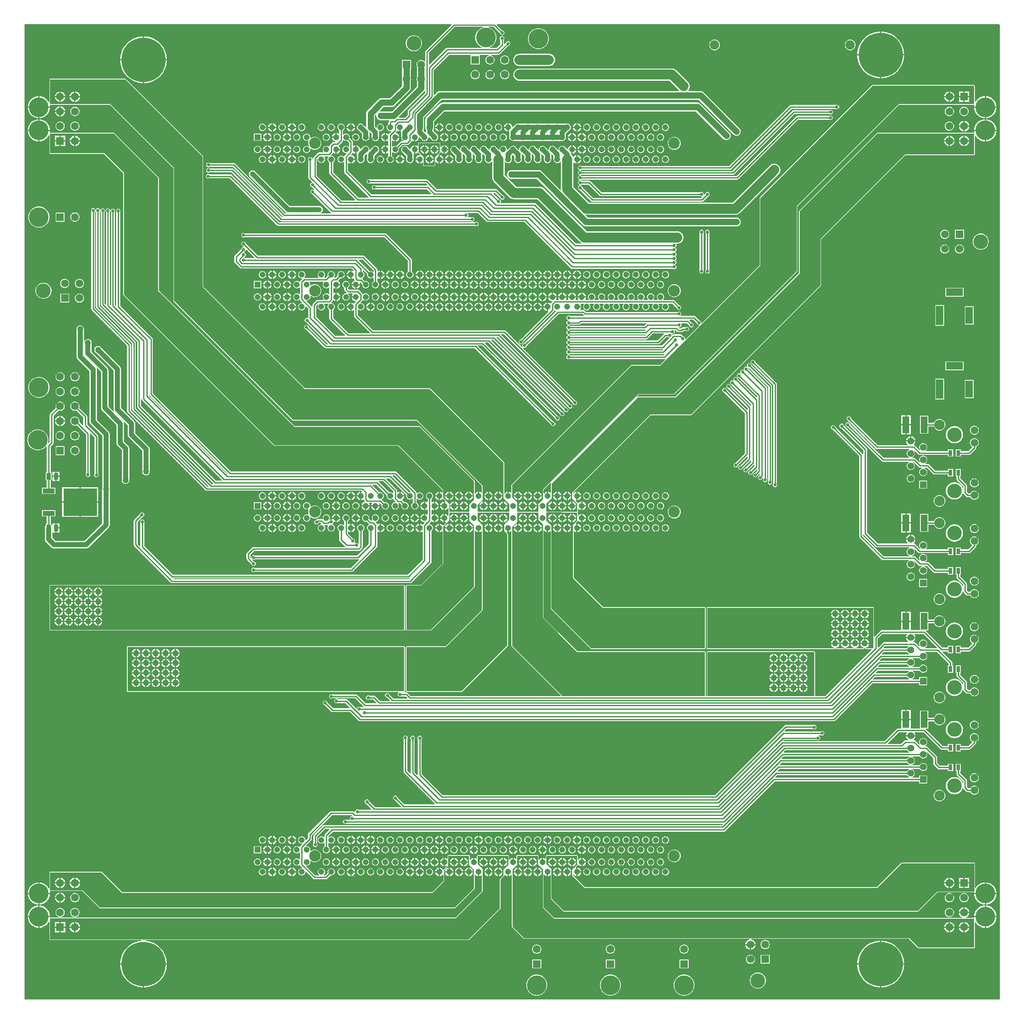
<source format=gbl>
G04*
G04 #@! TF.GenerationSoftware,Altium Limited,Altium Designer,21.3.2 (30)*
G04*
G04 Layer_Physical_Order=2*
G04 Layer_Color=16711680*
%FSLAX25Y25*%
%MOIN*%
G70*
G04*
G04 #@! TF.SameCoordinates,467638F3-B4FA-417D-9A7E-59FD0AE83611*
G04*
G04*
G04 #@! TF.FilePolarity,Positive*
G04*
G01*
G75*
%ADD13C,0.03937*%
%ADD14C,0.01000*%
%ADD24C,0.06181*%
%ADD25R,0.06181X0.06181*%
%ADD26C,0.11811*%
%ADD27R,0.06181X0.06181*%
%ADD41C,0.05000*%
%ADD42C,0.07874*%
%ADD43C,0.04756*%
%ADD44C,0.09252*%
%ADD45R,0.04756X0.04756*%
%ADD46C,0.07480*%
%ADD47C,0.15748*%
%ADD48C,0.06299*%
%ADD49R,0.06299X0.06299*%
%ADD50R,0.13780X0.05906*%
%ADD51R,0.05906X0.13780*%
%ADD52R,0.05906X0.15748*%
%ADD53R,0.06299X0.06299*%
%ADD54C,0.11614*%
%ADD55C,0.08268*%
%ADD56C,0.05512*%
%ADD57R,0.05512X0.05512*%
%ADD58C,0.06102*%
%ADD59C,0.02500*%
%ADD60C,0.05000*%
%ADD61C,0.35433*%
%ADD62R,0.03150X0.04921*%
%ADD63R,0.05512X0.13386*%
%ADD64R,0.03740X0.05315*%
%ADD65R,0.26772X0.21850*%
%ADD66R,0.09449X0.03937*%
%ADD67C,0.04000*%
G36*
X783465Y784407D02*
X783465Y784407D01*
Y784401D01*
X783823Y784330D01*
X784127Y784127D01*
X784330Y783823D01*
X784401Y783465D01*
X784407D01*
X784407Y783464D01*
Y3937D01*
X784407Y3937D01*
X784401D01*
X784330Y3579D01*
X784127Y3275D01*
X783823Y3072D01*
X783465Y3001D01*
Y2994D01*
X783465Y2994D01*
X3937D01*
X3937Y2994D01*
Y3001D01*
X3579Y3072D01*
X3275Y3275D01*
X3072Y3579D01*
X3001Y3937D01*
X2994D01*
X2994Y3937D01*
Y783465D01*
X3001D01*
X3072Y783823D01*
X3275Y784127D01*
X3579Y784330D01*
X3937Y784401D01*
Y784407D01*
X3937Y784407D01*
X344977D01*
X345168Y783946D01*
X324509Y763286D01*
X324178Y762790D01*
X324061Y762205D01*
Y754696D01*
X323561Y754489D01*
X323071Y754979D01*
X322252Y755452D01*
X321339Y755697D01*
X320393D01*
X319480Y755452D01*
X318661Y754979D01*
X317993Y754311D01*
X317520Y753492D01*
X317276Y752579D01*
Y751634D01*
X317336Y751408D01*
Y740993D01*
X317276Y740768D01*
Y739823D01*
X317336Y739597D01*
Y734533D01*
X297357Y714554D01*
X288386D01*
X287680Y714461D01*
X287447Y714934D01*
X290635Y718123D01*
X297244D01*
X298158Y718244D01*
X299009Y718596D01*
X299740Y719157D01*
X311551Y730968D01*
X312112Y731700D01*
X312465Y732551D01*
X312585Y733465D01*
Y739597D01*
X312646Y739823D01*
Y740768D01*
X312585Y740993D01*
Y748516D01*
X312646D01*
Y755697D01*
X305465D01*
Y748516D01*
X305525D01*
Y740993D01*
X305465Y740768D01*
Y739823D01*
X305525Y739597D01*
Y734927D01*
X295782Y725184D01*
X289173D01*
X288260Y725064D01*
X287408Y724711D01*
X286677Y724150D01*
X277819Y715292D01*
X277258Y714560D01*
X276905Y713709D01*
X276785Y712795D01*
Y702369D01*
X276285Y702162D01*
X274558Y703889D01*
X273938Y704365D01*
X273216Y704664D01*
X272441Y704766D01*
X271666Y704664D01*
X270944Y704365D01*
X270324Y703889D01*
X269848Y703269D01*
X269549Y702547D01*
X269447Y701772D01*
X269549Y700997D01*
X269848Y700275D01*
X270324Y699654D01*
X273384Y696594D01*
Y693898D01*
X273486Y693123D01*
X273785Y692401D01*
X274261Y691781D01*
X274881Y691305D01*
X275603Y691006D01*
X276378Y690904D01*
X277153Y691006D01*
X277875Y691305D01*
X278495Y691781D01*
X278971Y692401D01*
X279270Y693123D01*
X279372Y693898D01*
Y697773D01*
X279511Y697881D01*
X279855Y697997D01*
X281258Y696594D01*
Y693898D01*
X281360Y693123D01*
X281361Y693119D01*
X281372Y693036D01*
X281671Y692314D01*
X282147Y691694D01*
X282767Y691218D01*
X283489Y690919D01*
X284264Y690817D01*
X285039Y690919D01*
X285761Y691218D01*
X286381Y691694D01*
X286857Y692314D01*
X287156Y693036D01*
X287258Y693811D01*
Y697748D01*
X287156Y698523D01*
X287155Y698526D01*
X287152Y698553D01*
X287278Y698731D01*
X287537Y698967D01*
X287810Y698894D01*
X288568D01*
X289300Y699090D01*
X289956Y699469D01*
X290492Y700005D01*
X290871Y700661D01*
X291067Y701393D01*
Y702151D01*
X290871Y702882D01*
X290492Y703539D01*
X289956Y704075D01*
X289300Y704454D01*
X288568Y704650D01*
X287810D01*
X287078Y704454D01*
X286422Y704075D01*
X285886Y703539D01*
X285507Y702882D01*
X285311Y702151D01*
Y701717D01*
X284811Y701510D01*
X283845Y702476D01*
Y711333D01*
X284475Y711963D01*
X284948Y711729D01*
X284856Y711024D01*
X284976Y710110D01*
X285329Y709259D01*
X285890Y708527D01*
X286621Y707966D01*
X287472Y707614D01*
X288386Y707493D01*
X295175D01*
X295382Y706993D01*
X294982Y706593D01*
X294650Y706097D01*
X294534Y705512D01*
Y704212D01*
X294296Y704075D01*
X293760Y703539D01*
X293381Y702882D01*
X293185Y702151D01*
Y701393D01*
X293381Y700661D01*
X293760Y700005D01*
X294296Y699469D01*
X294952Y699090D01*
X295684Y698894D01*
X296442D01*
X296677Y698957D01*
X296936Y698509D01*
X294982Y696554D01*
X294906Y696441D01*
X294409Y696392D01*
X294200Y696601D01*
X293430Y697045D01*
X292626Y697261D01*
Y693898D01*
Y690534D01*
X293430Y690750D01*
X294034Y691098D01*
X294534Y690870D01*
Y687082D01*
X294034Y686854D01*
X293430Y687203D01*
X292626Y687418D01*
Y684055D01*
Y680692D01*
X293430Y680907D01*
X294034Y681256D01*
X294534Y681028D01*
Y678621D01*
X294296Y678484D01*
X293760Y677948D01*
X293381Y677292D01*
X293185Y676560D01*
Y675802D01*
X293381Y675070D01*
X293760Y674414D01*
X294296Y673878D01*
X294952Y673499D01*
X295684Y673303D01*
X296442D01*
X297174Y673499D01*
X297830Y673878D01*
X298366Y674414D01*
X298745Y675070D01*
X298941Y675802D01*
Y676560D01*
X298745Y677292D01*
X298366Y677948D01*
X297830Y678484D01*
X297592Y678621D01*
Y681686D01*
X298092Y681893D01*
X298233Y681752D01*
X298889Y681373D01*
X299621Y681177D01*
X300379D01*
X301111Y681373D01*
X301767Y681752D01*
X302303Y682288D01*
X302682Y682944D01*
X302878Y683676D01*
Y684434D01*
X302807Y684699D01*
X305752Y687644D01*
X309842D01*
X310428Y687760D01*
X310924Y688092D01*
X312893Y690060D01*
X313224Y690556D01*
X313287Y690874D01*
X313390Y690959D01*
X313807Y691108D01*
X313826Y691107D01*
X314444Y690750D01*
X315248Y690534D01*
Y693898D01*
X316248D01*
Y690534D01*
X317052Y690750D01*
X317822Y691195D01*
X318451Y691823D01*
X318896Y692594D01*
X319126Y693453D01*
Y693666D01*
X319588Y693857D01*
X320960Y692485D01*
X321002Y692385D01*
X321482Y691758D01*
X322109Y691277D01*
X322839Y690975D01*
X323622Y690872D01*
X324405Y690975D01*
X325135Y691277D01*
X325762Y691758D01*
X326242Y692385D01*
X326545Y693115D01*
X326648Y693898D01*
Y693964D01*
X327099Y694220D01*
X328834Y692485D01*
X328876Y692385D01*
X329356Y691758D01*
X329983Y691277D01*
X330713Y690975D01*
X331496Y690872D01*
X332279Y690975D01*
X333009Y691277D01*
X333636Y691758D01*
X334117Y692385D01*
X334419Y693115D01*
X334522Y693898D01*
Y694102D01*
X334419Y694885D01*
X334117Y695615D01*
X333636Y696242D01*
X330730Y699148D01*
Y699821D01*
X330761Y699862D01*
X331114Y700713D01*
X331234Y701627D01*
Y706359D01*
X339454Y714580D01*
X540861D01*
X562858Y692583D01*
X563589Y692022D01*
X564441Y691669D01*
X565354Y691548D01*
X566268Y691669D01*
X567119Y692022D01*
X567851Y692583D01*
X568412Y693314D01*
X568764Y694165D01*
X568885Y695079D01*
X568764Y695992D01*
X568412Y696844D01*
X567851Y697575D01*
X544819Y720607D01*
X544088Y721168D01*
X543236Y721520D01*
X542323Y721640D01*
X337992D01*
X337078Y721520D01*
X336227Y721168D01*
X335496Y720607D01*
X325207Y710318D01*
X324646Y709587D01*
X324294Y708736D01*
X324173Y707822D01*
Y702744D01*
X324149Y702685D01*
X324029Y701772D01*
X324149Y700858D01*
X324502Y700007D01*
X324678Y699777D01*
Y698033D01*
X324226Y697777D01*
X322856Y699148D01*
Y700280D01*
X323095Y700858D01*
X323215Y701772D01*
Y709758D01*
X337289Y723832D01*
X543223D01*
X570929Y696126D01*
X571660Y695565D01*
X572511Y695212D01*
X573425Y695092D01*
X574339Y695212D01*
X575190Y695565D01*
X575921Y696126D01*
X576482Y696857D01*
X576835Y697708D01*
X576955Y698622D01*
X576835Y699536D01*
X576482Y700387D01*
X575921Y701118D01*
X547181Y729858D01*
X546450Y730419D01*
X545599Y730772D01*
X544685Y730892D01*
X535076D01*
X534829Y731392D01*
X535415Y732156D01*
X535912Y733357D01*
X536082Y734646D01*
X535912Y735934D01*
X535415Y737136D01*
X534623Y738167D01*
X525293Y747498D01*
X524261Y748289D01*
X523061Y748786D01*
X521772Y748956D01*
X521772Y748956D01*
X399606D01*
X398318Y748786D01*
X397116Y748289D01*
X396085Y747498D01*
X395294Y746466D01*
X394796Y745265D01*
X394627Y743976D01*
X394796Y742688D01*
X395294Y741487D01*
X396085Y740455D01*
X397116Y739664D01*
X398318Y739166D01*
X399606Y738997D01*
X519709D01*
X527313Y731392D01*
X527106Y730892D01*
X335827D01*
X334913Y730772D01*
X334062Y730419D01*
X333330Y729858D01*
X331322Y727850D01*
X330860Y728041D01*
Y747595D01*
X343153Y759888D01*
X360405D01*
X360524Y759437D01*
X360524Y759388D01*
Y752138D01*
X367823D01*
Y759388D01*
X367823Y759437D01*
X367941Y759888D01*
X375255D01*
X375321Y759388D01*
X374576Y759188D01*
X373743Y758708D01*
X373064Y758028D01*
X372583Y757196D01*
X372335Y756268D01*
Y755307D01*
X372583Y754379D01*
X373064Y753546D01*
X373743Y752867D01*
X374576Y752387D01*
X375504Y752138D01*
X376465D01*
X377393Y752387D01*
X378225Y752867D01*
X378905Y753546D01*
X379385Y754379D01*
X379634Y755307D01*
Y756268D01*
X379385Y757196D01*
X378905Y758028D01*
X378225Y758708D01*
X377393Y759188D01*
X376648Y759388D01*
X376714Y759888D01*
X382874D01*
X383459Y760004D01*
X383956Y760336D01*
X390813Y767194D01*
X391346Y767414D01*
X391838Y767906D01*
X392104Y768549D01*
Y769246D01*
X391838Y769889D01*
X391346Y770381D01*
X390702Y770648D01*
X390006D01*
X389363Y770381D01*
X388871Y769889D01*
X388650Y769356D01*
X387621Y768327D01*
X387159Y768519D01*
Y772348D01*
X387380Y772880D01*
Y773576D01*
X387113Y774220D01*
X386621Y774712D01*
X385978Y774978D01*
X385282D01*
X384639Y774712D01*
X384146Y774220D01*
X383880Y773576D01*
Y772880D01*
X384101Y772348D01*
Y768350D01*
X381256Y765506D01*
X376042D01*
X375943Y766006D01*
X376604Y766280D01*
X377976Y767196D01*
X379142Y768363D01*
X380059Y769734D01*
X380690Y771258D01*
X381012Y772876D01*
Y774526D01*
X380690Y776143D01*
X380059Y777667D01*
X379142Y779039D01*
X377976Y780205D01*
X376604Y781122D01*
X375080Y781753D01*
X374699Y781829D01*
X374748Y782329D01*
X378894D01*
X384123Y777100D01*
X384343Y776568D01*
X384836Y776076D01*
X385479Y775809D01*
X386175D01*
X386818Y776076D01*
X387310Y776568D01*
X387577Y777211D01*
Y777907D01*
X387310Y778550D01*
X386818Y779043D01*
X386285Y779263D01*
X381603Y783946D01*
X381795Y784407D01*
X783464D01*
X783465Y784407D01*
D02*
G37*
G36*
X370577Y781829D02*
X370195Y781753D01*
X368671Y781122D01*
X367300Y780205D01*
X366133Y779039D01*
X365217Y777667D01*
X364586Y776143D01*
X364264Y774526D01*
Y772876D01*
X364586Y771258D01*
X365217Y769734D01*
X366133Y768363D01*
X367300Y767196D01*
X368671Y766280D01*
X369333Y766006D01*
X369233Y765506D01*
X341732D01*
X341147Y765389D01*
X340651Y765058D01*
X327582Y751989D01*
X327120Y752180D01*
Y761571D01*
X347878Y782329D01*
X370528D01*
X370577Y781829D01*
D02*
G37*
G36*
X324061Y730664D02*
Y729374D01*
X310533Y715845D01*
X310201Y715349D01*
X310085Y714764D01*
Y711854D01*
X307831Y709600D01*
X303041D01*
X302850Y710062D01*
X323362Y730575D01*
X323561Y730834D01*
X324061Y730664D01*
D02*
G37*
G36*
X304437Y698409D02*
X304540Y698436D01*
X304916Y698106D01*
X304880Y697835D01*
Y693898D01*
X304982Y693123D01*
X305281Y692401D01*
X305757Y691781D01*
X306377Y691305D01*
X306623Y691203D01*
X306524Y690703D01*
X305118D01*
X304533Y690586D01*
X304037Y690255D01*
X300644Y686862D01*
X300379Y686933D01*
X299621D01*
X298889Y686737D01*
X298233Y686358D01*
X298092Y686217D01*
X297592Y686425D01*
Y690870D01*
X298092Y691098D01*
X298696Y690750D01*
X299500Y690534D01*
Y693898D01*
X300000D01*
Y694398D01*
X303363D01*
X303148Y695201D01*
X302703Y695972D01*
X302074Y696601D01*
X301304Y697045D01*
X300675Y697214D01*
X300503Y697749D01*
X301081Y698328D01*
X301413Y698824D01*
X301424Y698881D01*
X301960Y699012D01*
X302633Y698624D01*
X303437Y698409D01*
Y701772D01*
X304437D01*
Y698409D01*
D02*
G37*
%LPC*%
G36*
X415589Y781169D02*
X413939D01*
X412321Y780848D01*
X410797Y780216D01*
X409426Y779300D01*
X408259Y778133D01*
X407343Y776762D01*
X406712Y775238D01*
X406390Y773620D01*
Y771971D01*
X406712Y770353D01*
X407343Y768829D01*
X408259Y767457D01*
X409426Y766291D01*
X410797Y765374D01*
X412321Y764743D01*
X413939Y764421D01*
X415589D01*
X417206Y764743D01*
X418730Y765374D01*
X420102Y766291D01*
X421268Y767457D01*
X422185Y768829D01*
X422816Y770353D01*
X423138Y771971D01*
Y773620D01*
X422816Y775238D01*
X422185Y776762D01*
X421268Y778133D01*
X420102Y779300D01*
X418730Y780216D01*
X417206Y780848D01*
X415589Y781169D01*
D02*
G37*
G36*
X665125Y771957D02*
X664009D01*
X662930Y771668D01*
X661963Y771109D01*
X661174Y770320D01*
X660616Y769353D01*
X660327Y768275D01*
Y767158D01*
X660616Y766080D01*
X661174Y765113D01*
X661963Y764324D01*
X662930Y763765D01*
X664009Y763476D01*
X665125D01*
X666204Y763765D01*
X667170Y764324D01*
X667960Y765113D01*
X668518Y766080D01*
X668807Y767158D01*
Y768275D01*
X668518Y769353D01*
X667960Y770320D01*
X667170Y771109D01*
X666204Y771668D01*
X665125Y771957D01*
D02*
G37*
G36*
X556464D02*
X555347D01*
X554269Y771668D01*
X553302Y771109D01*
X552513Y770320D01*
X551954Y769353D01*
X551665Y768275D01*
Y767158D01*
X551954Y766080D01*
X552513Y765113D01*
X553302Y764324D01*
X554269Y763765D01*
X555347Y763476D01*
X556464D01*
X557542Y763765D01*
X558509Y764324D01*
X559299Y765113D01*
X559857Y766080D01*
X560146Y767158D01*
Y768275D01*
X559857Y769353D01*
X559299Y770320D01*
X558509Y771109D01*
X557542Y771668D01*
X556464Y771957D01*
D02*
G37*
G36*
X315592Y775520D02*
X314330D01*
X313092Y775274D01*
X311927Y774791D01*
X310877Y774090D01*
X309985Y773198D01*
X309284Y772148D01*
X308801Y770983D01*
X308555Y769745D01*
Y768483D01*
X308801Y767246D01*
X309284Y766080D01*
X309985Y765031D01*
X310877Y764139D01*
X311927Y763438D01*
X313092Y762955D01*
X314330Y762709D01*
X315592D01*
X316829Y762955D01*
X317995Y763438D01*
X319044Y764139D01*
X319936Y765031D01*
X320637Y766080D01*
X321120Y767246D01*
X321366Y768483D01*
Y769745D01*
X321120Y770983D01*
X320637Y772148D01*
X319936Y773198D01*
X319044Y774090D01*
X317995Y774791D01*
X316829Y775274D01*
X315592Y775520D01*
D02*
G37*
G36*
X690203Y778559D02*
X689476D01*
Y760343D01*
X707693D01*
Y761069D01*
X707373Y763502D01*
X706738Y765872D01*
X705799Y768138D01*
X704572Y770263D01*
X703078Y772210D01*
X701343Y773945D01*
X699397Y775438D01*
X697272Y776665D01*
X695006Y777604D01*
X692636Y778239D01*
X690203Y778559D01*
D02*
G37*
G36*
X688476D02*
X687750D01*
X685317Y778239D01*
X682947Y777604D01*
X680681Y776665D01*
X678556Y775438D01*
X676609Y773945D01*
X674874Y772210D01*
X673381Y770263D01*
X672154Y768138D01*
X671215Y765872D01*
X670580Y763502D01*
X670260Y761069D01*
Y760343D01*
X688476D01*
Y778559D01*
D02*
G37*
G36*
X99652Y774622D02*
X98925D01*
Y756405D01*
X117142D01*
Y757132D01*
X116822Y759565D01*
X116186Y761935D01*
X115248Y764201D01*
X114021Y766326D01*
X112527Y768273D01*
X110792Y770008D01*
X108846Y771501D01*
X106721Y772728D01*
X104454Y773667D01*
X102085Y774302D01*
X99652Y774622D01*
D02*
G37*
G36*
X97925D02*
X97198D01*
X94766Y774302D01*
X92396Y773667D01*
X90129Y772728D01*
X88004Y771501D01*
X86058Y770008D01*
X84323Y768273D01*
X82830Y766326D01*
X81603Y764201D01*
X80664Y761935D01*
X80029Y759565D01*
X79709Y757132D01*
Y756405D01*
X97925D01*
Y774622D01*
D02*
G37*
G36*
X388276Y759437D02*
X387315D01*
X386387Y759188D01*
X385554Y758708D01*
X384875Y758028D01*
X384394Y757196D01*
X384146Y756268D01*
Y755307D01*
X384394Y754379D01*
X384875Y753546D01*
X385554Y752867D01*
X386387Y752387D01*
X387315Y752138D01*
X388276D01*
X389204Y752387D01*
X390036Y752867D01*
X390716Y753546D01*
X391196Y754379D01*
X391445Y755307D01*
Y756268D01*
X391196Y757196D01*
X390716Y758028D01*
X390036Y758708D01*
X389204Y759188D01*
X388276Y759437D01*
D02*
G37*
G36*
X423228Y760767D02*
X399606D01*
X398318Y760597D01*
X397116Y760100D01*
X396085Y759308D01*
X395294Y758277D01*
X394796Y757076D01*
X394627Y755787D01*
X394796Y754499D01*
X395294Y753298D01*
X396085Y752266D01*
X397116Y751475D01*
X398318Y750978D01*
X399606Y750808D01*
X423228D01*
X424517Y750978D01*
X425718Y751475D01*
X426750Y752266D01*
X427541Y753298D01*
X428038Y754499D01*
X428208Y755787D01*
X428038Y757076D01*
X427541Y758277D01*
X426750Y759308D01*
X425718Y760100D01*
X424517Y760597D01*
X423228Y760767D01*
D02*
G37*
G36*
X707693Y759342D02*
X689476D01*
Y741126D01*
X690203D01*
X692636Y741446D01*
X695006Y742081D01*
X697272Y743020D01*
X699397Y744247D01*
X701343Y745741D01*
X703078Y747475D01*
X704572Y749422D01*
X705799Y751547D01*
X706738Y753813D01*
X707373Y756183D01*
X707693Y758616D01*
Y759342D01*
D02*
G37*
G36*
X688476D02*
X670260D01*
Y758616D01*
X670580Y756183D01*
X671215Y753813D01*
X672154Y751547D01*
X673381Y749422D01*
X674874Y747475D01*
X676609Y745741D01*
X678556Y744247D01*
X680681Y743020D01*
X682947Y742081D01*
X685317Y741446D01*
X687750Y741126D01*
X688476D01*
Y759342D01*
D02*
G37*
G36*
X388276Y747626D02*
X387315D01*
X386387Y747377D01*
X385554Y746897D01*
X384875Y746217D01*
X384394Y745385D01*
X384146Y744457D01*
Y743496D01*
X384394Y742568D01*
X384875Y741736D01*
X385554Y741056D01*
X386387Y740576D01*
X387315Y740327D01*
X388276D01*
X389204Y740576D01*
X390036Y741056D01*
X390716Y741736D01*
X391196Y742568D01*
X391445Y743496D01*
Y744457D01*
X391196Y745385D01*
X390716Y746217D01*
X390036Y746897D01*
X389204Y747377D01*
X388276Y747626D01*
D02*
G37*
G36*
X376465D02*
X375504D01*
X374576Y747377D01*
X373743Y746897D01*
X373064Y746217D01*
X372583Y745385D01*
X372335Y744457D01*
Y743496D01*
X372583Y742568D01*
X373064Y741736D01*
X373743Y741056D01*
X374576Y740576D01*
X375504Y740327D01*
X376465D01*
X377393Y740576D01*
X378225Y741056D01*
X378905Y741736D01*
X379385Y742568D01*
X379634Y743496D01*
Y744457D01*
X379385Y745385D01*
X378905Y746217D01*
X378225Y746897D01*
X377393Y747377D01*
X376465Y747626D01*
D02*
G37*
G36*
X364654D02*
X363693D01*
X362765Y747377D01*
X361932Y746897D01*
X361253Y746217D01*
X360772Y745385D01*
X360524Y744457D01*
Y743496D01*
X360772Y742568D01*
X361253Y741736D01*
X361932Y741056D01*
X362765Y740576D01*
X363693Y740327D01*
X364654D01*
X365582Y740576D01*
X366414Y741056D01*
X367094Y741736D01*
X367574Y742568D01*
X367823Y743496D01*
Y744457D01*
X367574Y745385D01*
X367094Y746217D01*
X366414Y746897D01*
X365582Y747377D01*
X364654Y747626D01*
D02*
G37*
G36*
X117142Y755406D02*
X98925D01*
Y737189D01*
X99652D01*
X102085Y737509D01*
X104454Y738144D01*
X106721Y739083D01*
X108846Y740310D01*
X110792Y741804D01*
X112527Y743538D01*
X114021Y745485D01*
X115248Y747610D01*
X116186Y749876D01*
X116822Y752246D01*
X117142Y754679D01*
Y755406D01*
D02*
G37*
G36*
X97925D02*
X79709D01*
Y754679D01*
X80029Y752246D01*
X80664Y749876D01*
X81603Y747610D01*
X82830Y745485D01*
X84323Y743538D01*
X86058Y741804D01*
X88004Y740310D01*
X90129Y739083D01*
X92396Y738144D01*
X94766Y737509D01*
X97198Y737189D01*
X97925D01*
Y755406D01*
D02*
G37*
G36*
X83858Y740699D02*
X83858Y740699D01*
X23622D01*
X23239Y740540D01*
X23081Y740158D01*
Y721924D01*
X22591Y721827D01*
X22470Y722117D01*
X21499Y723570D01*
X20263Y724806D01*
X18810Y725777D01*
X17195Y726446D01*
X15480Y726787D01*
X15106D01*
Y718413D01*
X23480D01*
Y718787D01*
X23337Y719508D01*
X23423Y719635D01*
X23763Y719931D01*
X71626D01*
X122293Y669264D01*
Y562992D01*
X122293Y562992D01*
X122452Y562609D01*
X122452Y562609D01*
X218121Y466940D01*
X218504Y466782D01*
X218504Y466782D01*
X317296D01*
X369537Y414540D01*
Y409318D01*
X369076Y409127D01*
X369003Y409199D01*
X368233Y409644D01*
X367429Y409859D01*
Y406496D01*
X366429D01*
Y409859D01*
X365625Y409644D01*
X364855Y409199D01*
X364230Y408574D01*
X364211Y408574D01*
X363730Y408711D01*
Y418307D01*
X363572Y418690D01*
X363572Y418690D01*
X320068Y462194D01*
X319685Y462352D01*
X319685Y462352D01*
X219515D01*
X110777Y571090D01*
Y661417D01*
X110777Y661417D01*
X110619Y661800D01*
X110619Y661800D01*
X75186Y697233D01*
X74803Y697392D01*
X74803Y697392D01*
X23763D01*
X23423Y697687D01*
X23337Y697815D01*
X23480Y698535D01*
Y698909D01*
X15106D01*
Y690535D01*
X15480D01*
X17195Y690876D01*
X18810Y691545D01*
X20263Y692517D01*
X21499Y693753D01*
X22470Y695206D01*
X22591Y695496D01*
X23081Y695398D01*
Y681102D01*
X23239Y680720D01*
X23622Y680561D01*
X66705D01*
X82136Y665130D01*
Y567913D01*
X82136Y567913D01*
X82294Y567531D01*
X82294Y567531D01*
X202964Y446861D01*
X203346Y446703D01*
X203346Y446703D01*
X302532D01*
X338041Y411193D01*
Y409318D01*
X337579Y409127D01*
X337507Y409199D01*
X336737Y409644D01*
X335933Y409859D01*
Y406496D01*
Y403133D01*
X336737Y403348D01*
X337507Y403793D01*
X337873Y404159D01*
X338543Y404196D01*
X340370Y402369D01*
X340111Y401921D01*
X339870Y401985D01*
Y398622D01*
Y395259D01*
X340674Y395474D01*
X341444Y395919D01*
X342073Y396548D01*
X342266Y396882D01*
X342766Y396748D01*
Y393701D01*
X342878Y393430D01*
X342766Y393160D01*
Y390654D01*
X342266Y390520D01*
X342073Y390854D01*
X341444Y391483D01*
X340674Y391927D01*
X339870Y392143D01*
Y388779D01*
Y385416D01*
X340674Y385632D01*
X340937Y385206D01*
X338637Y382906D01*
X338141Y382971D01*
X338136Y382980D01*
X337507Y383609D01*
X336737Y384053D01*
X335933Y384269D01*
Y380906D01*
Y377542D01*
X336737Y377758D01*
X337507Y378203D01*
X337579Y378275D01*
X338041Y378083D01*
Y352586D01*
X320642Y335187D01*
X309055D01*
X308672Y335028D01*
X308514Y334646D01*
Y299213D01*
X308672Y298830D01*
X309055Y298671D01*
X328543D01*
X328543Y298671D01*
X328926Y298830D01*
X328926Y298830D01*
X363572Y333476D01*
X363730Y333858D01*
X363730Y333858D01*
Y378690D01*
X364211Y378827D01*
X364230Y378827D01*
X364855Y378203D01*
X365625Y377758D01*
X366429Y377542D01*
Y380906D01*
X367429D01*
Y377542D01*
X368233Y377758D01*
X369003Y378203D01*
X369076Y378275D01*
X369537Y378083D01*
Y315185D01*
X340327Y285974D01*
X309055D01*
X308672Y285816D01*
X308514Y285433D01*
Y250000D01*
X308672Y249617D01*
X309055Y249459D01*
X309033Y249078D01*
X308684Y248970D01*
X308627Y248970D01*
X307311D01*
X307283Y249459D01*
X307666Y249617D01*
X307825Y250000D01*
Y285433D01*
X307666Y285816D01*
X307283Y285974D01*
X85630D01*
X85247Y285816D01*
X85089Y285433D01*
Y250000D01*
X85247Y249617D01*
X85630Y249459D01*
X302732D01*
X302832Y248959D01*
X302749Y248924D01*
X302257Y248432D01*
X301990Y247789D01*
Y247093D01*
X302257Y246450D01*
X302749Y245957D01*
X303392Y245691D01*
X304088D01*
X304621Y245912D01*
X308422D01*
X309625Y244708D01*
X309434Y244246D01*
X298468D01*
X295405Y247309D01*
X295184Y247842D01*
X294692Y248334D01*
X294049Y248600D01*
X293353D01*
X292709Y248334D01*
X292217Y247842D01*
X291951Y247199D01*
Y246502D01*
X292217Y245859D01*
X292709Y245367D01*
X293242Y245146D01*
X295649Y242739D01*
X295458Y242277D01*
X287838D01*
X284152Y245963D01*
X283656Y246295D01*
X283071Y246411D01*
X279227D01*
X278695Y246632D01*
X277998D01*
X277355Y246365D01*
X276863Y245873D01*
X276596Y245230D01*
Y244534D01*
X276863Y243891D01*
X277355Y243398D01*
X277998Y243132D01*
X278695D01*
X279227Y243353D01*
X282437D01*
X285019Y240771D01*
X284828Y240309D01*
X276527D01*
X269888Y246948D01*
X269392Y247279D01*
X268807Y247395D01*
X249700D01*
X249167Y247616D01*
X248471D01*
X247828Y247350D01*
X247335Y246857D01*
X247069Y246214D01*
Y245518D01*
X247335Y244875D01*
X247828Y244383D01*
X248471Y244116D01*
X249167D01*
X249700Y244337D01*
X252411D01*
X252510Y243837D01*
X251961Y243609D01*
X251469Y243117D01*
X251203Y242474D01*
Y241778D01*
X251469Y241135D01*
X251961Y240642D01*
X252605Y240376D01*
X253301D01*
X253833Y240597D01*
X260193D01*
X263918Y236872D01*
X263711Y236372D01*
X250437D01*
X245602Y241207D01*
X245381Y241739D01*
X244889Y242232D01*
X244246Y242498D01*
X243549D01*
X242906Y242232D01*
X242414Y241739D01*
X242148Y241096D01*
Y240400D01*
X242414Y239757D01*
X242906Y239264D01*
X243439Y239044D01*
X248722Y233761D01*
X249218Y233430D01*
X249803Y233313D01*
X263737D01*
X270572Y226478D01*
X271068Y226146D01*
X271654Y226030D01*
X651378D01*
X651963Y226146D01*
X652459Y226478D01*
X682543Y256561D01*
X719775D01*
Y254835D01*
X726287D01*
Y261347D01*
X719775D01*
Y259620D01*
X714511D01*
X714398Y260120D01*
X715031Y260485D01*
X715637Y261091D01*
X716065Y261834D01*
X716287Y262662D01*
Y263519D01*
X716065Y264347D01*
X715637Y265090D01*
X715031Y265696D01*
X714398Y266061D01*
X714511Y266561D01*
X720155D01*
X720426Y266091D01*
X721032Y265485D01*
X721775Y265056D01*
X722603Y264835D01*
X723460D01*
X724288Y265056D01*
X725031Y265485D01*
X725637Y266091D01*
X726065Y266834D01*
X726287Y267662D01*
Y268519D01*
X726065Y269347D01*
X725637Y270090D01*
X725031Y270696D01*
X724288Y271125D01*
X723460Y271346D01*
X722603D01*
X721775Y271125D01*
X721032Y270696D01*
X720426Y270090D01*
X720155Y269620D01*
X714511D01*
X714398Y270120D01*
X715031Y270485D01*
X715637Y271091D01*
X716065Y271834D01*
X716287Y272662D01*
Y273519D01*
X716065Y274347D01*
X715637Y275090D01*
X715031Y275696D01*
X714398Y276061D01*
X714511Y276561D01*
X720155D01*
X720426Y276091D01*
X721032Y275485D01*
X721775Y275057D01*
X722603Y274835D01*
X723460D01*
X724288Y275057D01*
X725031Y275485D01*
X725637Y276091D01*
X726065Y276834D01*
X726287Y277662D01*
Y278519D01*
X726065Y279347D01*
X725637Y280090D01*
X725031Y280696D01*
X724432Y281042D01*
X724566Y281541D01*
X734012D01*
X743353Y272201D01*
Y270677D01*
X742807D01*
Y264756D01*
X746957D01*
Y270677D01*
X746411D01*
Y272835D01*
X746295Y273420D01*
X745963Y273916D01*
X738406Y281473D01*
X738597Y281935D01*
X742807D01*
Y280504D01*
X746957D01*
Y286425D01*
X742807D01*
Y284994D01*
X738429D01*
X725013Y298410D01*
X725156Y298855D01*
X725197Y298909D01*
X727075D01*
Y304553D01*
X731636D01*
X731706Y304294D01*
X732315Y303237D01*
X733178Y302375D01*
X734235Y301765D01*
X735414Y301449D01*
X736634D01*
X737812Y301765D01*
X738869Y302375D01*
X739732Y303237D01*
X740342Y304294D01*
X740657Y305473D01*
Y306693D01*
X740342Y307871D01*
X739732Y308928D01*
X738869Y309791D01*
X737812Y310401D01*
X736634Y310717D01*
X735414D01*
X734235Y310401D01*
X733178Y309791D01*
X732315Y308928D01*
X731706Y307871D01*
X731636Y307612D01*
X727075D01*
Y313295D01*
X720563D01*
Y298970D01*
X713008D01*
Y305602D01*
X709252D01*
X705496D01*
Y298970D01*
X689764D01*
X689179Y298854D01*
X688682Y298522D01*
X684112Y293952D01*
X683612Y294159D01*
Y316929D01*
X683454Y317312D01*
X683071Y317470D01*
X550197D01*
X549814Y317312D01*
X549656Y316929D01*
Y284449D01*
X549814Y284066D01*
X550197Y283908D01*
X651797D01*
X651958Y283974D01*
X652127Y284019D01*
X652145Y284052D01*
X652180Y284066D01*
X652247Y284227D01*
X652292Y284307D01*
X652559Y284345D01*
X652826Y284307D01*
X652872Y284227D01*
X652938Y284066D01*
X652973Y284052D01*
X652992Y284019D01*
X653160Y283974D01*
X653321Y283908D01*
X659671D01*
X659832Y283974D01*
X660001Y284019D01*
X660019Y284052D01*
X660054Y284066D01*
X660120Y284227D01*
X660166Y284307D01*
X660433Y284345D01*
X660700Y284307D01*
X660746Y284227D01*
X660812Y284066D01*
X660847Y284052D01*
X660866Y284019D01*
X661034Y283974D01*
X661195Y283908D01*
X667545D01*
X667706Y283974D01*
X667875Y284019D01*
X667893Y284052D01*
X667928Y284066D01*
X667994Y284227D01*
X668040Y284307D01*
X668307Y284345D01*
X668574Y284307D01*
X668620Y284227D01*
X668686Y284066D01*
X668721Y284052D01*
X668740Y284019D01*
X668908Y283974D01*
X669069Y283908D01*
X675419D01*
X675580Y283974D01*
X675749Y284019D01*
X675767Y284052D01*
X675802Y284066D01*
X675869Y284227D01*
X675914Y284307D01*
X676181Y284345D01*
X676448Y284307D01*
X676494Y284227D01*
X676560Y284066D01*
X676595Y284052D01*
X676614Y284019D01*
X676782Y283974D01*
X676943Y283908D01*
X681682D01*
X681873Y283446D01*
X644642Y246214D01*
X636368D01*
Y281496D01*
X636209Y281879D01*
X635827Y282037D01*
X550197D01*
X549814Y281879D01*
X549656Y281496D01*
Y246214D01*
X548770D01*
Y281496D01*
X548611Y281879D01*
X548228Y282037D01*
X446090D01*
X430895Y297233D01*
X430895Y297233D01*
X418848Y309279D01*
Y378690D01*
X419329Y378827D01*
X419348Y378827D01*
X419973Y378203D01*
X420743Y377758D01*
X421547Y377542D01*
Y380906D01*
X422547D01*
Y377542D01*
X423351Y377758D01*
X424121Y378203D01*
X424194Y378275D01*
X424656Y378083D01*
Y316339D01*
X424814Y315956D01*
X456704Y284066D01*
X457087Y283908D01*
X457087Y283908D01*
X548228D01*
X548611Y284066D01*
X548770Y284449D01*
Y316929D01*
X548611Y317312D01*
X548228Y317470D01*
X466760D01*
X443061Y341169D01*
Y378083D01*
X443523Y378275D01*
X443595Y378203D01*
X444365Y377758D01*
X445169Y377542D01*
Y380906D01*
Y384269D01*
X444660Y384132D01*
X444401Y384580D01*
X446249Y386428D01*
X446348Y386667D01*
X446816Y386754D01*
X446880Y386745D01*
X446903Y386705D01*
X447532Y386076D01*
X448303Y385632D01*
X449106Y385416D01*
Y388779D01*
Y392143D01*
X448303Y391927D01*
X447532Y391483D01*
X446907Y390858D01*
X446888Y390858D01*
X446407Y390995D01*
Y392769D01*
X446333Y392949D01*
X446267Y393132D01*
X446196Y393211D01*
X446249Y393673D01*
X446327Y393863D01*
X446407Y394054D01*
X446407Y394055D01*
X446407Y394056D01*
Y396407D01*
X446888Y396544D01*
X446907Y396544D01*
X447532Y395919D01*
X448303Y395474D01*
X449106Y395259D01*
Y398622D01*
Y401985D01*
X448303Y401770D01*
X447532Y401325D01*
X446903Y400696D01*
X446880Y400656D01*
X446816Y400647D01*
X446348Y400734D01*
X446249Y400973D01*
X446249Y400973D01*
X444401Y402821D01*
X444660Y403269D01*
X445169Y403133D01*
Y406496D01*
Y409859D01*
X444365Y409644D01*
X443595Y409199D01*
X443208Y408812D01*
X442668Y408979D01*
X442629Y409186D01*
X504555Y471112D01*
X537008D01*
X537391Y471271D01*
X641131Y575011D01*
X641289Y575394D01*
X641289Y575394D01*
Y612177D01*
X708689Y679577D01*
X763779D01*
X764162Y679735D01*
X764321Y680118D01*
Y695398D01*
X764811Y695496D01*
X764931Y695206D01*
X765902Y693753D01*
X767138Y692517D01*
X768592Y691545D01*
X770207Y690876D01*
X771921Y690535D01*
X772295D01*
Y698909D01*
X763921D01*
Y698535D01*
X764065Y697815D01*
X763979Y697687D01*
X763639Y697392D01*
X686024D01*
X685641Y697233D01*
X623633Y635225D01*
X623475Y634842D01*
X623475Y634842D01*
Y584870D01*
X524579Y485974D01*
X494291D01*
X494032Y485867D01*
X493749Y486291D01*
X495106Y487648D01*
X523228D01*
X523228Y487648D01*
X523611Y487806D01*
X622036Y586232D01*
X622195Y586614D01*
X622195Y586614D01*
Y638358D01*
X703767Y719931D01*
X763639D01*
X763979Y719635D01*
X764065Y719508D01*
X763921Y718787D01*
Y718413D01*
X772295D01*
Y726787D01*
X771921D01*
X770207Y726446D01*
X768592Y725777D01*
X767138Y724806D01*
X765902Y723570D01*
X764931Y722117D01*
X764811Y721827D01*
X764321Y721924D01*
Y735236D01*
X764162Y735619D01*
X763779Y735777D01*
X682480D01*
X682098Y735619D01*
X682098Y735619D01*
X592137Y645658D01*
X591979Y645276D01*
X591979Y645276D01*
X591979Y591366D01*
X545680Y545067D01*
X545180Y545274D01*
Y545549D01*
X544913Y546192D01*
X544421Y546685D01*
X543888Y546905D01*
X540499Y550294D01*
X540003Y550626D01*
X539418Y550742D01*
X528924D01*
X528717Y551242D01*
X528846Y551371D01*
X529112Y552014D01*
Y552710D01*
X528846Y553354D01*
X528354Y553846D01*
X527710Y554112D01*
X527014D01*
X526481Y553892D01*
X452799D01*
X451672Y555019D01*
X451176Y555350D01*
X450591Y555466D01*
X448495D01*
X448304Y555928D01*
X448372Y555997D01*
X448817Y556767D01*
X449032Y557571D01*
X445669D01*
Y558571D01*
X449032D01*
X448817Y559375D01*
X448468Y559978D01*
X448697Y560478D01*
X451174D01*
X451381Y559978D01*
X451240Y559838D01*
X450862Y559182D01*
X450665Y558450D01*
Y557692D01*
X450862Y556960D01*
X451240Y556304D01*
X451776Y555768D01*
X452432Y555389D01*
X453164Y555193D01*
X453922D01*
X454654Y555389D01*
X455310Y555768D01*
X455846Y556304D01*
X456225Y556960D01*
X456421Y557692D01*
Y558450D01*
X456225Y559182D01*
X455846Y559838D01*
X455706Y559978D01*
X455913Y560478D01*
X459048D01*
X459255Y559978D01*
X459114Y559838D01*
X458736Y559182D01*
X458539Y558450D01*
Y557692D01*
X458736Y556960D01*
X459114Y556304D01*
X459650Y555768D01*
X460307Y555389D01*
X461038Y555193D01*
X461796D01*
X462528Y555389D01*
X463184Y555768D01*
X463720Y556304D01*
X464099Y556960D01*
X464295Y557692D01*
Y558450D01*
X464099Y559182D01*
X463720Y559838D01*
X463580Y559978D01*
X463787Y560478D01*
X466922D01*
X467129Y559978D01*
X466988Y559838D01*
X466609Y559182D01*
X466413Y558450D01*
Y557692D01*
X466609Y556960D01*
X466988Y556304D01*
X467524Y555768D01*
X468181Y555389D01*
X468912Y555193D01*
X469670D01*
X470402Y555389D01*
X471058Y555768D01*
X471594Y556304D01*
X471973Y556960D01*
X472169Y557692D01*
Y558450D01*
X471973Y559182D01*
X471594Y559838D01*
X471454Y559978D01*
X471661Y560478D01*
X474796D01*
X475003Y559978D01*
X474862Y559838D01*
X474483Y559182D01*
X474287Y558450D01*
Y557692D01*
X474483Y556960D01*
X474862Y556304D01*
X475398Y555768D01*
X476054Y555389D01*
X476787Y555193D01*
X477544D01*
X478276Y555389D01*
X478933Y555768D01*
X479468Y556304D01*
X479847Y556960D01*
X480043Y557692D01*
Y558450D01*
X479847Y559182D01*
X479468Y559838D01*
X479328Y559978D01*
X479535Y560478D01*
X482670D01*
X482877Y559978D01*
X482736Y559838D01*
X482358Y559182D01*
X482161Y558450D01*
Y557692D01*
X482358Y556960D01*
X482736Y556304D01*
X483272Y555768D01*
X483928Y555389D01*
X484660Y555193D01*
X485418D01*
X486150Y555389D01*
X486806Y555768D01*
X487342Y556304D01*
X487721Y556960D01*
X487917Y557692D01*
Y558450D01*
X487721Y559182D01*
X487342Y559838D01*
X487202Y559978D01*
X487409Y560478D01*
X490544D01*
X490751Y559978D01*
X490611Y559838D01*
X490232Y559182D01*
X490035Y558450D01*
Y557692D01*
X490232Y556960D01*
X490611Y556304D01*
X491146Y555768D01*
X491803Y555389D01*
X492534Y555193D01*
X493292D01*
X494024Y555389D01*
X494681Y555768D01*
X495216Y556304D01*
X495595Y556960D01*
X495791Y557692D01*
Y558450D01*
X495595Y559182D01*
X495216Y559838D01*
X495076Y559978D01*
X495283Y560478D01*
X498418D01*
X498625Y559978D01*
X498485Y559838D01*
X498106Y559182D01*
X497909Y558450D01*
Y557692D01*
X498106Y556960D01*
X498485Y556304D01*
X499020Y555768D01*
X499677Y555389D01*
X500409Y555193D01*
X501166D01*
X501898Y555389D01*
X502555Y555768D01*
X503090Y556304D01*
X503469Y556960D01*
X503665Y557692D01*
Y558450D01*
X503469Y559182D01*
X503090Y559838D01*
X502950Y559978D01*
X503157Y560478D01*
X506292D01*
X506499Y559978D01*
X506358Y559838D01*
X505980Y559182D01*
X505784Y558450D01*
Y557692D01*
X505980Y556960D01*
X506358Y556304D01*
X506894Y555768D01*
X507551Y555389D01*
X508283Y555193D01*
X509040D01*
X509772Y555389D01*
X510428Y555768D01*
X510964Y556304D01*
X511343Y556960D01*
X511539Y557692D01*
Y558450D01*
X511343Y559182D01*
X510964Y559838D01*
X510824Y559978D01*
X511031Y560478D01*
X514166D01*
X514373Y559978D01*
X514232Y559838D01*
X513854Y559182D01*
X513658Y558450D01*
Y557692D01*
X513854Y556960D01*
X514232Y556304D01*
X514768Y555768D01*
X515425Y555389D01*
X516156Y555193D01*
X516914D01*
X517646Y555389D01*
X518302Y555768D01*
X518838Y556304D01*
X519217Y556960D01*
X519413Y557692D01*
Y558450D01*
X519217Y559182D01*
X518838Y559838D01*
X518698Y559978D01*
X518905Y560478D01*
X522004D01*
X525658Y556825D01*
X525879Y556292D01*
X526371Y555800D01*
X527014Y555534D01*
X527710D01*
X528354Y555800D01*
X528846Y556292D01*
X529112Y556935D01*
Y557632D01*
X528846Y558275D01*
X528354Y558767D01*
X527821Y558988D01*
X523719Y563089D01*
X523223Y563421D01*
X522638Y563537D01*
X514968D01*
X514761Y564037D01*
X514901Y564178D01*
X515280Y564834D01*
X515476Y565566D01*
Y566324D01*
X515280Y567056D01*
X514901Y567712D01*
X514365Y568248D01*
X513709Y568627D01*
X512977Y568823D01*
X512219D01*
X511488Y568627D01*
X510831Y568248D01*
X510295Y567712D01*
X509917Y567056D01*
X509721Y566324D01*
Y565566D01*
X509917Y564834D01*
X510295Y564178D01*
X510436Y564037D01*
X510229Y563537D01*
X507094D01*
X506887Y564037D01*
X507027Y564178D01*
X507406Y564834D01*
X507602Y565566D01*
Y566324D01*
X507406Y567056D01*
X507027Y567712D01*
X506492Y568248D01*
X505835Y568627D01*
X505103Y568823D01*
X504346D01*
X503614Y568627D01*
X502957Y568248D01*
X502422Y567712D01*
X502043Y567056D01*
X501847Y566324D01*
Y565566D01*
X502043Y564834D01*
X502422Y564178D01*
X502562Y564037D01*
X502355Y563537D01*
X499220D01*
X499013Y564037D01*
X499153Y564178D01*
X499532Y564834D01*
X499728Y565566D01*
Y566324D01*
X499532Y567056D01*
X499153Y567712D01*
X498618Y568248D01*
X497961Y568627D01*
X497229Y568823D01*
X496472D01*
X495740Y568627D01*
X495083Y568248D01*
X494548Y567712D01*
X494169Y567056D01*
X493972Y566324D01*
Y565566D01*
X494169Y564834D01*
X494548Y564178D01*
X494688Y564037D01*
X494481Y563537D01*
X491346D01*
X491139Y564037D01*
X491279Y564178D01*
X491658Y564834D01*
X491854Y565566D01*
Y566324D01*
X491658Y567056D01*
X491279Y567712D01*
X490743Y568248D01*
X490087Y568627D01*
X489355Y568823D01*
X488597D01*
X487865Y568627D01*
X487209Y568248D01*
X486673Y567712D01*
X486295Y567056D01*
X486098Y566324D01*
Y565566D01*
X486295Y564834D01*
X486673Y564178D01*
X486814Y564037D01*
X486607Y563537D01*
X483472D01*
X483265Y564037D01*
X483405Y564178D01*
X483784Y564834D01*
X483980Y565566D01*
Y566324D01*
X483784Y567056D01*
X483405Y567712D01*
X482869Y568248D01*
X482213Y568627D01*
X481481Y568823D01*
X480723D01*
X479991Y568627D01*
X479335Y568248D01*
X478799Y567712D01*
X478420Y567056D01*
X478224Y566324D01*
Y565566D01*
X478420Y564834D01*
X478799Y564178D01*
X478940Y564037D01*
X478733Y563537D01*
X475598D01*
X475391Y564037D01*
X475531Y564178D01*
X475910Y564834D01*
X476106Y565566D01*
Y566324D01*
X475910Y567056D01*
X475531Y567712D01*
X474995Y568248D01*
X474339Y568627D01*
X473607Y568823D01*
X472850D01*
X472118Y568627D01*
X471461Y568248D01*
X470925Y567712D01*
X470546Y567056D01*
X470350Y566324D01*
Y565566D01*
X470546Y564834D01*
X470925Y564178D01*
X471066Y564037D01*
X470859Y563537D01*
X467724D01*
X467517Y564037D01*
X467657Y564178D01*
X468036Y564834D01*
X468232Y565566D01*
Y566324D01*
X468036Y567056D01*
X467657Y567712D01*
X467121Y568248D01*
X466465Y568627D01*
X465733Y568823D01*
X464975D01*
X464244Y568627D01*
X463587Y568248D01*
X463051Y567712D01*
X462673Y567056D01*
X462476Y566324D01*
Y565566D01*
X462673Y564834D01*
X463051Y564178D01*
X463192Y564037D01*
X462985Y563537D01*
X459850D01*
X459643Y564037D01*
X459783Y564178D01*
X460162Y564834D01*
X460358Y565566D01*
Y566324D01*
X460162Y567056D01*
X459783Y567712D01*
X459247Y568248D01*
X458591Y568627D01*
X457859Y568823D01*
X457101D01*
X456369Y568627D01*
X455713Y568248D01*
X455177Y567712D01*
X454799Y567056D01*
X454602Y566324D01*
Y565566D01*
X454799Y564834D01*
X455177Y564178D01*
X455318Y564037D01*
X455111Y563537D01*
X452633D01*
X452406Y564037D01*
X452754Y564641D01*
X452969Y565445D01*
X449606D01*
X446243D01*
X446459Y564641D01*
X446807Y564037D01*
X446579Y563537D01*
X444760D01*
X444531Y564037D01*
X444880Y564641D01*
X445095Y565445D01*
X441732D01*
X438369D01*
X438585Y564641D01*
X438933Y564037D01*
X438705Y563537D01*
X436885D01*
X436657Y564037D01*
X437006Y564641D01*
X437221Y565445D01*
X433858D01*
X430495D01*
X430711Y564641D01*
X431059Y564037D01*
X430831Y563537D01*
X429011D01*
X428783Y564037D01*
X429132Y564641D01*
X429347Y565445D01*
X425984D01*
Y565945D01*
D01*
Y565445D01*
X422621D01*
X422836Y564641D01*
X423281Y563871D01*
X423910Y563242D01*
X424680Y562797D01*
X425539Y562567D01*
X425696D01*
X425887Y562105D01*
X424903Y561121D01*
X424734Y560868D01*
X424135Y560768D01*
X424117Y560776D01*
X423351Y561219D01*
X422547Y561434D01*
Y558071D01*
X422047D01*
D01*
X422547D01*
Y554598D01*
X422751Y554245D01*
X400030Y531523D01*
X399796Y531426D01*
X399304Y530934D01*
X399037Y530291D01*
Y529595D01*
X399304Y528952D01*
X399796Y528459D01*
X400439Y528193D01*
X401135D01*
X401779Y528459D01*
X402271Y528952D01*
X402537Y529595D01*
Y529705D01*
X427066Y554234D01*
X427397Y554730D01*
X427460Y555047D01*
X427563Y555132D01*
X427981Y555281D01*
X427999Y555280D01*
X428617Y554923D01*
X428700Y554901D01*
X428830Y554418D01*
X403085Y528673D01*
X402552Y528452D01*
X402060Y527960D01*
X401793Y527317D01*
Y526620D01*
X402060Y525977D01*
X401685Y525675D01*
X388545Y538815D01*
X388049Y539146D01*
X387464Y539263D01*
X282192D01*
X270033Y551421D01*
Y555701D01*
X270533Y555908D01*
X270674Y555768D01*
X271330Y555389D01*
X272062Y555193D01*
X272820D01*
X273552Y555389D01*
X274208Y555768D01*
X274744Y556304D01*
X275123Y556960D01*
X275319Y557692D01*
Y558450D01*
X275123Y559182D01*
X274744Y559838D01*
X274208Y560374D01*
X273552Y560753D01*
X272820Y560949D01*
X272480D01*
X272273Y561449D01*
X273522Y562698D01*
X273854Y563194D01*
X273937Y563609D01*
X274344Y563782D01*
X274470Y563783D01*
X274611Y563642D01*
X275267Y563263D01*
X275999Y563067D01*
X276757D01*
X277489Y563263D01*
X278145Y563642D01*
X278681Y564178D01*
X279060Y564834D01*
X279256Y565566D01*
Y566324D01*
X279060Y567056D01*
X278681Y567712D01*
X278145Y568248D01*
X277489Y568627D01*
X276757Y568823D01*
X275999D01*
X275267Y568627D01*
X274611Y568248D01*
X274446Y568083D01*
X273904Y568248D01*
X273854Y568499D01*
X273522Y568995D01*
X271160Y571357D01*
X270664Y571689D01*
X270079Y571805D01*
X263035D01*
X262159Y572681D01*
Y573347D01*
X262397Y573485D01*
X262933Y574020D01*
X263312Y574677D01*
X263508Y575409D01*
Y576166D01*
X263312Y576898D01*
X262933Y577555D01*
X262397Y578090D01*
X261741Y578469D01*
X261009Y578665D01*
X260251D01*
X259519Y578469D01*
X258863Y578090D01*
X258327Y577555D01*
X257948Y576898D01*
X257752Y576166D01*
Y575409D01*
X257948Y574677D01*
X258327Y574020D01*
X258863Y573485D01*
X259101Y573347D01*
Y572047D01*
X259217Y571462D01*
X259548Y570966D01*
X261234Y569280D01*
X261011Y568822D01*
X261009Y568823D01*
X260251D01*
X259519Y568627D01*
X258863Y568248D01*
X258327Y567712D01*
X257948Y567056D01*
X257752Y566324D01*
Y565566D01*
X257948Y564834D01*
X258327Y564178D01*
X258863Y563642D01*
X259519Y563263D01*
X260251Y563067D01*
X261009D01*
X261741Y563263D01*
X262397Y563642D01*
X262933Y564178D01*
X263312Y564834D01*
X263508Y565566D01*
Y566324D01*
X263312Y567056D01*
X262933Y567712D01*
X262397Y568248D01*
X262395Y568249D01*
X262534Y568746D01*
X265821D01*
X266028Y568246D01*
X265801Y568019D01*
X265356Y567249D01*
X265141Y566445D01*
X268504D01*
Y565445D01*
X265141D01*
X265356Y564641D01*
X265801Y563871D01*
X266430Y563242D01*
X267200Y562797D01*
X268059Y562567D01*
X268358D01*
X268566Y562067D01*
X267423Y560924D01*
X267333Y560789D01*
X266689Y560726D01*
X266641Y560774D01*
X265871Y561219D01*
X265067Y561434D01*
Y558071D01*
X264567D01*
D01*
X265067D01*
Y554708D01*
X265871Y554923D01*
X266475Y555272D01*
X266974Y555044D01*
Y550787D01*
X267091Y550202D01*
X267423Y549706D01*
X279747Y537382D01*
X279555Y536920D01*
X262684D01*
X250348Y549256D01*
Y555631D01*
X250586Y555768D01*
X251122Y556304D01*
X251501Y556960D01*
X251697Y557692D01*
Y558450D01*
X251501Y559182D01*
X251122Y559838D01*
X250586Y560374D01*
X249930Y560753D01*
X249198Y560949D01*
X249055D01*
X248848Y561449D01*
X249900Y562501D01*
X250232Y562997D01*
X250243Y563055D01*
X250779Y563186D01*
X251452Y562797D01*
X252256Y562582D01*
Y565945D01*
Y569308D01*
X251452Y569093D01*
X250848Y568744D01*
X250348Y568972D01*
Y572760D01*
X250848Y572988D01*
X251452Y572640D01*
X252256Y572424D01*
Y575787D01*
X252756D01*
Y576287D01*
X256119D01*
X255904Y577091D01*
X255459Y577861D01*
X254830Y578490D01*
X254460Y578704D01*
X254394Y579200D01*
X256049Y580855D01*
X256314Y580784D01*
X257072D01*
X257804Y580980D01*
X258460Y581358D01*
X258996Y581894D01*
X259375Y582551D01*
X259571Y583283D01*
Y584040D01*
X259375Y584772D01*
X258996Y585428D01*
X258460Y585964D01*
X257804Y586343D01*
X257072Y586539D01*
X256314D01*
X255582Y586343D01*
X254926Y585964D01*
X254390Y585428D01*
X254011Y584772D01*
X253815Y584040D01*
Y583283D01*
X253886Y583017D01*
X252255Y581387D01*
X251267D01*
X251076Y581848D01*
X251122Y581894D01*
X251501Y582551D01*
X251697Y583283D01*
Y584040D01*
X251501Y584772D01*
X251122Y585428D01*
X250586Y585964D01*
X249930Y586343D01*
X249198Y586539D01*
X248440D01*
X247708Y586343D01*
X247052Y585964D01*
X246516Y585428D01*
X246137Y584772D01*
X245941Y584040D01*
Y583283D01*
X246012Y583017D01*
X244248Y581254D01*
X243314D01*
X243107Y581754D01*
X243248Y581894D01*
X243627Y582551D01*
X243823Y583283D01*
Y584040D01*
X243627Y584772D01*
X243248Y585428D01*
X242712Y585964D01*
X242056Y586343D01*
X241324Y586539D01*
X240566D01*
X239834Y586343D01*
X239178Y585964D01*
X238642Y585428D01*
X238263Y584772D01*
X238067Y584040D01*
Y583283D01*
X238263Y582551D01*
X238642Y581894D01*
X238783Y581754D01*
X238575Y581254D01*
X227566D01*
X227359Y581754D01*
X227500Y581894D01*
X227879Y582551D01*
X228075Y583283D01*
Y584040D01*
X227879Y584772D01*
X227500Y585428D01*
X226964Y585964D01*
X226308Y586343D01*
X225576Y586539D01*
X224818D01*
X224086Y586343D01*
X223430Y585964D01*
X222894Y585428D01*
X222515Y584772D01*
X222319Y584040D01*
Y583283D01*
X222515Y582551D01*
X222894Y581894D01*
X223430Y581358D01*
X224086Y580980D01*
X224818Y580784D01*
X225158D01*
X225365Y580283D01*
X224115Y579034D01*
X223784Y578538D01*
X223701Y578123D01*
X223293Y577951D01*
X223167Y577950D01*
X223027Y578090D01*
X222371Y578469D01*
X221639Y578665D01*
X220881D01*
X220149Y578469D01*
X219493Y578090D01*
X218957Y577555D01*
X218578Y576898D01*
X218382Y576166D01*
Y575409D01*
X218578Y574677D01*
X218957Y574020D01*
X219493Y573485D01*
X220149Y573106D01*
X220881Y572909D01*
X221639D01*
X222371Y573106D01*
X223027Y573485D01*
X223167Y573625D01*
X223668Y573418D01*
Y568314D01*
X223167Y568107D01*
X223027Y568248D01*
X222371Y568627D01*
X221639Y568823D01*
X220881D01*
X220149Y568627D01*
X219493Y568248D01*
X218957Y567712D01*
X218578Y567056D01*
X218382Y566324D01*
Y565566D01*
X218578Y564834D01*
X218957Y564178D01*
X219493Y563642D01*
X220149Y563263D01*
X220881Y563067D01*
X221639D01*
X222371Y563263D01*
X223027Y563642D01*
X223191Y563806D01*
X223734Y563642D01*
X223784Y563391D01*
X224115Y562895D01*
X225561Y561449D01*
X225354Y560949D01*
X224818D01*
X224086Y560753D01*
X223430Y560374D01*
X222894Y559838D01*
X222515Y559182D01*
X222319Y558450D01*
Y557692D01*
X222515Y556960D01*
X222894Y556304D01*
X223430Y555768D01*
X224086Y555389D01*
X224818Y555193D01*
X225576D01*
X226308Y555389D01*
X226964Y555768D01*
X227500Y556304D01*
X227879Y556960D01*
X228075Y557692D01*
Y558228D01*
X228575Y558435D01*
X230360Y556650D01*
Y549253D01*
X229950Y548931D01*
X229871Y548915D01*
X229679Y548994D01*
X228983D01*
X228339Y548728D01*
X227847Y548235D01*
X227581Y547592D01*
Y546896D01*
X227847Y546253D01*
X228339Y545760D01*
X228872Y545540D01*
X241044Y533367D01*
X241045Y533367D01*
X246043Y528369D01*
X245851Y527907D01*
X244925D01*
X230641Y542191D01*
X230421Y542724D01*
X229928Y543216D01*
X229285Y543482D01*
X228589D01*
X227946Y543216D01*
X227453Y542724D01*
X227187Y542080D01*
Y541384D01*
X227453Y540741D01*
X227946Y540249D01*
X228478Y540028D01*
X243210Y525296D01*
X243706Y524965D01*
X244291Y524849D01*
X363737D01*
X424871Y463715D01*
X425091Y463182D01*
X425584Y462690D01*
X426227Y462423D01*
X426923D01*
X427566Y462690D01*
X428058Y463182D01*
X428325Y463825D01*
Y464521D01*
X428058Y465165D01*
X427566Y465657D01*
X427034Y465877D01*
X366359Y526552D01*
X366550Y527014D01*
X369642D01*
X428414Y468242D01*
X428635Y467709D01*
X429127Y467217D01*
X429770Y466951D01*
X430466D01*
X431109Y467217D01*
X431602Y467709D01*
X431868Y468353D01*
Y469049D01*
X431602Y469692D01*
X431109Y470184D01*
X430577Y470405D01*
X372068Y528914D01*
X372259Y529376D01*
X374563D01*
X432154Y471785D01*
X432375Y471253D01*
X432867Y470760D01*
X433510Y470494D01*
X434206D01*
X434850Y470760D01*
X435342Y471253D01*
X435608Y471896D01*
Y472592D01*
X435342Y473235D01*
X434850Y473728D01*
X434317Y473948D01*
X376989Y531276D01*
X377180Y531738D01*
X378500D01*
X435304Y474935D01*
X435524Y474402D01*
X436017Y473910D01*
X436660Y473644D01*
X437356D01*
X437999Y473910D01*
X438491Y474402D01*
X438758Y475046D01*
Y475742D01*
X438491Y476385D01*
X437999Y476877D01*
X437467Y477098D01*
X381165Y533399D01*
X381357Y533861D01*
X382480D01*
X438453Y477888D01*
X438674Y477355D01*
X439166Y476863D01*
X439809Y476596D01*
X440506D01*
X441149Y476863D01*
X441641Y477355D01*
X441908Y477998D01*
Y478695D01*
X441641Y479338D01*
X441149Y479830D01*
X440616Y480051D01*
X384925Y535742D01*
X385116Y536204D01*
X386830D01*
X442390Y480644D01*
X442611Y480111D01*
X443103Y479619D01*
X443746Y479352D01*
X444443D01*
X445086Y479619D01*
X445578Y480111D01*
X445845Y480754D01*
Y481451D01*
X445578Y482094D01*
X445086Y482586D01*
X444553Y482806D01*
X402249Y525110D01*
X402552Y525485D01*
X403195Y525218D01*
X403891D01*
X404535Y525485D01*
X405027Y525977D01*
X405247Y526510D01*
X431145Y552408D01*
X449957D01*
X451084Y551281D01*
X451142Y551242D01*
X450990Y550742D01*
X439857D01*
X439325Y550963D01*
X438628D01*
X437985Y550696D01*
X437493Y550204D01*
X437226Y549561D01*
Y548865D01*
X437493Y548221D01*
X437985Y547729D01*
X438552Y547494D01*
X438568Y547396D01*
Y547092D01*
X438552Y546994D01*
X437985Y546759D01*
X437493Y546267D01*
X437226Y545624D01*
Y544928D01*
X437493Y544284D01*
X437985Y543792D01*
X438552Y543557D01*
X438568Y543459D01*
Y543155D01*
X438552Y543057D01*
X437985Y542822D01*
X437493Y542330D01*
X437226Y541687D01*
Y540990D01*
X437493Y540347D01*
X437985Y539855D01*
X438552Y539620D01*
X438568Y539522D01*
Y539218D01*
X438552Y539120D01*
X437985Y538885D01*
X437493Y538393D01*
X437226Y537750D01*
Y537053D01*
X437493Y536410D01*
X437985Y535918D01*
X438552Y535683D01*
X438568Y535585D01*
Y535281D01*
X438552Y535183D01*
X437985Y534948D01*
X437493Y534456D01*
X437226Y533813D01*
Y533116D01*
X437493Y532473D01*
X437985Y531981D01*
X438552Y531746D01*
X438568Y531648D01*
Y531344D01*
X438552Y531246D01*
X437985Y531011D01*
X437493Y530519D01*
X437226Y529876D01*
Y529179D01*
X437493Y528536D01*
X437985Y528044D01*
X438552Y527809D01*
X438568Y527711D01*
Y527407D01*
X438552Y527309D01*
X437985Y527074D01*
X437493Y526582D01*
X437226Y525939D01*
Y525243D01*
X437493Y524599D01*
X437985Y524107D01*
X438552Y523872D01*
X438568Y523774D01*
Y523470D01*
X438552Y523372D01*
X437985Y523137D01*
X437493Y522645D01*
X437226Y522002D01*
Y521305D01*
X437493Y520662D01*
X437985Y520170D01*
X438552Y519935D01*
X438568Y519837D01*
Y519533D01*
X438552Y519435D01*
X437985Y519200D01*
X437493Y518708D01*
X437226Y518065D01*
Y517368D01*
X437493Y516725D01*
X437985Y516233D01*
X438628Y515967D01*
X439325D01*
X439857Y516187D01*
X515748D01*
X516178Y516273D01*
X516425Y515812D01*
X511980Y511368D01*
X489173Y511368D01*
X489173Y511368D01*
X488791Y511209D01*
X393318Y415737D01*
X393160Y415354D01*
X393160Y415354D01*
Y409318D01*
X392698Y409127D01*
X392625Y409199D01*
X391855Y409644D01*
X391051Y409859D01*
Y406496D01*
X390051D01*
Y409859D01*
X389247Y409644D01*
X388477Y409199D01*
X387852Y408574D01*
X387833Y408574D01*
X387352Y408711D01*
Y433268D01*
X387352Y433268D01*
X387194Y433650D01*
X328335Y492509D01*
X327953Y492667D01*
X327953Y492667D01*
X227783D01*
X146211Y574240D01*
Y678346D01*
X146052Y678729D01*
X146052Y678729D01*
X84241Y740540D01*
X83858Y740699D01*
D02*
G37*
G36*
X773669Y726787D02*
X773295D01*
Y718413D01*
X781669D01*
Y718787D01*
X781328Y720502D01*
X780659Y722117D01*
X779688Y723570D01*
X778452Y724806D01*
X776999Y725777D01*
X775384Y726446D01*
X773669Y726787D01*
D02*
G37*
G36*
X14106D02*
X13732D01*
X12018Y726446D01*
X10403Y725777D01*
X8950Y724806D01*
X7713Y723570D01*
X6742Y722117D01*
X6073Y720502D01*
X5732Y718787D01*
Y718413D01*
X14106D01*
Y726787D01*
D02*
G37*
G36*
X654285Y719860D02*
X653589D01*
X653056Y719640D01*
X616929D01*
X616344Y719523D01*
X615848Y719192D01*
X567477Y670821D01*
X449109D01*
X448576Y671041D01*
X447880D01*
X447237Y670775D01*
X446745Y670283D01*
X446478Y669639D01*
Y668943D01*
X446745Y668300D01*
X447237Y667808D01*
X447804Y667573D01*
X447820Y667475D01*
Y667170D01*
X447804Y667073D01*
X447237Y666838D01*
X446745Y666346D01*
X446478Y665702D01*
Y665006D01*
X446745Y664363D01*
X447237Y663871D01*
X447804Y663636D01*
X447820Y663538D01*
Y663234D01*
X447804Y663136D01*
X447237Y662901D01*
X446745Y662409D01*
X446478Y661765D01*
Y661069D01*
X446745Y660426D01*
X447237Y659934D01*
X447804Y659699D01*
X447820Y659601D01*
Y659297D01*
X447804Y659199D01*
X447237Y658964D01*
X446745Y658472D01*
X446478Y657828D01*
Y657132D01*
X446745Y656489D01*
X447237Y655997D01*
X447804Y655762D01*
X447820Y655664D01*
Y655359D01*
X447804Y655262D01*
X447237Y655027D01*
X446745Y654535D01*
X446478Y653891D01*
Y653195D01*
X446745Y652552D01*
X447237Y652060D01*
X447770Y651839D01*
X456989Y642619D01*
X457486Y642288D01*
X458071Y642171D01*
X545669Y642171D01*
X546255Y642288D01*
X546751Y642619D01*
X550656Y646524D01*
X551188Y646745D01*
X551680Y647237D01*
X551947Y647880D01*
Y648576D01*
X551680Y649220D01*
X551188Y649712D01*
X550545Y649978D01*
X549849D01*
X549206Y649712D01*
X548713Y649220D01*
X548493Y648687D01*
X547722Y647917D01*
X547222Y648124D01*
Y648576D01*
X546956Y649220D01*
X546464Y649712D01*
X545821Y649978D01*
X545124D01*
X544592Y649758D01*
X465397Y649758D01*
X456593Y658562D01*
X456097Y658893D01*
X455512Y659010D01*
X449109D01*
X448653Y659199D01*
X448637Y659297D01*
Y659601D01*
X448653Y659699D01*
X449109Y659888D01*
X574016D01*
X574601Y660004D01*
X575097Y660336D01*
X622681Y707919D01*
X647938D01*
X648471Y707699D01*
X649167D01*
X649810Y707965D01*
X650303Y708458D01*
X650569Y709101D01*
Y709797D01*
X650303Y710440D01*
X649810Y710932D01*
X649167Y711199D01*
X648471D01*
X647938Y710978D01*
X622047D01*
X621462Y710862D01*
X620966Y710530D01*
X573382Y662947D01*
X449109D01*
X448653Y663136D01*
X448637Y663234D01*
Y663538D01*
X448653Y663636D01*
X449109Y663825D01*
X570669D01*
X571255Y663941D01*
X571751Y664273D01*
X619925Y712447D01*
X648135D01*
X648668Y712226D01*
X649364D01*
X650007Y712493D01*
X650499Y712985D01*
X650766Y713628D01*
Y714325D01*
X650499Y714968D01*
X650007Y715460D01*
X649364Y715726D01*
X648668D01*
X648135Y715506D01*
X619291D01*
X618706Y715389D01*
X618210Y715058D01*
X570036Y666884D01*
X449109D01*
X448653Y667073D01*
X448637Y667170D01*
Y667475D01*
X448653Y667573D01*
X449109Y667762D01*
X568110D01*
X568695Y667878D01*
X569192Y668210D01*
X617563Y716581D01*
X653056D01*
X653589Y716360D01*
X654285D01*
X654928Y716627D01*
X655421Y717119D01*
X655687Y717762D01*
Y718458D01*
X655421Y719101D01*
X654928Y719594D01*
X654285Y719860D01*
D02*
G37*
G36*
X32160Y718716D02*
X32114D01*
Y715067D01*
X35764D01*
Y715113D01*
X35481Y716169D01*
X34935Y717115D01*
X34162Y717887D01*
X33216Y718434D01*
X32160Y718716D01*
D02*
G37*
G36*
X31114D02*
X31068D01*
X30013Y718434D01*
X29066Y717887D01*
X28294Y717115D01*
X27747Y716169D01*
X27465Y715113D01*
Y715067D01*
X31114D01*
Y718716D01*
D02*
G37*
G36*
X43906Y718217D02*
X42945D01*
X42017Y717968D01*
X41184Y717487D01*
X40505Y716808D01*
X40024Y715976D01*
X39776Y715047D01*
Y714086D01*
X40024Y713158D01*
X40505Y712326D01*
X41184Y711647D01*
X42017Y711166D01*
X42945Y710917D01*
X43906D01*
X44834Y711166D01*
X45666Y711647D01*
X46346Y712326D01*
X46826Y713158D01*
X47075Y714086D01*
Y715047D01*
X46826Y715976D01*
X46346Y716808D01*
X45666Y717487D01*
X44834Y717968D01*
X43906Y718217D01*
D02*
G37*
G36*
X756268Y718217D02*
X755307D01*
X754379Y717968D01*
X753546Y717487D01*
X752867Y716808D01*
X752387Y715976D01*
X752138Y715047D01*
Y714086D01*
X752387Y713158D01*
X752867Y712326D01*
X753546Y711647D01*
X754379Y711166D01*
X755307Y710917D01*
X756268D01*
X757196Y711166D01*
X758028Y711647D01*
X758708Y712326D01*
X759188Y713158D01*
X759437Y714086D01*
Y715047D01*
X759188Y715976D01*
X758708Y716808D01*
X758028Y717487D01*
X757196Y717968D01*
X756268Y718217D01*
D02*
G37*
G36*
X744457D02*
X743496D01*
X742568Y717968D01*
X741736Y717487D01*
X741056Y716808D01*
X740576Y715976D01*
X740327Y715047D01*
Y714086D01*
X740576Y713158D01*
X741056Y712326D01*
X741736Y711647D01*
X742568Y711166D01*
X743496Y710917D01*
X744457D01*
X745385Y711166D01*
X746217Y711647D01*
X746897Y712326D01*
X747377Y713158D01*
X747626Y714086D01*
Y715047D01*
X747377Y715976D01*
X746897Y716808D01*
X746217Y717487D01*
X745385Y717968D01*
X744457Y718217D01*
D02*
G37*
G36*
X35764Y714067D02*
X32114D01*
Y710417D01*
X32160D01*
X33216Y710700D01*
X34162Y711246D01*
X34935Y712019D01*
X35481Y712965D01*
X35764Y714021D01*
Y714067D01*
D02*
G37*
G36*
X31114D02*
X27465D01*
Y714021D01*
X27747Y712965D01*
X28294Y712019D01*
X29066Y711246D01*
X30013Y710700D01*
X31068Y710417D01*
X31114D01*
Y714067D01*
D02*
G37*
G36*
X781669Y717413D02*
X773295D01*
Y709039D01*
X773669D01*
X775384Y709380D01*
X776999Y710049D01*
X778452Y711021D01*
X779688Y712256D01*
X780659Y713710D01*
X781328Y715325D01*
X781669Y717039D01*
Y717413D01*
D02*
G37*
G36*
X772295D02*
X763921D01*
Y717039D01*
X764262Y715325D01*
X764931Y713710D01*
X765902Y712256D01*
X767138Y711021D01*
X768592Y710049D01*
X770207Y709380D01*
X771921Y709039D01*
X772295D01*
Y717413D01*
D02*
G37*
G36*
X23480D02*
X15106D01*
Y709039D01*
X15480D01*
X17195Y709380D01*
X18810Y710049D01*
X20263Y711021D01*
X21499Y712256D01*
X22470Y713710D01*
X23139Y715325D01*
X23480Y717039D01*
Y717413D01*
D02*
G37*
G36*
X14106D02*
X5732D01*
Y717039D01*
X6073Y715325D01*
X6742Y713710D01*
X7713Y712256D01*
X8950Y711021D01*
X10403Y710049D01*
X12018Y709380D01*
X13732Y709039D01*
X14106D01*
Y717413D01*
D02*
G37*
G36*
X756334Y706906D02*
X756287D01*
Y703256D01*
X759937D01*
Y703302D01*
X759654Y704358D01*
X759108Y705304D01*
X758335Y706076D01*
X757389Y706623D01*
X756334Y706906D01*
D02*
G37*
G36*
X755287D02*
X755241D01*
X754186Y706623D01*
X753239Y706076D01*
X752467Y705304D01*
X751921Y704358D01*
X751638Y703302D01*
Y703256D01*
X755287D01*
Y706906D01*
D02*
G37*
G36*
X335933Y705135D02*
Y702272D01*
X338796D01*
X338581Y703076D01*
X338136Y703846D01*
X337507Y704475D01*
X336737Y704919D01*
X335933Y705135D01*
D02*
G37*
G36*
X217823Y705135D02*
Y702272D01*
X220686D01*
X220471Y703076D01*
X220026Y703846D01*
X219397Y704475D01*
X218627Y704919D01*
X217823Y705135D01*
D02*
G37*
G36*
X202075D02*
Y702272D01*
X204938D01*
X204723Y703076D01*
X204278Y703846D01*
X203649Y704475D01*
X202879Y704919D01*
X202075Y705135D01*
D02*
G37*
G36*
X446169D02*
Y702272D01*
X449032D01*
X448817Y703076D01*
X448372Y703846D01*
X447743Y704475D01*
X446973Y704919D01*
X446169Y705135D01*
D02*
G37*
G36*
X265067D02*
Y702272D01*
X267930D01*
X267715Y703076D01*
X267270Y703846D01*
X266641Y704475D01*
X265871Y704919D01*
X265067Y705135D01*
D02*
G37*
G36*
X445169Y705135D02*
X444365Y704919D01*
X443595Y704475D01*
X442966Y703846D01*
X442521Y703076D01*
X442306Y702272D01*
X445169D01*
Y705135D01*
D02*
G37*
G36*
X264067D02*
X263263Y704919D01*
X262493Y704475D01*
X261864Y703846D01*
X261419Y703076D01*
X261204Y702272D01*
X264067D01*
Y705135D01*
D02*
G37*
G36*
X216823Y705135D02*
X216019Y704919D01*
X215249Y704475D01*
X214620Y703846D01*
X214175Y703076D01*
X213960Y702272D01*
X216823D01*
Y705135D01*
D02*
G37*
G36*
X201075D02*
X200271Y704919D01*
X199501Y704475D01*
X198872Y703846D01*
X198427Y703076D01*
X198212Y702272D01*
X201075D01*
Y705135D01*
D02*
G37*
G36*
X334933D02*
X334129Y704919D01*
X333359Y704475D01*
X332730Y703846D01*
X332285Y703076D01*
X332070Y702272D01*
X334933D01*
Y705135D01*
D02*
G37*
G36*
X390051Y705135D02*
X389247Y704919D01*
X388477Y704475D01*
X387848Y703846D01*
X387403Y703076D01*
X387188Y702272D01*
X390051D01*
Y705135D01*
D02*
G37*
G36*
X15480Y708284D02*
X15106D01*
Y699909D01*
X23480D01*
Y700283D01*
X23139Y701998D01*
X22470Y703613D01*
X21499Y705066D01*
X20263Y706302D01*
X18810Y707273D01*
X17195Y707942D01*
X15480Y708284D01*
D02*
G37*
G36*
X773669D02*
X773295D01*
Y699909D01*
X781669D01*
Y700283D01*
X781328Y701998D01*
X780659Y703613D01*
X779688Y705066D01*
X778452Y706302D01*
X776999Y707273D01*
X775384Y707942D01*
X773669Y708284D01*
D02*
G37*
G36*
X14106D02*
X13732D01*
X12018Y707942D01*
X10403Y707273D01*
X8950Y706302D01*
X7713Y705066D01*
X6742Y703613D01*
X6073Y701998D01*
X5732Y700283D01*
Y699909D01*
X14106D01*
Y708284D01*
D02*
G37*
G36*
X772295D02*
X771921D01*
X770207Y707942D01*
X768592Y707273D01*
X767138Y706302D01*
X765902Y705066D01*
X764931Y703613D01*
X764262Y701998D01*
X763921Y700283D01*
Y699909D01*
X772295D01*
Y708284D01*
D02*
G37*
G36*
X43906Y706405D02*
X42945D01*
X42017Y706157D01*
X41184Y705676D01*
X40505Y704997D01*
X40024Y704165D01*
X39776Y703236D01*
Y702275D01*
X40024Y701347D01*
X40505Y700515D01*
X41184Y699835D01*
X42017Y699355D01*
X42945Y699106D01*
X43906D01*
X44834Y699355D01*
X45666Y699835D01*
X46346Y700515D01*
X46826Y701347D01*
X47075Y702275D01*
Y703236D01*
X46826Y704165D01*
X46346Y704997D01*
X45666Y705676D01*
X44834Y706157D01*
X43906Y706405D01*
D02*
G37*
G36*
X32095D02*
X31134D01*
X30206Y706157D01*
X29373Y705676D01*
X28694Y704997D01*
X28213Y704165D01*
X27965Y703236D01*
Y702275D01*
X28213Y701347D01*
X28694Y700515D01*
X29373Y699835D01*
X30206Y699355D01*
X31134Y699106D01*
X32095D01*
X33023Y699355D01*
X33855Y699835D01*
X34535Y700515D01*
X35015Y701347D01*
X35264Y702275D01*
Y703236D01*
X35015Y704165D01*
X34535Y704997D01*
X33855Y705676D01*
X33023Y706157D01*
X32095Y706405D01*
D02*
G37*
G36*
X744457Y706405D02*
X743496D01*
X742568Y706157D01*
X741736Y705676D01*
X741056Y704997D01*
X740576Y704165D01*
X740327Y703236D01*
Y702275D01*
X740576Y701347D01*
X741056Y700515D01*
X741736Y699835D01*
X742568Y699355D01*
X743496Y699106D01*
X744457D01*
X745385Y699355D01*
X746217Y699835D01*
X746897Y700515D01*
X747377Y701347D01*
X747626Y702275D01*
Y703236D01*
X747377Y704165D01*
X746897Y704997D01*
X746217Y705676D01*
X745385Y706157D01*
X744457Y706405D01*
D02*
G37*
G36*
X516914Y704650D02*
X516156D01*
X515425Y704454D01*
X514768Y704075D01*
X514232Y703539D01*
X513854Y702882D01*
X513658Y702151D01*
Y701393D01*
X513854Y700661D01*
X514232Y700005D01*
X514768Y699469D01*
X515425Y699090D01*
X516156Y698894D01*
X516914D01*
X517646Y699090D01*
X518302Y699469D01*
X518838Y700005D01*
X519217Y700661D01*
X519413Y701393D01*
Y702151D01*
X519217Y702882D01*
X518838Y703539D01*
X518302Y704075D01*
X517646Y704454D01*
X516914Y704650D01*
D02*
G37*
G36*
X509040D02*
X508283D01*
X507551Y704454D01*
X506894Y704075D01*
X506358Y703539D01*
X505980Y702882D01*
X505784Y702151D01*
Y701393D01*
X505980Y700661D01*
X506358Y700005D01*
X506894Y699469D01*
X507551Y699090D01*
X508283Y698894D01*
X509040D01*
X509772Y699090D01*
X510428Y699469D01*
X510964Y700005D01*
X511343Y700661D01*
X511539Y701393D01*
Y702151D01*
X511343Y702882D01*
X510964Y703539D01*
X510428Y704075D01*
X509772Y704454D01*
X509040Y704650D01*
D02*
G37*
G36*
X501166D02*
X500409D01*
X499677Y704454D01*
X499020Y704075D01*
X498485Y703539D01*
X498106Y702882D01*
X497909Y702151D01*
Y701393D01*
X498106Y700661D01*
X498485Y700005D01*
X499020Y699469D01*
X499677Y699090D01*
X500409Y698894D01*
X501166D01*
X501898Y699090D01*
X502555Y699469D01*
X503090Y700005D01*
X503469Y700661D01*
X503665Y701393D01*
Y702151D01*
X503469Y702882D01*
X503090Y703539D01*
X502555Y704075D01*
X501898Y704454D01*
X501166Y704650D01*
D02*
G37*
G36*
X493292D02*
X492534D01*
X491803Y704454D01*
X491146Y704075D01*
X490611Y703539D01*
X490232Y702882D01*
X490035Y702151D01*
Y701393D01*
X490232Y700661D01*
X490611Y700005D01*
X491146Y699469D01*
X491803Y699090D01*
X492534Y698894D01*
X493292D01*
X494024Y699090D01*
X494681Y699469D01*
X495216Y700005D01*
X495595Y700661D01*
X495791Y701393D01*
Y702151D01*
X495595Y702882D01*
X495216Y703539D01*
X494681Y704075D01*
X494024Y704454D01*
X493292Y704650D01*
D02*
G37*
G36*
X485418D02*
X484660D01*
X483928Y704454D01*
X483272Y704075D01*
X482736Y703539D01*
X482358Y702882D01*
X482161Y702151D01*
Y701393D01*
X482358Y700661D01*
X482736Y700005D01*
X483272Y699469D01*
X483928Y699090D01*
X484660Y698894D01*
X485418D01*
X486150Y699090D01*
X486806Y699469D01*
X487342Y700005D01*
X487721Y700661D01*
X487917Y701393D01*
Y702151D01*
X487721Y702882D01*
X487342Y703539D01*
X486806Y704075D01*
X486150Y704454D01*
X485418Y704650D01*
D02*
G37*
G36*
X477544D02*
X476787D01*
X476054Y704454D01*
X475398Y704075D01*
X474862Y703539D01*
X474483Y702882D01*
X474287Y702151D01*
Y701393D01*
X474483Y700661D01*
X474862Y700005D01*
X475398Y699469D01*
X476054Y699090D01*
X476787Y698894D01*
X477544D01*
X478276Y699090D01*
X478933Y699469D01*
X479468Y700005D01*
X479847Y700661D01*
X480043Y701393D01*
Y702151D01*
X479847Y702882D01*
X479468Y703539D01*
X478933Y704075D01*
X478276Y704454D01*
X477544Y704650D01*
D02*
G37*
G36*
X469670D02*
X468912D01*
X468181Y704454D01*
X467524Y704075D01*
X466988Y703539D01*
X466609Y702882D01*
X466413Y702151D01*
Y701393D01*
X466609Y700661D01*
X466988Y700005D01*
X467524Y699469D01*
X468181Y699090D01*
X468912Y698894D01*
X469670D01*
X470402Y699090D01*
X471058Y699469D01*
X471594Y700005D01*
X471973Y700661D01*
X472169Y701393D01*
Y702151D01*
X471973Y702882D01*
X471594Y703539D01*
X471058Y704075D01*
X470402Y704454D01*
X469670Y704650D01*
D02*
G37*
G36*
X461796D02*
X461038D01*
X460307Y704454D01*
X459650Y704075D01*
X459114Y703539D01*
X458736Y702882D01*
X458539Y702151D01*
Y701393D01*
X458736Y700661D01*
X459114Y700005D01*
X459650Y699469D01*
X460307Y699090D01*
X461038Y698894D01*
X461796D01*
X462528Y699090D01*
X463184Y699469D01*
X463720Y700005D01*
X464099Y700661D01*
X464295Y701393D01*
Y702151D01*
X464099Y702882D01*
X463720Y703539D01*
X463184Y704075D01*
X462528Y704454D01*
X461796Y704650D01*
D02*
G37*
G36*
X453922D02*
X453164D01*
X452432Y704454D01*
X451776Y704075D01*
X451240Y703539D01*
X450862Y702882D01*
X450665Y702151D01*
Y701393D01*
X450862Y700661D01*
X451240Y700005D01*
X451776Y699469D01*
X452432Y699090D01*
X453164Y698894D01*
X453922D01*
X454654Y699090D01*
X455310Y699469D01*
X455846Y700005D01*
X456225Y700661D01*
X456421Y701393D01*
Y702151D01*
X456225Y702882D01*
X455846Y703539D01*
X455310Y704075D01*
X454654Y704454D01*
X453922Y704650D01*
D02*
G37*
G36*
X383056D02*
X382298D01*
X381566Y704454D01*
X380910Y704075D01*
X380374Y703539D01*
X379995Y702882D01*
X379799Y702151D01*
Y701393D01*
X379995Y700661D01*
X380374Y700005D01*
X380910Y699469D01*
X381566Y699090D01*
X382298Y698894D01*
X383056D01*
X383788Y699090D01*
X384444Y699469D01*
X384980Y700005D01*
X385359Y700661D01*
X385555Y701393D01*
Y702151D01*
X385359Y702882D01*
X384980Y703539D01*
X384444Y704075D01*
X383788Y704454D01*
X383056Y704650D01*
D02*
G37*
G36*
X375182D02*
X374424D01*
X373692Y704454D01*
X373036Y704075D01*
X372500Y703539D01*
X372121Y702882D01*
X371925Y702151D01*
Y701393D01*
X372121Y700661D01*
X372500Y700005D01*
X373036Y699469D01*
X373692Y699090D01*
X374424Y698894D01*
X375182D01*
X375914Y699090D01*
X376570Y699469D01*
X377106Y700005D01*
X377485Y700661D01*
X377681Y701393D01*
Y702151D01*
X377485Y702882D01*
X377106Y703539D01*
X376570Y704075D01*
X375914Y704454D01*
X375182Y704650D01*
D02*
G37*
G36*
X367308D02*
X366550D01*
X365818Y704454D01*
X365162Y704075D01*
X364626Y703539D01*
X364247Y702882D01*
X364051Y702151D01*
Y701393D01*
X364247Y700661D01*
X364626Y700005D01*
X365162Y699469D01*
X365818Y699090D01*
X366550Y698894D01*
X367308D01*
X368040Y699090D01*
X368696Y699469D01*
X369232Y700005D01*
X369611Y700661D01*
X369807Y701393D01*
Y702151D01*
X369611Y702882D01*
X369232Y703539D01*
X368696Y704075D01*
X368040Y704454D01*
X367308Y704650D01*
D02*
G37*
G36*
X359434D02*
X358676D01*
X357944Y704454D01*
X357288Y704075D01*
X356752Y703539D01*
X356373Y702882D01*
X356177Y702151D01*
Y701393D01*
X356373Y700661D01*
X356752Y700005D01*
X357288Y699469D01*
X357944Y699090D01*
X358676Y698894D01*
X359434D01*
X360166Y699090D01*
X360822Y699469D01*
X361358Y700005D01*
X361737Y700661D01*
X361933Y701393D01*
Y702151D01*
X361737Y702882D01*
X361358Y703539D01*
X360822Y704075D01*
X360166Y704454D01*
X359434Y704650D01*
D02*
G37*
G36*
X351560D02*
X350802D01*
X350070Y704454D01*
X349414Y704075D01*
X348878Y703539D01*
X348499Y702882D01*
X348303Y702151D01*
Y701393D01*
X348499Y700661D01*
X348878Y700005D01*
X349414Y699469D01*
X350070Y699090D01*
X350802Y698894D01*
X351560D01*
X352292Y699090D01*
X352948Y699469D01*
X353484Y700005D01*
X353863Y700661D01*
X354059Y701393D01*
Y702151D01*
X353863Y702882D01*
X353484Y703539D01*
X352948Y704075D01*
X352292Y704454D01*
X351560Y704650D01*
D02*
G37*
G36*
X343686D02*
X342928D01*
X342196Y704454D01*
X341540Y704075D01*
X341004Y703539D01*
X340625Y702882D01*
X340429Y702151D01*
Y701393D01*
X340625Y700661D01*
X341004Y700005D01*
X341540Y699469D01*
X342196Y699090D01*
X342928Y698894D01*
X343686D01*
X344418Y699090D01*
X345074Y699469D01*
X345610Y700005D01*
X345989Y700661D01*
X346185Y701393D01*
Y702151D01*
X345989Y702882D01*
X345610Y703539D01*
X345074Y704075D01*
X344418Y704454D01*
X343686Y704650D01*
D02*
G37*
G36*
X249198D02*
X248440D01*
X247708Y704454D01*
X247052Y704075D01*
X246516Y703539D01*
X246137Y702882D01*
X245941Y702151D01*
Y701393D01*
X246137Y700661D01*
X246516Y700005D01*
X247052Y699469D01*
X247708Y699090D01*
X248440Y698894D01*
X249198D01*
X249930Y699090D01*
X250586Y699469D01*
X251122Y700005D01*
X251501Y700661D01*
X251697Y701393D01*
Y702151D01*
X251501Y702882D01*
X251122Y703539D01*
X250586Y704075D01*
X249930Y704454D01*
X249198Y704650D01*
D02*
G37*
G36*
X241324D02*
X240566D01*
X239834Y704454D01*
X239178Y704075D01*
X238642Y703539D01*
X238263Y702882D01*
X238067Y702151D01*
Y701393D01*
X238263Y700661D01*
X238642Y700005D01*
X239178Y699469D01*
X239834Y699090D01*
X240566Y698894D01*
X241324D01*
X242056Y699090D01*
X242712Y699469D01*
X243248Y700005D01*
X243627Y700661D01*
X243823Y701393D01*
Y702151D01*
X243627Y702882D01*
X243248Y703539D01*
X242712Y704075D01*
X242056Y704454D01*
X241324Y704650D01*
D02*
G37*
G36*
X225576D02*
X224818D01*
X224086Y704454D01*
X223430Y704075D01*
X222894Y703539D01*
X222515Y702882D01*
X222319Y702151D01*
Y701393D01*
X222515Y700661D01*
X222894Y700005D01*
X223430Y699469D01*
X224086Y699090D01*
X224818Y698894D01*
X225576D01*
X226308Y699090D01*
X226964Y699469D01*
X227500Y700005D01*
X227879Y700661D01*
X228075Y701393D01*
Y702151D01*
X227879Y702882D01*
X227500Y703539D01*
X226964Y704075D01*
X226308Y704454D01*
X225576Y704650D01*
D02*
G37*
G36*
X209828D02*
X209070D01*
X208338Y704454D01*
X207682Y704075D01*
X207146Y703539D01*
X206767Y702882D01*
X206571Y702151D01*
Y701393D01*
X206767Y700661D01*
X207146Y700005D01*
X207682Y699469D01*
X208338Y699090D01*
X209070Y698894D01*
X209828D01*
X210560Y699090D01*
X211216Y699469D01*
X211752Y700005D01*
X212131Y700661D01*
X212327Y701393D01*
Y702151D01*
X212131Y702882D01*
X211752Y703539D01*
X211216Y704075D01*
X210560Y704454D01*
X209828Y704650D01*
D02*
G37*
G36*
X194080D02*
X193322D01*
X192590Y704454D01*
X191934Y704075D01*
X191398Y703539D01*
X191019Y702882D01*
X190823Y702151D01*
Y701393D01*
X191019Y700661D01*
X191398Y700005D01*
X191934Y699469D01*
X192590Y699090D01*
X193322Y698894D01*
X194080D01*
X194812Y699090D01*
X195468Y699469D01*
X196004Y700005D01*
X196383Y700661D01*
X196579Y701393D01*
Y702151D01*
X196383Y702882D01*
X196004Y703539D01*
X195468Y704075D01*
X194812Y704454D01*
X194080Y704650D01*
D02*
G37*
G36*
X759937Y702256D02*
X756287D01*
Y698606D01*
X756334D01*
X757389Y698889D01*
X758335Y699435D01*
X759108Y700208D01*
X759654Y701154D01*
X759937Y702210D01*
Y702256D01*
D02*
G37*
G36*
X755287D02*
X751638D01*
Y702210D01*
X751921Y701154D01*
X752467Y700208D01*
X753239Y699435D01*
X754186Y698889D01*
X755241Y698606D01*
X755287D01*
Y702256D01*
D02*
G37*
G36*
X338796Y701272D02*
X335933D01*
Y698409D01*
X336737Y698624D01*
X337507Y699069D01*
X338136Y699697D01*
X338581Y700468D01*
X338796Y701272D01*
D02*
G37*
G36*
X445169D02*
X442306D01*
X442521Y700468D01*
X442966Y699697D01*
X443595Y699069D01*
X444365Y698624D01*
X445169Y698409D01*
Y701272D01*
D02*
G37*
G36*
X264067D02*
X261204D01*
X261419Y700468D01*
X261864Y699697D01*
X262493Y699069D01*
X263263Y698624D01*
X264067Y698409D01*
Y701272D01*
D02*
G37*
G36*
X220686D02*
X217823D01*
Y698409D01*
X218627Y698624D01*
X219397Y699069D01*
X220026Y699697D01*
X220471Y700468D01*
X220686Y701272D01*
D02*
G37*
G36*
X204938D02*
X202075D01*
Y698409D01*
X202879Y698624D01*
X203649Y699069D01*
X204278Y699697D01*
X204723Y700468D01*
X204938Y701272D01*
D02*
G37*
G36*
X216823D02*
X213960D01*
X214175Y700468D01*
X214620Y699697D01*
X215249Y699069D01*
X216019Y698624D01*
X216823Y698409D01*
Y701272D01*
D02*
G37*
G36*
X201075D02*
X198212D01*
X198427Y700468D01*
X198872Y699697D01*
X199501Y699069D01*
X200271Y698624D01*
X201075Y698409D01*
Y701272D01*
D02*
G37*
G36*
X449032D02*
X446169D01*
Y698409D01*
X446973Y698624D01*
X447743Y699069D01*
X448372Y699697D01*
X448817Y700468D01*
X449032Y701272D01*
D02*
G37*
G36*
X267930D02*
X265067D01*
Y698409D01*
X265871Y698624D01*
X266641Y699069D01*
X267270Y699697D01*
X267715Y700468D01*
X267930Y701272D01*
D02*
G37*
G36*
X334933D02*
X332070D01*
X332285Y700468D01*
X332730Y699697D01*
X333359Y699069D01*
X334129Y698624D01*
X334933Y698409D01*
Y701272D01*
D02*
G37*
G36*
X390051D02*
X387188D01*
X387403Y700468D01*
X387848Y699697D01*
X388477Y699069D01*
X389247Y698624D01*
X390051Y698409D01*
Y701272D01*
D02*
G37*
G36*
X257072Y704650D02*
X256314D01*
X255582Y704454D01*
X254926Y704075D01*
X254390Y703539D01*
X254011Y702882D01*
X253815Y702151D01*
Y701393D01*
X254011Y700661D01*
X254390Y700005D01*
X254926Y699469D01*
X255164Y699332D01*
Y696925D01*
X254663Y696697D01*
X254060Y697045D01*
X253256Y697261D01*
Y693898D01*
X252756D01*
Y693398D01*
X249393D01*
X249608Y692594D01*
X250053Y691823D01*
X250682Y691195D01*
X251452Y690750D01*
X251966Y690612D01*
X251901Y690112D01*
X250787D01*
X250202Y689996D01*
X249706Y689664D01*
X247738Y687696D01*
X247406Y687199D01*
X247289Y686614D01*
Y686425D01*
X246790Y686217D01*
X246649Y686358D01*
X245993Y686737D01*
X245261Y686933D01*
X244503D01*
X243771Y686737D01*
X243115Y686358D01*
X242579Y685822D01*
X242200Y685166D01*
X242004Y684434D01*
Y683676D01*
X242200Y682944D01*
X242579Y682288D01*
X242720Y682148D01*
X242512Y681647D01*
X238976D01*
X238391Y681531D01*
X237895Y681200D01*
X234548Y677853D01*
X234217Y677357D01*
X234101Y676772D01*
Y676723D01*
X233600Y676624D01*
X233373Y677172D01*
X232881Y677665D01*
X232238Y677931D01*
X231542D01*
X230898Y677665D01*
X230406Y677172D01*
X230140Y676529D01*
Y675833D01*
X230360Y675300D01*
Y661811D01*
X230477Y661226D01*
X230808Y660730D01*
X233579Y657959D01*
X233372Y657459D01*
X233313D01*
X232670Y657192D01*
X232178Y656700D01*
X231911Y656057D01*
Y655361D01*
X232178Y654717D01*
X232670Y654225D01*
X233203Y654004D01*
X235152Y652055D01*
X234850Y651680D01*
X234206Y651947D01*
X233510D01*
X232867Y651680D01*
X232375Y651188D01*
X232108Y650545D01*
Y649849D01*
X232375Y649206D01*
X232867Y648713D01*
X233400Y648493D01*
X248328Y633564D01*
X248681Y633329D01*
X248529Y632829D01*
X240943D01*
X240794Y633329D01*
X241290Y633710D01*
X241766Y634330D01*
X242065Y635052D01*
X242167Y635827D01*
X242065Y636602D01*
X241766Y637324D01*
X241290Y637944D01*
X240670Y638420D01*
X239948Y638719D01*
X239173Y638821D01*
X215610D01*
X187944Y666487D01*
X187324Y666963D01*
X186602Y667262D01*
X185827Y667364D01*
X185052Y667262D01*
X184330Y666963D01*
X183710Y666487D01*
X183234Y665867D01*
X182935Y665145D01*
X182833Y664370D01*
X182935Y663595D01*
X183234Y662873D01*
X183710Y662253D01*
X212253Y633710D01*
X212749Y633329D01*
X212600Y632829D01*
X211657D01*
X171751Y672735D01*
X171255Y673067D01*
X170669Y673183D01*
X151274D01*
X150742Y673404D01*
X150046D01*
X149402Y673137D01*
X148910Y672645D01*
X148644Y672002D01*
Y671305D01*
X148910Y670662D01*
X149402Y670170D01*
X150046Y669904D01*
X150742D01*
X151274Y670124D01*
X170036D01*
X209942Y630218D01*
X210000Y630179D01*
X209848Y629679D01*
X209295D01*
X170570Y668404D01*
X170073Y668736D01*
X169488Y668852D01*
X151274D01*
X150742Y669073D01*
X150046D01*
X149402Y668806D01*
X148910Y668314D01*
X148644Y667671D01*
Y666975D01*
X148910Y666331D01*
X149402Y665839D01*
X150046Y665573D01*
X150742D01*
X151274Y665793D01*
X168855D01*
X207580Y627068D01*
X208076Y626737D01*
X208661Y626620D01*
X360930D01*
X361368Y626439D01*
X361269Y625939D01*
X206933D01*
X169192Y663680D01*
X168695Y664011D01*
X168110Y664128D01*
X151077D01*
X150545Y664348D01*
X149849D01*
X149206Y664082D01*
X148713Y663590D01*
X148447Y662947D01*
Y662250D01*
X148713Y661607D01*
X149206Y661115D01*
X149849Y660848D01*
X150545D01*
X151077Y661069D01*
X167477D01*
X205218Y623328D01*
X205714Y622997D01*
X206299Y622880D01*
X364277D01*
X364809Y622659D01*
X365506D01*
X366149Y622926D01*
X366641Y623418D01*
X366908Y624061D01*
Y624757D01*
X366641Y625401D01*
X366149Y625893D01*
X365506Y626159D01*
X364809D01*
X364277Y625939D01*
X362353D01*
X362254Y626439D01*
X362802Y626666D01*
X363295Y627158D01*
X363561Y627802D01*
Y628498D01*
X363295Y629141D01*
X362802Y629633D01*
X362159Y629900D01*
X361463D01*
X360930Y629679D01*
X358452D01*
X358244Y630179D01*
X358373Y630308D01*
X358640Y630951D01*
Y631647D01*
X358373Y632291D01*
X358048Y632616D01*
X358255Y633116D01*
X366296D01*
X372934Y626478D01*
X373430Y626146D01*
X374016Y626030D01*
X403500D01*
X440651Y588879D01*
X441147Y588548D01*
X441732Y588431D01*
X522741Y588431D01*
X523274Y588211D01*
X523970D01*
X524613Y588477D01*
X525106Y588969D01*
X525372Y589612D01*
Y590309D01*
X525106Y590952D01*
X524613Y591444D01*
X524571Y591462D01*
Y592003D01*
X524613Y592020D01*
X525106Y592513D01*
X525372Y593156D01*
Y593852D01*
X525106Y594495D01*
X524728Y594873D01*
X524657Y595177D01*
X524728Y595481D01*
X525106Y595859D01*
X525372Y596502D01*
Y597198D01*
X525106Y597842D01*
X524728Y598219D01*
X524657Y598524D01*
X524728Y598828D01*
X525106Y599206D01*
X525372Y599849D01*
Y600545D01*
X525106Y601188D01*
X524613Y601680D01*
X524571Y601698D01*
Y602239D01*
X524613Y602257D01*
X525106Y602749D01*
X525372Y603392D01*
Y604088D01*
X525106Y604732D01*
X524613Y605224D01*
X524571Y605241D01*
Y605782D01*
X524613Y605800D01*
X525106Y606292D01*
X525372Y606935D01*
Y607632D01*
X525177Y608103D01*
X525431Y608603D01*
X525984D01*
X527273Y608773D01*
X528474Y609270D01*
X529505Y610062D01*
X530297Y611093D01*
X530794Y612294D01*
X530964Y613583D01*
X530794Y614872D01*
X530297Y616073D01*
X529505Y617104D01*
X528474Y617895D01*
X527273Y618393D01*
X525984Y618562D01*
X453637D01*
X419466Y652734D01*
X418435Y653525D01*
X417234Y654023D01*
X415945Y654192D01*
X415945Y654192D01*
X397141D01*
X387657Y663677D01*
Y674256D01*
X388157Y674425D01*
X388434Y674064D01*
X389054Y673588D01*
X389776Y673289D01*
X390551Y673187D01*
X391326Y673289D01*
X392048Y673588D01*
X392668Y674064D01*
X393144Y674684D01*
X393443Y675406D01*
X393545Y676181D01*
Y678878D01*
X394488Y679821D01*
X395431Y678878D01*
Y676181D01*
X395533Y675406D01*
X395832Y674684D01*
X396308Y674064D01*
X396928Y673588D01*
X397650Y673289D01*
X398425Y673187D01*
X399200Y673289D01*
X399922Y673588D01*
X400542Y674064D01*
X401018Y674684D01*
X401317Y675406D01*
X401419Y676181D01*
Y680057D01*
X401633Y680224D01*
X401852Y680331D01*
X403305Y678878D01*
Y676181D01*
X403407Y675406D01*
X403706Y674684D01*
X404182Y674064D01*
X404802Y673588D01*
X405524Y673289D01*
X406299Y673187D01*
X407074Y673289D01*
X407796Y673588D01*
X408416Y674064D01*
X408892Y674684D01*
X409191Y675406D01*
X409293Y676181D01*
Y680057D01*
X409507Y680224D01*
X409726Y680331D01*
X411179Y678878D01*
Y676181D01*
X411281Y675406D01*
X411580Y674684D01*
X412056Y674064D01*
X412676Y673588D01*
X413398Y673289D01*
X414173Y673187D01*
X414948Y673289D01*
X415670Y673588D01*
X416290Y674064D01*
X416766Y674684D01*
X417065Y675406D01*
X417167Y676181D01*
Y680057D01*
X417381Y680224D01*
X417600Y680331D01*
X419053Y678878D01*
Y676181D01*
X419155Y675406D01*
X419454Y674684D01*
X419930Y674064D01*
X420550Y673588D01*
X421272Y673289D01*
X422047Y673187D01*
X422822Y673289D01*
X423544Y673588D01*
X424164Y674064D01*
X424640Y674684D01*
X424939Y675406D01*
X425041Y676181D01*
Y680057D01*
X425255Y680224D01*
X425474Y680331D01*
X426927Y678878D01*
Y676181D01*
X427029Y675406D01*
X427328Y674684D01*
X427804Y674064D01*
X428424Y673588D01*
X429146Y673289D01*
X429921Y673187D01*
X430696Y673289D01*
X431418Y673588D01*
X432038Y674064D01*
X432316Y674425D01*
X432816Y674256D01*
Y651969D01*
X432816Y651968D01*
X432844Y651755D01*
X432395Y651534D01*
X417457Y666473D01*
X416726Y667034D01*
X415874Y667386D01*
X414961Y667507D01*
X393110D01*
X392197Y667386D01*
X391345Y667034D01*
X390614Y666473D01*
X390053Y665741D01*
X389700Y664890D01*
X389580Y663976D01*
X389700Y663063D01*
X390053Y662211D01*
X390614Y661480D01*
X391345Y660919D01*
X392197Y660567D01*
X393110Y660446D01*
X413498D01*
X450456Y623488D01*
X451188Y622927D01*
X452039Y622574D01*
X452953Y622454D01*
X573425Y622454D01*
X574339Y622574D01*
X575190Y622927D01*
X575921Y623488D01*
X576482Y624219D01*
X576835Y625071D01*
X576955Y625984D01*
X576835Y626898D01*
X576482Y627749D01*
X575921Y628480D01*
X575190Y629041D01*
X574339Y629394D01*
X573425Y629515D01*
X454415Y629514D01*
X452715Y631214D01*
X452936Y631663D01*
X453150Y631635D01*
X453150Y631635D01*
X572638Y631635D01*
X572638Y631635D01*
X573927Y631804D01*
X575128Y632302D01*
X576159Y633093D01*
X607261Y664195D01*
X608053Y665227D01*
X608550Y666428D01*
X608720Y667717D01*
X608550Y669005D01*
X608053Y670206D01*
X607261Y671238D01*
X606230Y672029D01*
X605029Y672527D01*
X603740Y672696D01*
X602451Y672527D01*
X601250Y672029D01*
X600219Y671238D01*
X570575Y641594D01*
X455212Y641594D01*
X442775Y654031D01*
Y673591D01*
X443275Y673798D01*
X443595Y673478D01*
X444365Y673033D01*
X445169Y672818D01*
Y676181D01*
Y679544D01*
X444365Y679329D01*
X443595Y678884D01*
X442966Y678255D01*
X442849Y678053D01*
X442350Y678085D01*
X442108Y678671D01*
X441316Y679702D01*
X440963Y679973D01*
X440947Y680277D01*
X441070Y680422D01*
X441232Y680555D01*
Y684055D01*
Y687418D01*
X440428Y687203D01*
X439658Y686758D01*
X439029Y686129D01*
X438585Y685359D01*
X438354Y684500D01*
Y684447D01*
X437892Y684255D01*
X435975Y686172D01*
X435355Y686648D01*
X434633Y686947D01*
X433858Y687049D01*
X433083Y686947D01*
X432361Y686648D01*
X431741Y686172D01*
X431265Y685552D01*
X430966Y684830D01*
X430871Y684109D01*
X430579Y683915D01*
X430432Y683842D01*
X428101Y686172D01*
X427481Y686648D01*
X426759Y686947D01*
X425984Y687049D01*
X425209Y686947D01*
X424487Y686648D01*
X423867Y686172D01*
X423391Y685552D01*
X423092Y684830D01*
X422997Y684109D01*
X422705Y683915D01*
X422558Y683842D01*
X420227Y686172D01*
X419607Y686648D01*
X418885Y686947D01*
X418110Y687049D01*
X417335Y686947D01*
X416613Y686648D01*
X415993Y686172D01*
X415517Y685552D01*
X415218Y684830D01*
X415123Y684109D01*
X414831Y683915D01*
X414684Y683842D01*
X412353Y686172D01*
X411733Y686648D01*
X411011Y686947D01*
X410236Y687049D01*
X409461Y686947D01*
X408739Y686648D01*
X408119Y686172D01*
X407643Y685552D01*
X407344Y684830D01*
X407249Y684109D01*
X406957Y683915D01*
X406810Y683842D01*
X404479Y686172D01*
X403859Y686648D01*
X403137Y686947D01*
X402362Y687049D01*
X401587Y686947D01*
X400865Y686648D01*
X400245Y686172D01*
X399769Y685552D01*
X399470Y684830D01*
X399375Y684109D01*
X399083Y683915D01*
X398936Y683842D01*
X396605Y686172D01*
X395985Y686648D01*
X395263Y686947D01*
X394488Y687049D01*
X393713Y686947D01*
X392991Y686648D01*
X392371Y686172D01*
X389992Y683793D01*
X389492Y684000D01*
Y684434D01*
X389296Y685166D01*
X388917Y685822D01*
X388381Y686358D01*
X387725Y686737D01*
X386993Y686933D01*
X386235D01*
X385503Y686737D01*
X384847Y686358D01*
X384311Y685822D01*
X383932Y685166D01*
X383736Y684434D01*
Y684000D01*
X383236Y683793D01*
X380857Y686172D01*
X380237Y686648D01*
X379515Y686947D01*
X378740Y687049D01*
X377965Y686947D01*
X377243Y686648D01*
X376623Y686172D01*
X376147Y685552D01*
X375848Y684830D01*
X375753Y684109D01*
X375461Y683915D01*
X375314Y683842D01*
X372983Y686172D01*
X372363Y686648D01*
X371641Y686947D01*
X370866Y687049D01*
X370091Y686947D01*
X369369Y686648D01*
X368749Y686172D01*
X368273Y685552D01*
X367974Y684830D01*
X367879Y684109D01*
X367587Y683915D01*
X367440Y683842D01*
X365109Y686172D01*
X364489Y686648D01*
X363767Y686947D01*
X362992Y687049D01*
X362217Y686947D01*
X361495Y686648D01*
X360875Y686172D01*
X360399Y685552D01*
X360100Y684830D01*
X360005Y684109D01*
X359713Y683915D01*
X359566Y683842D01*
X357235Y686172D01*
X356615Y686648D01*
X355893Y686947D01*
X355118Y687049D01*
X354343Y686947D01*
X353621Y686648D01*
X353001Y686172D01*
X352525Y685552D01*
X352226Y684830D01*
X352131Y684109D01*
X351839Y683915D01*
X351692Y683842D01*
X349361Y686172D01*
X348741Y686648D01*
X348019Y686947D01*
X347244Y687049D01*
X346469Y686947D01*
X345747Y686648D01*
X345127Y686172D01*
X344651Y685552D01*
X344352Y684830D01*
X344250Y684055D01*
X344352Y683280D01*
X344651Y682558D01*
X345127Y681938D01*
X348187Y678878D01*
Y676181D01*
X348289Y675406D01*
X348588Y674684D01*
X349064Y674064D01*
X349684Y673588D01*
X350406Y673289D01*
X351181Y673187D01*
X351956Y673289D01*
X352678Y673588D01*
X353298Y674064D01*
X353774Y674684D01*
X354073Y675406D01*
X354175Y676181D01*
Y680057D01*
X354389Y680224D01*
X354608Y680331D01*
X356061Y678878D01*
Y676181D01*
X356163Y675406D01*
X356462Y674684D01*
X356938Y674064D01*
X357558Y673588D01*
X358280Y673289D01*
X359055Y673187D01*
X359830Y673289D01*
X360552Y673588D01*
X361172Y674064D01*
X361648Y674684D01*
X361947Y675406D01*
X362049Y676181D01*
Y680057D01*
X362263Y680224D01*
X362482Y680331D01*
X363935Y678878D01*
Y676181D01*
X364037Y675406D01*
X364336Y674684D01*
X364812Y674064D01*
X365432Y673588D01*
X366154Y673289D01*
X366929Y673187D01*
X367704Y673289D01*
X368426Y673588D01*
X369046Y674064D01*
X369522Y674684D01*
X369821Y675406D01*
X369923Y676181D01*
Y680057D01*
X370137Y680224D01*
X370356Y680331D01*
X371809Y678878D01*
Y676181D01*
X371911Y675406D01*
X372210Y674684D01*
X372686Y674064D01*
X373306Y673588D01*
X374028Y673289D01*
X374803Y673187D01*
X375578Y673289D01*
X376300Y673588D01*
X376920Y674064D01*
X377198Y674425D01*
X377698Y674256D01*
Y661614D01*
X377698Y661614D01*
X377867Y660325D01*
X378365Y659124D01*
X379156Y658093D01*
X391558Y645691D01*
X391558Y645691D01*
X392589Y644900D01*
X393790Y644403D01*
X395079Y644233D01*
X395079Y644233D01*
X413882D01*
X448054Y610062D01*
X448054Y610062D01*
X449029Y609313D01*
X449011Y608898D01*
X448994Y608813D01*
X444728D01*
X412892Y640648D01*
X412396Y640980D01*
X411811Y641096D01*
X384776D01*
X384467Y641596D01*
X384624Y641975D01*
Y642671D01*
X384358Y643314D01*
X383865Y643806D01*
X383333Y644027D01*
X378564Y648796D01*
X378755Y649258D01*
X380075D01*
X384123Y645211D01*
X384343Y644678D01*
X384836Y644186D01*
X385479Y643919D01*
X386175D01*
X386818Y644186D01*
X387310Y644678D01*
X387577Y645321D01*
Y646017D01*
X387310Y646661D01*
X386818Y647153D01*
X386285Y647373D01*
X381790Y651869D01*
X381294Y652200D01*
X380709Y652317D01*
X333507D01*
X326278Y659546D01*
X325782Y659877D01*
X325197Y659994D01*
X279818D01*
X279285Y660215D01*
X278589D01*
X277946Y659948D01*
X277453Y659456D01*
X277187Y658813D01*
Y658116D01*
X277453Y657473D01*
X277946Y656981D01*
X278589Y656715D01*
X279285D01*
X279818Y656935D01*
X324563D01*
X325729Y655769D01*
X325522Y655269D01*
X283951D01*
X283419Y655490D01*
X282723D01*
X282080Y655224D01*
X281587Y654732D01*
X281321Y654088D01*
Y653392D01*
X281587Y652749D01*
X282080Y652257D01*
X282723Y651990D01*
X283419D01*
X283951Y652211D01*
X325351D01*
X329114Y648448D01*
X328922Y647986D01*
X281145Y647986D01*
X262159Y666972D01*
Y673154D01*
X262659Y673382D01*
X263263Y673033D01*
X264067Y672818D01*
Y676181D01*
X264567D01*
Y676681D01*
X267930D01*
X267715Y677485D01*
X267270Y678255D01*
X266641Y678884D01*
X265871Y679329D01*
X265012Y679559D01*
X264856D01*
X264664Y680021D01*
X265648Y681005D01*
X265817Y681258D01*
X266416Y681358D01*
X266434Y681350D01*
X267200Y680907D01*
X268004Y680692D01*
Y684055D01*
Y687418D01*
X267200Y687203D01*
X266596Y686854D01*
X266096Y687082D01*
Y689961D01*
X265980Y690546D01*
X265648Y691042D01*
X263437Y693254D01*
X263508Y693519D01*
Y694277D01*
X263312Y695009D01*
X262933Y695665D01*
X262397Y696201D01*
X261741Y696580D01*
X261009Y696776D01*
X260251D01*
X259519Y696580D01*
X258863Y696201D01*
X258722Y696060D01*
X258222Y696267D01*
Y699332D01*
X258460Y699469D01*
X258996Y700005D01*
X259375Y700661D01*
X259571Y701393D01*
Y702151D01*
X259375Y702882D01*
X258996Y703539D01*
X258460Y704075D01*
X257804Y704454D01*
X257072Y704650D01*
D02*
G37*
G36*
X450106Y697261D02*
Y694398D01*
X452970D01*
X452754Y695201D01*
X452309Y695972D01*
X451680Y696601D01*
X450910Y697045D01*
X450106Y697261D01*
D02*
G37*
G36*
X213886D02*
Y694398D01*
X216749D01*
X216534Y695201D01*
X216089Y695972D01*
X215460Y696601D01*
X214690Y697045D01*
X213886Y697261D01*
D02*
G37*
G36*
X198138Y697261D02*
Y694398D01*
X201001D01*
X200785Y695201D01*
X200341Y695972D01*
X199712Y696601D01*
X198942Y697045D01*
X198138Y697261D01*
D02*
G37*
G36*
X442232D02*
Y694398D01*
X445095D01*
X444880Y695201D01*
X444435Y695972D01*
X443806Y696601D01*
X443036Y697045D01*
X442232Y697261D01*
D02*
G37*
G36*
X339870D02*
Y694398D01*
X342733D01*
X342518Y695201D01*
X342073Y695972D01*
X341444Y696601D01*
X340674Y697045D01*
X339870Y697261D01*
D02*
G37*
G36*
X197138D02*
X196334Y697045D01*
X195564Y696601D01*
X194935Y695972D01*
X194490Y695201D01*
X194275Y694398D01*
X197138D01*
Y697261D01*
D02*
G37*
G36*
X441232D02*
X440428Y697045D01*
X439658Y696601D01*
X439029Y695972D01*
X438585Y695201D01*
X438369Y694398D01*
X441232D01*
Y697261D01*
D02*
G37*
G36*
X338870D02*
X338066Y697045D01*
X337296Y696601D01*
X336667Y695972D01*
X336222Y695201D01*
X336007Y694398D01*
X338870D01*
Y697261D01*
D02*
G37*
G36*
X212886D02*
X212082Y697045D01*
X211312Y696601D01*
X210683Y695972D01*
X210238Y695201D01*
X210023Y694398D01*
X212886D01*
Y697261D01*
D02*
G37*
G36*
X252256D02*
X251452Y697045D01*
X250682Y696601D01*
X250053Y695972D01*
X249608Y695201D01*
X249393Y694398D01*
X252256D01*
Y697261D01*
D02*
G37*
G36*
X291626D02*
X290822Y697045D01*
X290052Y696601D01*
X289423Y695972D01*
X288978Y695201D01*
X288763Y694398D01*
X291626D01*
Y697261D01*
D02*
G37*
G36*
X449106Y697261D02*
X448303Y697045D01*
X447532Y696601D01*
X446903Y695972D01*
X446459Y695201D01*
X446243Y694398D01*
X449106D01*
Y697261D01*
D02*
G37*
G36*
X512977Y696776D02*
X512219D01*
X511488Y696580D01*
X510831Y696201D01*
X510295Y695665D01*
X509917Y695009D01*
X509721Y694277D01*
Y693519D01*
X509917Y692787D01*
X510295Y692131D01*
X510831Y691595D01*
X511488Y691216D01*
X512219Y691020D01*
X512977D01*
X513709Y691216D01*
X514365Y691595D01*
X514901Y692131D01*
X515280Y692787D01*
X515476Y693519D01*
Y694277D01*
X515280Y695009D01*
X514901Y695665D01*
X514365Y696201D01*
X513709Y696580D01*
X512977Y696776D01*
D02*
G37*
G36*
X505103D02*
X504346D01*
X503614Y696580D01*
X502957Y696201D01*
X502422Y695665D01*
X502043Y695009D01*
X501847Y694277D01*
Y693519D01*
X502043Y692787D01*
X502422Y692131D01*
X502957Y691595D01*
X503614Y691216D01*
X504346Y691020D01*
X505103D01*
X505835Y691216D01*
X506492Y691595D01*
X507027Y692131D01*
X507406Y692787D01*
X507602Y693519D01*
Y694277D01*
X507406Y695009D01*
X507027Y695665D01*
X506492Y696201D01*
X505835Y696580D01*
X505103Y696776D01*
D02*
G37*
G36*
X497229D02*
X496472D01*
X495740Y696580D01*
X495083Y696201D01*
X494548Y695665D01*
X494169Y695009D01*
X493972Y694277D01*
Y693519D01*
X494169Y692787D01*
X494548Y692131D01*
X495083Y691595D01*
X495740Y691216D01*
X496472Y691020D01*
X497229D01*
X497961Y691216D01*
X498618Y691595D01*
X499153Y692131D01*
X499532Y692787D01*
X499728Y693519D01*
Y694277D01*
X499532Y695009D01*
X499153Y695665D01*
X498618Y696201D01*
X497961Y696580D01*
X497229Y696776D01*
D02*
G37*
G36*
X489355D02*
X488597D01*
X487865Y696580D01*
X487209Y696201D01*
X486673Y695665D01*
X486295Y695009D01*
X486098Y694277D01*
Y693519D01*
X486295Y692787D01*
X486673Y692131D01*
X487209Y691595D01*
X487865Y691216D01*
X488597Y691020D01*
X489355D01*
X490087Y691216D01*
X490743Y691595D01*
X491279Y692131D01*
X491658Y692787D01*
X491854Y693519D01*
Y694277D01*
X491658Y695009D01*
X491279Y695665D01*
X490743Y696201D01*
X490087Y696580D01*
X489355Y696776D01*
D02*
G37*
G36*
X481481D02*
X480723D01*
X479991Y696580D01*
X479335Y696201D01*
X478799Y695665D01*
X478420Y695009D01*
X478224Y694277D01*
Y693519D01*
X478420Y692787D01*
X478799Y692131D01*
X479335Y691595D01*
X479991Y691216D01*
X480723Y691020D01*
X481481D01*
X482213Y691216D01*
X482869Y691595D01*
X483405Y692131D01*
X483784Y692787D01*
X483980Y693519D01*
Y694277D01*
X483784Y695009D01*
X483405Y695665D01*
X482869Y696201D01*
X482213Y696580D01*
X481481Y696776D01*
D02*
G37*
G36*
X473607D02*
X472850D01*
X472118Y696580D01*
X471461Y696201D01*
X470925Y695665D01*
X470546Y695009D01*
X470350Y694277D01*
Y693519D01*
X470546Y692787D01*
X470925Y692131D01*
X471461Y691595D01*
X472118Y691216D01*
X472850Y691020D01*
X473607D01*
X474339Y691216D01*
X474995Y691595D01*
X475531Y692131D01*
X475910Y692787D01*
X476106Y693519D01*
Y694277D01*
X475910Y695009D01*
X475531Y695665D01*
X474995Y696201D01*
X474339Y696580D01*
X473607Y696776D01*
D02*
G37*
G36*
X465733D02*
X464975D01*
X464244Y696580D01*
X463587Y696201D01*
X463051Y695665D01*
X462673Y695009D01*
X462476Y694277D01*
Y693519D01*
X462673Y692787D01*
X463051Y692131D01*
X463587Y691595D01*
X464244Y691216D01*
X464975Y691020D01*
X465733D01*
X466465Y691216D01*
X467121Y691595D01*
X467657Y692131D01*
X468036Y692787D01*
X468232Y693519D01*
Y694277D01*
X468036Y695009D01*
X467657Y695665D01*
X467121Y696201D01*
X466465Y696580D01*
X465733Y696776D01*
D02*
G37*
G36*
X457859D02*
X457101D01*
X456369Y696580D01*
X455713Y696201D01*
X455177Y695665D01*
X454799Y695009D01*
X454602Y694277D01*
Y693519D01*
X454799Y692787D01*
X455177Y692131D01*
X455713Y691595D01*
X456369Y691216D01*
X457101Y691020D01*
X457859D01*
X458591Y691216D01*
X459247Y691595D01*
X459783Y692131D01*
X460162Y692787D01*
X460358Y693519D01*
Y694277D01*
X460162Y695009D01*
X459783Y695665D01*
X459247Y696201D01*
X458591Y696580D01*
X457859Y696776D01*
D02*
G37*
G36*
X386993D02*
X386235D01*
X385503Y696580D01*
X384847Y696201D01*
X384311Y695665D01*
X383932Y695009D01*
X383736Y694277D01*
Y693519D01*
X383932Y692787D01*
X384311Y692131D01*
X384847Y691595D01*
X385503Y691216D01*
X386235Y691020D01*
X386993D01*
X387725Y691216D01*
X388381Y691595D01*
X388917Y692131D01*
X389296Y692787D01*
X389492Y693519D01*
Y694277D01*
X389296Y695009D01*
X388917Y695665D01*
X388381Y696201D01*
X387725Y696580D01*
X386993Y696776D01*
D02*
G37*
G36*
X379119D02*
X378361D01*
X377629Y696580D01*
X376973Y696201D01*
X376437Y695665D01*
X376058Y695009D01*
X375862Y694277D01*
Y693519D01*
X376058Y692787D01*
X376437Y692131D01*
X376973Y691595D01*
X377629Y691216D01*
X378361Y691020D01*
X379119D01*
X379851Y691216D01*
X380507Y691595D01*
X381043Y692131D01*
X381422Y692787D01*
X381618Y693519D01*
Y694277D01*
X381422Y695009D01*
X381043Y695665D01*
X380507Y696201D01*
X379851Y696580D01*
X379119Y696776D01*
D02*
G37*
G36*
X371245D02*
X370487D01*
X369755Y696580D01*
X369099Y696201D01*
X368563Y695665D01*
X368184Y695009D01*
X367988Y694277D01*
Y693519D01*
X368184Y692787D01*
X368563Y692131D01*
X369099Y691595D01*
X369755Y691216D01*
X370487Y691020D01*
X371245D01*
X371977Y691216D01*
X372633Y691595D01*
X373169Y692131D01*
X373548Y692787D01*
X373744Y693519D01*
Y694277D01*
X373548Y695009D01*
X373169Y695665D01*
X372633Y696201D01*
X371977Y696580D01*
X371245Y696776D01*
D02*
G37*
G36*
X363371D02*
X362613D01*
X361881Y696580D01*
X361225Y696201D01*
X360689Y695665D01*
X360310Y695009D01*
X360114Y694277D01*
Y693519D01*
X360310Y692787D01*
X360689Y692131D01*
X361225Y691595D01*
X361881Y691216D01*
X362613Y691020D01*
X363371D01*
X364103Y691216D01*
X364759Y691595D01*
X365295Y692131D01*
X365674Y692787D01*
X365870Y693519D01*
Y694277D01*
X365674Y695009D01*
X365295Y695665D01*
X364759Y696201D01*
X364103Y696580D01*
X363371Y696776D01*
D02*
G37*
G36*
X355497D02*
X354739D01*
X354007Y696580D01*
X353351Y696201D01*
X352815Y695665D01*
X352436Y695009D01*
X352240Y694277D01*
Y693519D01*
X352436Y692787D01*
X352815Y692131D01*
X353351Y691595D01*
X354007Y691216D01*
X354739Y691020D01*
X355497D01*
X356229Y691216D01*
X356885Y691595D01*
X357421Y692131D01*
X357800Y692787D01*
X357996Y693519D01*
Y694277D01*
X357800Y695009D01*
X357421Y695665D01*
X356885Y696201D01*
X356229Y696580D01*
X355497Y696776D01*
D02*
G37*
G36*
X347623D02*
X346865D01*
X346133Y696580D01*
X345477Y696201D01*
X344941Y695665D01*
X344562Y695009D01*
X344366Y694277D01*
Y693519D01*
X344562Y692787D01*
X344941Y692131D01*
X345477Y691595D01*
X346133Y691216D01*
X346865Y691020D01*
X347623D01*
X348355Y691216D01*
X349011Y691595D01*
X349547Y692131D01*
X349926Y692787D01*
X350122Y693519D01*
Y694277D01*
X349926Y695009D01*
X349547Y695665D01*
X349011Y696201D01*
X348355Y696580D01*
X347623Y696776D01*
D02*
G37*
G36*
X268883D02*
X268125D01*
X267393Y696580D01*
X266737Y696201D01*
X266201Y695665D01*
X265822Y695009D01*
X265626Y694277D01*
Y693519D01*
X265822Y692787D01*
X266201Y692131D01*
X266737Y691595D01*
X267393Y691216D01*
X268125Y691020D01*
X268883D01*
X269615Y691216D01*
X270271Y691595D01*
X270807Y692131D01*
X271186Y692787D01*
X271382Y693519D01*
Y694277D01*
X271186Y695009D01*
X270807Y695665D01*
X270271Y696201D01*
X269615Y696580D01*
X268883Y696776D01*
D02*
G37*
G36*
X245261D02*
X244503D01*
X243771Y696580D01*
X243115Y696201D01*
X242579Y695665D01*
X242200Y695009D01*
X242004Y694277D01*
Y693519D01*
X242200Y692787D01*
X242579Y692131D01*
X243115Y691595D01*
X243771Y691216D01*
X244503Y691020D01*
X245261D01*
X245993Y691216D01*
X246649Y691595D01*
X247185Y692131D01*
X247564Y692787D01*
X247760Y693519D01*
Y694277D01*
X247564Y695009D01*
X247185Y695665D01*
X246649Y696201D01*
X245993Y696580D01*
X245261Y696776D01*
D02*
G37*
G36*
X221639D02*
X220881D01*
X220149Y696580D01*
X219493Y696201D01*
X218957Y695665D01*
X218578Y695009D01*
X218382Y694277D01*
Y693519D01*
X218578Y692787D01*
X218957Y692131D01*
X219493Y691595D01*
X220149Y691216D01*
X220881Y691020D01*
X221639D01*
X222371Y691216D01*
X223027Y691595D01*
X223563Y692131D01*
X223942Y692787D01*
X224138Y693519D01*
Y694277D01*
X223942Y695009D01*
X223563Y695665D01*
X223027Y696201D01*
X222371Y696580D01*
X221639Y696776D01*
D02*
G37*
G36*
X205891D02*
X205133D01*
X204401Y696580D01*
X203745Y696201D01*
X203209Y695665D01*
X202830Y695009D01*
X202634Y694277D01*
Y693519D01*
X202830Y692787D01*
X203209Y692131D01*
X203745Y691595D01*
X204401Y691216D01*
X205133Y691020D01*
X205891D01*
X206623Y691216D01*
X207279Y691595D01*
X207815Y692131D01*
X208194Y692787D01*
X208390Y693519D01*
Y694277D01*
X208194Y695009D01*
X207815Y695665D01*
X207279Y696201D01*
X206623Y696580D01*
X205891Y696776D01*
D02*
G37*
G36*
X192642D02*
X186886D01*
Y691020D01*
X192642D01*
Y696776D01*
D02*
G37*
G36*
X391051Y705135D02*
Y701772D01*
Y698409D01*
X391154Y698436D01*
X391530Y698106D01*
X391494Y697835D01*
Y693898D01*
X391596Y693123D01*
X391895Y692401D01*
X392371Y691781D01*
X392991Y691305D01*
X393713Y691006D01*
X394488Y690904D01*
X433858D01*
X434633Y691006D01*
X435355Y691305D01*
X435976Y691781D01*
X436451Y692401D01*
X436750Y693123D01*
X436852Y693898D01*
X436852Y693898D01*
Y696594D01*
X439912Y699654D01*
X440388Y700275D01*
X440512Y700574D01*
X440687Y700997D01*
X440789Y701772D01*
X440687Y702547D01*
X440512Y702970D01*
X440388Y703269D01*
X439912Y703889D01*
X439292Y704365D01*
X438993Y704489D01*
X438570Y704664D01*
X437795Y704766D01*
X398425D01*
X397650Y704664D01*
X397227Y704489D01*
X396928Y704365D01*
X396308Y703889D01*
X394391Y701972D01*
X393929Y702163D01*
Y702216D01*
X393699Y703076D01*
X393254Y703846D01*
X392625Y704475D01*
X391855Y704919D01*
X391051Y705135D01*
D02*
G37*
G36*
X781669Y698909D02*
X773295D01*
Y690535D01*
X773669D01*
X775384Y690876D01*
X776999Y691545D01*
X778452Y692517D01*
X779688Y693753D01*
X780659Y695206D01*
X781328Y696821D01*
X781669Y698535D01*
Y698909D01*
D02*
G37*
G36*
X14106D02*
X5732D01*
Y698535D01*
X6073Y696821D01*
X6742Y695206D01*
X7713Y693753D01*
X8950Y692517D01*
X10403Y691545D01*
X12018Y690876D01*
X13732Y690535D01*
X14106D01*
Y698909D01*
D02*
G37*
G36*
X452969Y693398D02*
X450106D01*
Y690534D01*
X450910Y690750D01*
X451680Y691195D01*
X452309Y691823D01*
X452754Y692594D01*
X452969Y693398D01*
D02*
G37*
G36*
X216749D02*
X213886D01*
Y690534D01*
X214690Y690750D01*
X215460Y691195D01*
X216089Y691823D01*
X216534Y692594D01*
X216749Y693398D01*
D02*
G37*
G36*
X201001D02*
X198138D01*
Y690534D01*
X198942Y690750D01*
X199712Y691195D01*
X200341Y691823D01*
X200785Y692594D01*
X201001Y693398D01*
D02*
G37*
G36*
X445095D02*
X442232D01*
Y690534D01*
X443036Y690750D01*
X443806Y691195D01*
X444435Y691823D01*
X444880Y692594D01*
X445095Y693398D01*
D02*
G37*
G36*
X342733D02*
X339870D01*
Y690534D01*
X340674Y690750D01*
X341444Y691195D01*
X342073Y691823D01*
X342518Y692594D01*
X342733Y693398D01*
D02*
G37*
G36*
X441232D02*
X438369D01*
X438585Y692594D01*
X439029Y691823D01*
X439658Y691195D01*
X440428Y690750D01*
X441232Y690534D01*
Y693398D01*
D02*
G37*
G36*
X338870D02*
X336007D01*
X336222Y692594D01*
X336667Y691823D01*
X337296Y691195D01*
X338066Y690750D01*
X338870Y690534D01*
Y693398D01*
D02*
G37*
G36*
X197138D02*
X194275D01*
X194490Y692594D01*
X194935Y691823D01*
X195564Y691195D01*
X196334Y690750D01*
X197138Y690534D01*
Y693398D01*
D02*
G37*
G36*
X291626D02*
X288763D01*
X288978Y692594D01*
X289423Y691823D01*
X290052Y691195D01*
X290822Y690750D01*
X291626Y690534D01*
Y693398D01*
D02*
G37*
G36*
X212886D02*
X210023D01*
X210238Y692594D01*
X210683Y691823D01*
X211312Y691195D01*
X212082Y690750D01*
X212886Y690534D01*
Y693398D01*
D02*
G37*
G36*
X449106D02*
X446243D01*
X446459Y692594D01*
X446903Y691823D01*
X447532Y691195D01*
X448303Y690750D01*
X449106Y690534D01*
Y693398D01*
D02*
G37*
G36*
X335630Y689518D02*
X318898D01*
X318515Y689359D01*
X318356Y688976D01*
Y686877D01*
X317895Y686686D01*
X317822Y686758D01*
X317052Y687203D01*
X316248Y687418D01*
Y684055D01*
Y680692D01*
X317052Y680907D01*
X317822Y681352D01*
X318061Y681592D01*
X318698Y681521D01*
X320181Y680038D01*
X319953Y679559D01*
X319240D01*
X318381Y679329D01*
X317611Y678884D01*
X316982Y678255D01*
X316537Y677485D01*
X316322Y676681D01*
X319685D01*
Y676181D01*
X320185D01*
Y672818D01*
X320989Y673033D01*
X321759Y673478D01*
X321831Y673550D01*
X322293Y673359D01*
Y671260D01*
X322452Y670877D01*
X322835Y670719D01*
X331693D01*
X332076Y670877D01*
X332234Y671260D01*
Y673966D01*
X332715Y674103D01*
X332734Y674103D01*
X333359Y673478D01*
X334129Y673033D01*
X334933Y672818D01*
Y676181D01*
Y679601D01*
X334702Y680000D01*
X336013Y681310D01*
X336171Y681693D01*
X336565Y681952D01*
X336652Y681977D01*
X336671Y681977D01*
X337296Y681352D01*
X338066Y680907D01*
X338870Y680692D01*
Y684055D01*
Y687418D01*
X338066Y687203D01*
X337296Y686758D01*
X336671Y686133D01*
X336652Y686133D01*
X336171Y686270D01*
Y688976D01*
X336013Y689359D01*
X335630Y689518D01*
D02*
G37*
G36*
X229513Y696776D02*
X228755D01*
X228023Y696580D01*
X227367Y696201D01*
X226831Y695665D01*
X226452Y695009D01*
X226256Y694277D01*
Y693519D01*
X226452Y692787D01*
X226831Y692131D01*
X227367Y691595D01*
X228023Y691216D01*
X228755Y691020D01*
X229513D01*
X230245Y691216D01*
X230518Y691373D01*
X230884Y691007D01*
X230853Y690955D01*
X230504Y689651D01*
Y688302D01*
X230853Y686998D01*
X230884Y686945D01*
X230518Y686580D01*
X230245Y686737D01*
X229513Y686933D01*
X228755D01*
X228023Y686737D01*
X227367Y686358D01*
X226831Y685822D01*
X226452Y685166D01*
X226256Y684434D01*
Y683676D01*
X226452Y682944D01*
X226831Y682288D01*
X227367Y681752D01*
X228023Y681373D01*
X228755Y681177D01*
X229513D01*
X230245Y681373D01*
X230901Y681752D01*
X231437Y682288D01*
X231816Y682944D01*
X232012Y683676D01*
Y684434D01*
X231937Y684713D01*
X232385Y684972D01*
X232483Y684875D01*
X233651Y684200D01*
X234955Y683850D01*
X236305D01*
X237609Y684200D01*
X238777Y684875D01*
X239732Y685829D01*
X240407Y686998D01*
X240756Y688302D01*
Y689651D01*
X240407Y690955D01*
X239732Y692124D01*
X238777Y693078D01*
X237609Y693753D01*
X236305Y694102D01*
X234955D01*
X233651Y693753D01*
X232483Y693078D01*
X232385Y692981D01*
X231937Y693240D01*
X232012Y693519D01*
Y694277D01*
X231816Y695009D01*
X231437Y695665D01*
X230901Y696201D01*
X230245Y696580D01*
X229513Y696776D01*
D02*
G37*
G36*
X450106Y687418D02*
Y684555D01*
X452969D01*
X452754Y685359D01*
X452309Y686129D01*
X451680Y686758D01*
X450910Y687203D01*
X450106Y687418D01*
D02*
G37*
G36*
X213886D02*
Y684555D01*
X216749D01*
X216534Y685359D01*
X216089Y686129D01*
X215460Y686758D01*
X214690Y687203D01*
X213886Y687418D01*
D02*
G37*
G36*
X198138Y687418D02*
Y684555D01*
X201001D01*
X200785Y685359D01*
X200341Y686129D01*
X199712Y686758D01*
X198942Y687203D01*
X198138Y687418D01*
D02*
G37*
G36*
X442232D02*
Y684555D01*
X445095D01*
X444880Y685359D01*
X444435Y686129D01*
X443806Y686758D01*
X443036Y687203D01*
X442232Y687418D01*
D02*
G37*
G36*
X339870D02*
Y684555D01*
X342733D01*
X342518Y685359D01*
X342073Y686129D01*
X341444Y686758D01*
X340674Y687203D01*
X339870Y687418D01*
D02*
G37*
G36*
X197138D02*
X196334Y687203D01*
X195564Y686758D01*
X194935Y686129D01*
X194490Y685359D01*
X194275Y684555D01*
X197138D01*
Y687418D01*
D02*
G37*
G36*
X212886D02*
X212082Y687203D01*
X211312Y686758D01*
X210683Y686129D01*
X210238Y685359D01*
X210023Y684555D01*
X212886D01*
Y687418D01*
D02*
G37*
G36*
X291626D02*
X290822Y687203D01*
X290052Y686758D01*
X289423Y686129D01*
X288978Y685359D01*
X288763Y684555D01*
X291626D01*
Y687418D01*
D02*
G37*
G36*
X449106Y687418D02*
X448303Y687203D01*
X447532Y686758D01*
X446903Y686129D01*
X446459Y685359D01*
X446243Y684555D01*
X449106D01*
Y687418D01*
D02*
G37*
G36*
X315248Y687418D02*
X314444Y687203D01*
X313674Y686758D01*
X313045Y686129D01*
X312600Y685359D01*
X312370Y684500D01*
Y684447D01*
X311908Y684255D01*
X309991Y686172D01*
X309371Y686648D01*
X308649Y686947D01*
X307874Y687049D01*
X307099Y686947D01*
X306377Y686648D01*
X305757Y686172D01*
X305281Y685552D01*
X304982Y684830D01*
X304880Y684055D01*
X304982Y683280D01*
X305281Y682558D01*
X305757Y681938D01*
X308817Y678878D01*
Y676181D01*
X308919Y675406D01*
X309218Y674684D01*
X309694Y674064D01*
X310314Y673588D01*
X311036Y673289D01*
X311811Y673187D01*
X312586Y673289D01*
X313308Y673588D01*
X313928Y674064D01*
X314404Y674684D01*
X314703Y675406D01*
X314805Y676181D01*
Y680118D01*
X314769Y680390D01*
X315145Y680720D01*
X315248Y680692D01*
Y684055D01*
Y687418D01*
D02*
G37*
G36*
X524297Y694102D02*
X522947D01*
X521643Y693753D01*
X520475Y693078D01*
X519520Y692124D01*
X518845Y690955D01*
X518496Y689651D01*
Y688302D01*
X518845Y686998D01*
X519520Y685829D01*
X520475Y684875D01*
X521643Y684200D01*
X522947Y683850D01*
X524297D01*
X525601Y684200D01*
X526769Y684875D01*
X527724Y685829D01*
X528399Y686998D01*
X528748Y688302D01*
Y689651D01*
X528399Y690955D01*
X527724Y692124D01*
X526769Y693078D01*
X525601Y693753D01*
X524297Y694102D01*
D02*
G37*
G36*
X512977Y686933D02*
X512219D01*
X511488Y686737D01*
X510831Y686358D01*
X510295Y685822D01*
X509917Y685166D01*
X509721Y684434D01*
Y683676D01*
X509917Y682944D01*
X510295Y682288D01*
X510831Y681752D01*
X511488Y681373D01*
X512219Y681177D01*
X512977D01*
X513709Y681373D01*
X514365Y681752D01*
X514901Y682288D01*
X515280Y682944D01*
X515476Y683676D01*
Y684434D01*
X515280Y685166D01*
X514901Y685822D01*
X514365Y686358D01*
X513709Y686737D01*
X512977Y686933D01*
D02*
G37*
G36*
X505103D02*
X504346D01*
X503614Y686737D01*
X502957Y686358D01*
X502422Y685822D01*
X502043Y685166D01*
X501847Y684434D01*
Y683676D01*
X502043Y682944D01*
X502422Y682288D01*
X502957Y681752D01*
X503614Y681373D01*
X504346Y681177D01*
X505103D01*
X505835Y681373D01*
X506492Y681752D01*
X507027Y682288D01*
X507406Y682944D01*
X507602Y683676D01*
Y684434D01*
X507406Y685166D01*
X507027Y685822D01*
X506492Y686358D01*
X505835Y686737D01*
X505103Y686933D01*
D02*
G37*
G36*
X497229D02*
X496472D01*
X495740Y686737D01*
X495083Y686358D01*
X494548Y685822D01*
X494169Y685166D01*
X493972Y684434D01*
Y683676D01*
X494169Y682944D01*
X494548Y682288D01*
X495083Y681752D01*
X495740Y681373D01*
X496472Y681177D01*
X497229D01*
X497961Y681373D01*
X498618Y681752D01*
X499153Y682288D01*
X499532Y682944D01*
X499728Y683676D01*
Y684434D01*
X499532Y685166D01*
X499153Y685822D01*
X498618Y686358D01*
X497961Y686737D01*
X497229Y686933D01*
D02*
G37*
G36*
X489355D02*
X488597D01*
X487865Y686737D01*
X487209Y686358D01*
X486673Y685822D01*
X486295Y685166D01*
X486098Y684434D01*
Y683676D01*
X486295Y682944D01*
X486673Y682288D01*
X487209Y681752D01*
X487865Y681373D01*
X488597Y681177D01*
X489355D01*
X490087Y681373D01*
X490743Y681752D01*
X491279Y682288D01*
X491658Y682944D01*
X491854Y683676D01*
Y684434D01*
X491658Y685166D01*
X491279Y685822D01*
X490743Y686358D01*
X490087Y686737D01*
X489355Y686933D01*
D02*
G37*
G36*
X481481D02*
X480723D01*
X479991Y686737D01*
X479335Y686358D01*
X478799Y685822D01*
X478420Y685166D01*
X478224Y684434D01*
Y683676D01*
X478420Y682944D01*
X478799Y682288D01*
X479335Y681752D01*
X479991Y681373D01*
X480723Y681177D01*
X481481D01*
X482213Y681373D01*
X482869Y681752D01*
X483405Y682288D01*
X483784Y682944D01*
X483980Y683676D01*
Y684434D01*
X483784Y685166D01*
X483405Y685822D01*
X482869Y686358D01*
X482213Y686737D01*
X481481Y686933D01*
D02*
G37*
G36*
X473607D02*
X472850D01*
X472118Y686737D01*
X471461Y686358D01*
X470925Y685822D01*
X470546Y685166D01*
X470350Y684434D01*
Y683676D01*
X470546Y682944D01*
X470925Y682288D01*
X471461Y681752D01*
X472118Y681373D01*
X472850Y681177D01*
X473607D01*
X474339Y681373D01*
X474995Y681752D01*
X475531Y682288D01*
X475910Y682944D01*
X476106Y683676D01*
Y684434D01*
X475910Y685166D01*
X475531Y685822D01*
X474995Y686358D01*
X474339Y686737D01*
X473607Y686933D01*
D02*
G37*
G36*
X465733D02*
X464975D01*
X464244Y686737D01*
X463587Y686358D01*
X463051Y685822D01*
X462673Y685166D01*
X462476Y684434D01*
Y683676D01*
X462673Y682944D01*
X463051Y682288D01*
X463587Y681752D01*
X464244Y681373D01*
X464975Y681177D01*
X465733D01*
X466465Y681373D01*
X467121Y681752D01*
X467657Y682288D01*
X468036Y682944D01*
X468232Y683676D01*
Y684434D01*
X468036Y685166D01*
X467657Y685822D01*
X467121Y686358D01*
X466465Y686737D01*
X465733Y686933D01*
D02*
G37*
G36*
X457859D02*
X457101D01*
X456369Y686737D01*
X455713Y686358D01*
X455177Y685822D01*
X454799Y685166D01*
X454602Y684434D01*
Y683676D01*
X454799Y682944D01*
X455177Y682288D01*
X455713Y681752D01*
X456369Y681373D01*
X457101Y681177D01*
X457859D01*
X458591Y681373D01*
X459247Y681752D01*
X459783Y682288D01*
X460162Y682944D01*
X460358Y683676D01*
Y684434D01*
X460162Y685166D01*
X459783Y685822D01*
X459247Y686358D01*
X458591Y686737D01*
X457859Y686933D01*
D02*
G37*
G36*
X221639D02*
X220881D01*
X220149Y686737D01*
X219493Y686358D01*
X218957Y685822D01*
X218578Y685166D01*
X218382Y684434D01*
Y683676D01*
X218578Y682944D01*
X218957Y682288D01*
X219493Y681752D01*
X220149Y681373D01*
X220881Y681177D01*
X221639D01*
X222371Y681373D01*
X223027Y681752D01*
X223563Y682288D01*
X223942Y682944D01*
X224138Y683676D01*
Y684434D01*
X223942Y685166D01*
X223563Y685822D01*
X223027Y686358D01*
X222371Y686737D01*
X221639Y686933D01*
D02*
G37*
G36*
X205891D02*
X205133D01*
X204401Y686737D01*
X203745Y686358D01*
X203209Y685822D01*
X202830Y685166D01*
X202634Y684434D01*
Y683676D01*
X202830Y682944D01*
X203209Y682288D01*
X203745Y681752D01*
X204401Y681373D01*
X205133Y681177D01*
X205891D01*
X206623Y681373D01*
X207279Y681752D01*
X207815Y682288D01*
X208194Y682944D01*
X208390Y683676D01*
Y684434D01*
X208194Y685166D01*
X207815Y685822D01*
X207279Y686358D01*
X206623Y686737D01*
X205891Y686933D01*
D02*
G37*
G36*
X190143D02*
X189385D01*
X188653Y686737D01*
X187997Y686358D01*
X187461Y685822D01*
X187082Y685166D01*
X186886Y684434D01*
Y683676D01*
X187082Y682944D01*
X187461Y682288D01*
X187997Y681752D01*
X188653Y681373D01*
X189385Y681177D01*
X190143D01*
X190875Y681373D01*
X191531Y681752D01*
X192067Y682288D01*
X192446Y682944D01*
X192642Y683676D01*
Y684434D01*
X192446Y685166D01*
X192067Y685822D01*
X191531Y686358D01*
X190875Y686737D01*
X190143Y686933D01*
D02*
G37*
G36*
X452969Y683555D02*
X450106D01*
Y680692D01*
X450910Y680907D01*
X451680Y681352D01*
X452309Y681981D01*
X452754Y682751D01*
X452969Y683555D01*
D02*
G37*
G36*
X216749D02*
X213886D01*
Y680692D01*
X214690Y680907D01*
X215460Y681352D01*
X216089Y681981D01*
X216534Y682751D01*
X216749Y683555D01*
D02*
G37*
G36*
X445095D02*
X442232D01*
Y680692D01*
X443036Y680907D01*
X443806Y681352D01*
X444435Y681981D01*
X444880Y682751D01*
X445095Y683555D01*
D02*
G37*
G36*
X342733D02*
X339870D01*
Y680692D01*
X340674Y680907D01*
X341444Y681352D01*
X342073Y681981D01*
X342518Y682751D01*
X342733Y683555D01*
D02*
G37*
G36*
X201001D02*
X198138D01*
Y680692D01*
X198942Y680907D01*
X199712Y681352D01*
X200341Y681981D01*
X200785Y682751D01*
X201001Y683555D01*
D02*
G37*
G36*
X197138D02*
X194275D01*
X194490Y682751D01*
X194935Y681981D01*
X195564Y681352D01*
X196334Y680907D01*
X197138Y680692D01*
Y683555D01*
D02*
G37*
G36*
X291626D02*
X288763D01*
X288978Y682751D01*
X289423Y681981D01*
X290052Y681352D01*
X290822Y680907D01*
X291626Y680692D01*
Y683555D01*
D02*
G37*
G36*
X212886D02*
X210023D01*
X210238Y682751D01*
X210683Y681981D01*
X211312Y681352D01*
X212082Y680907D01*
X212886Y680692D01*
Y683555D01*
D02*
G37*
G36*
X449106D02*
X446243D01*
X446459Y682751D01*
X446903Y681981D01*
X447532Y681352D01*
X448303Y680907D01*
X449106Y680692D01*
Y683555D01*
D02*
G37*
G36*
X335933Y679544D02*
Y676681D01*
X338796D01*
X338581Y677485D01*
X338136Y678255D01*
X337507Y678884D01*
X336737Y679329D01*
X335933Y679544D01*
D02*
G37*
G36*
X217823Y679544D02*
Y676681D01*
X220686D01*
X220471Y677485D01*
X220026Y678255D01*
X219397Y678884D01*
X218627Y679329D01*
X217823Y679544D01*
D02*
G37*
G36*
X202075D02*
Y676681D01*
X204938D01*
X204723Y677485D01*
X204278Y678255D01*
X203649Y678884D01*
X202879Y679329D01*
X202075Y679544D01*
D02*
G37*
G36*
X446169D02*
Y676681D01*
X449032D01*
X448817Y677485D01*
X448372Y678255D01*
X447743Y678884D01*
X446973Y679329D01*
X446169Y679544D01*
D02*
G37*
G36*
X343807D02*
Y676681D01*
X346670D01*
X346455Y677485D01*
X346010Y678255D01*
X345381Y678884D01*
X344611Y679329D01*
X343807Y679544D01*
D02*
G37*
G36*
X304437D02*
Y676681D01*
X307300D01*
X307085Y677485D01*
X306640Y678255D01*
X306011Y678884D01*
X305241Y679329D01*
X304437Y679544D01*
D02*
G37*
G36*
X342807Y679544D02*
X342003Y679329D01*
X341233Y678884D01*
X340604Y678255D01*
X340159Y677485D01*
X339944Y676681D01*
X342807D01*
Y679544D01*
D02*
G37*
G36*
X303437D02*
X302633Y679329D01*
X301863Y678884D01*
X301234Y678255D01*
X300789Y677485D01*
X300574Y676681D01*
X303437D01*
Y679544D01*
D02*
G37*
G36*
X216823Y679544D02*
X216019Y679329D01*
X215249Y678884D01*
X214620Y678255D01*
X214175Y677485D01*
X213960Y676681D01*
X216823D01*
Y679544D01*
D02*
G37*
G36*
X201075D02*
X200271Y679329D01*
X199501Y678884D01*
X198872Y678255D01*
X198427Y677485D01*
X198212Y676681D01*
X201075D01*
Y679544D01*
D02*
G37*
G36*
X516914Y679059D02*
X516156D01*
X515425Y678863D01*
X514768Y678484D01*
X514232Y677948D01*
X513854Y677292D01*
X513658Y676560D01*
Y675802D01*
X513854Y675070D01*
X514232Y674414D01*
X514768Y673878D01*
X515425Y673499D01*
X516156Y673303D01*
X516914D01*
X517646Y673499D01*
X518302Y673878D01*
X518838Y674414D01*
X519217Y675070D01*
X519413Y675802D01*
Y676560D01*
X519217Y677292D01*
X518838Y677948D01*
X518302Y678484D01*
X517646Y678863D01*
X516914Y679059D01*
D02*
G37*
G36*
X509040D02*
X508283D01*
X507551Y678863D01*
X506894Y678484D01*
X506358Y677948D01*
X505980Y677292D01*
X505784Y676560D01*
Y675802D01*
X505980Y675070D01*
X506358Y674414D01*
X506894Y673878D01*
X507551Y673499D01*
X508283Y673303D01*
X509040D01*
X509772Y673499D01*
X510428Y673878D01*
X510964Y674414D01*
X511343Y675070D01*
X511539Y675802D01*
Y676560D01*
X511343Y677292D01*
X510964Y677948D01*
X510428Y678484D01*
X509772Y678863D01*
X509040Y679059D01*
D02*
G37*
G36*
X501166D02*
X500409D01*
X499677Y678863D01*
X499020Y678484D01*
X498485Y677948D01*
X498106Y677292D01*
X497909Y676560D01*
Y675802D01*
X498106Y675070D01*
X498485Y674414D01*
X499020Y673878D01*
X499677Y673499D01*
X500409Y673303D01*
X501166D01*
X501898Y673499D01*
X502555Y673878D01*
X503090Y674414D01*
X503469Y675070D01*
X503665Y675802D01*
Y676560D01*
X503469Y677292D01*
X503090Y677948D01*
X502555Y678484D01*
X501898Y678863D01*
X501166Y679059D01*
D02*
G37*
G36*
X493292D02*
X492534D01*
X491803Y678863D01*
X491146Y678484D01*
X490611Y677948D01*
X490232Y677292D01*
X490035Y676560D01*
Y675802D01*
X490232Y675070D01*
X490611Y674414D01*
X491146Y673878D01*
X491803Y673499D01*
X492534Y673303D01*
X493292D01*
X494024Y673499D01*
X494681Y673878D01*
X495216Y674414D01*
X495595Y675070D01*
X495791Y675802D01*
Y676560D01*
X495595Y677292D01*
X495216Y677948D01*
X494681Y678484D01*
X494024Y678863D01*
X493292Y679059D01*
D02*
G37*
G36*
X485418D02*
X484660D01*
X483928Y678863D01*
X483272Y678484D01*
X482736Y677948D01*
X482358Y677292D01*
X482161Y676560D01*
Y675802D01*
X482358Y675070D01*
X482736Y674414D01*
X483272Y673878D01*
X483928Y673499D01*
X484660Y673303D01*
X485418D01*
X486150Y673499D01*
X486806Y673878D01*
X487342Y674414D01*
X487721Y675070D01*
X487917Y675802D01*
Y676560D01*
X487721Y677292D01*
X487342Y677948D01*
X486806Y678484D01*
X486150Y678863D01*
X485418Y679059D01*
D02*
G37*
G36*
X477544D02*
X476787D01*
X476054Y678863D01*
X475398Y678484D01*
X474862Y677948D01*
X474483Y677292D01*
X474287Y676560D01*
Y675802D01*
X474483Y675070D01*
X474862Y674414D01*
X475398Y673878D01*
X476054Y673499D01*
X476787Y673303D01*
X477544D01*
X478276Y673499D01*
X478933Y673878D01*
X479468Y674414D01*
X479847Y675070D01*
X480043Y675802D01*
Y676560D01*
X479847Y677292D01*
X479468Y677948D01*
X478933Y678484D01*
X478276Y678863D01*
X477544Y679059D01*
D02*
G37*
G36*
X469670D02*
X468912D01*
X468181Y678863D01*
X467524Y678484D01*
X466988Y677948D01*
X466609Y677292D01*
X466413Y676560D01*
Y675802D01*
X466609Y675070D01*
X466988Y674414D01*
X467524Y673878D01*
X468181Y673499D01*
X468912Y673303D01*
X469670D01*
X470402Y673499D01*
X471058Y673878D01*
X471594Y674414D01*
X471973Y675070D01*
X472169Y675802D01*
Y676560D01*
X471973Y677292D01*
X471594Y677948D01*
X471058Y678484D01*
X470402Y678863D01*
X469670Y679059D01*
D02*
G37*
G36*
X461796D02*
X461038D01*
X460307Y678863D01*
X459650Y678484D01*
X459114Y677948D01*
X458736Y677292D01*
X458539Y676560D01*
Y675802D01*
X458736Y675070D01*
X459114Y674414D01*
X459650Y673878D01*
X460307Y673499D01*
X461038Y673303D01*
X461796D01*
X462528Y673499D01*
X463184Y673878D01*
X463720Y674414D01*
X464099Y675070D01*
X464295Y675802D01*
Y676560D01*
X464099Y677292D01*
X463720Y677948D01*
X463184Y678484D01*
X462528Y678863D01*
X461796Y679059D01*
D02*
G37*
G36*
X453922D02*
X453164D01*
X452432Y678863D01*
X451776Y678484D01*
X451240Y677948D01*
X450862Y677292D01*
X450665Y676560D01*
Y675802D01*
X450862Y675070D01*
X451240Y674414D01*
X451776Y673878D01*
X452432Y673499D01*
X453164Y673303D01*
X453922D01*
X454654Y673499D01*
X455310Y673878D01*
X455846Y674414D01*
X456225Y675070D01*
X456421Y675802D01*
Y676560D01*
X456225Y677292D01*
X455846Y677948D01*
X455310Y678484D01*
X454654Y678863D01*
X453922Y679059D01*
D02*
G37*
G36*
X288568D02*
X287810D01*
X287078Y678863D01*
X286422Y678484D01*
X285886Y677948D01*
X285507Y677292D01*
X285311Y676560D01*
Y675802D01*
X285507Y675070D01*
X285886Y674414D01*
X286422Y673878D01*
X287078Y673499D01*
X287810Y673303D01*
X288568D01*
X289300Y673499D01*
X289956Y673878D01*
X290492Y674414D01*
X290871Y675070D01*
X291067Y675802D01*
Y676560D01*
X290871Y677292D01*
X290492Y677948D01*
X289956Y678484D01*
X289300Y678863D01*
X288568Y679059D01*
D02*
G37*
G36*
X225576D02*
X224818D01*
X224086Y678863D01*
X223430Y678484D01*
X222894Y677948D01*
X222515Y677292D01*
X222319Y676560D01*
Y675802D01*
X222515Y675070D01*
X222894Y674414D01*
X223430Y673878D01*
X224086Y673499D01*
X224818Y673303D01*
X225576D01*
X226308Y673499D01*
X226964Y673878D01*
X227500Y674414D01*
X227879Y675070D01*
X228075Y675802D01*
Y676560D01*
X227879Y677292D01*
X227500Y677948D01*
X226964Y678484D01*
X226308Y678863D01*
X225576Y679059D01*
D02*
G37*
G36*
X209828D02*
X209070D01*
X208338Y678863D01*
X207682Y678484D01*
X207146Y677948D01*
X206767Y677292D01*
X206571Y676560D01*
Y675802D01*
X206767Y675070D01*
X207146Y674414D01*
X207682Y673878D01*
X208338Y673499D01*
X209070Y673303D01*
X209828D01*
X210560Y673499D01*
X211216Y673878D01*
X211752Y674414D01*
X212131Y675070D01*
X212327Y675802D01*
Y676560D01*
X212131Y677292D01*
X211752Y677948D01*
X211216Y678484D01*
X210560Y678863D01*
X209828Y679059D01*
D02*
G37*
G36*
X194080D02*
X193322D01*
X192590Y678863D01*
X191934Y678484D01*
X191398Y677948D01*
X191019Y677292D01*
X190823Y676560D01*
Y675802D01*
X191019Y675070D01*
X191398Y674414D01*
X191934Y673878D01*
X192590Y673499D01*
X193322Y673303D01*
X194080D01*
X194812Y673499D01*
X195468Y673878D01*
X196004Y674414D01*
X196383Y675070D01*
X196579Y675802D01*
Y676560D01*
X196383Y677292D01*
X196004Y677948D01*
X195468Y678484D01*
X194812Y678863D01*
X194080Y679059D01*
D02*
G37*
G36*
X269004Y687418D02*
Y684055D01*
Y680692D01*
X269107Y680720D01*
X269483Y680390D01*
X269447Y680118D01*
Y676181D01*
X269549Y675406D01*
X269848Y674684D01*
X270324Y674064D01*
X270944Y673588D01*
X271666Y673289D01*
X272441Y673187D01*
X273216Y673289D01*
X273938Y673588D01*
X274558Y674064D01*
X275034Y674684D01*
X275333Y675406D01*
X275435Y676181D01*
Y678878D01*
X276888Y680331D01*
X277107Y680224D01*
X277321Y680057D01*
Y676181D01*
X277423Y675406D01*
X277722Y674684D01*
X278198Y674064D01*
X278818Y673588D01*
X279540Y673289D01*
X280315Y673187D01*
X281090Y673289D01*
X281812Y673588D01*
X282432Y674064D01*
X282908Y674684D01*
X283207Y675406D01*
X283309Y676181D01*
Y678878D01*
X286369Y681938D01*
X286845Y682558D01*
X287144Y683280D01*
X287246Y684055D01*
X287144Y684830D01*
X286845Y685552D01*
X286369Y686172D01*
X285749Y686648D01*
X285027Y686947D01*
X284252Y687049D01*
X283477Y686947D01*
X282755Y686648D01*
X282135Y686172D01*
X279804Y683842D01*
X279657Y683915D01*
X279365Y684109D01*
X279270Y684830D01*
X278971Y685552D01*
X278495Y686172D01*
X277875Y686648D01*
X277153Y686947D01*
X276378Y687049D01*
X275603Y686947D01*
X274881Y686648D01*
X274261Y686172D01*
X272344Y684255D01*
X271882Y684447D01*
Y684500D01*
X271652Y685359D01*
X271207Y686129D01*
X270578Y686758D01*
X269808Y687203D01*
X269004Y687418D01*
D02*
G37*
G36*
X338796Y675681D02*
X335933D01*
Y672818D01*
X336737Y673033D01*
X337507Y673478D01*
X338136Y674107D01*
X338581Y674877D01*
X338796Y675681D01*
D02*
G37*
G36*
X342807D02*
X339944D01*
X340159Y674877D01*
X340604Y674107D01*
X341233Y673478D01*
X342003Y673033D01*
X342807Y672818D01*
Y675681D01*
D02*
G37*
G36*
X303437D02*
X300574D01*
X300789Y674877D01*
X301234Y674107D01*
X301863Y673478D01*
X302633Y673033D01*
X303437Y672818D01*
Y675681D01*
D02*
G37*
G36*
X220686D02*
X217823D01*
Y672818D01*
X218627Y673033D01*
X219397Y673478D01*
X220026Y674107D01*
X220471Y674877D01*
X220686Y675681D01*
D02*
G37*
G36*
X204938D02*
X202075D01*
Y672818D01*
X202879Y673033D01*
X203649Y673478D01*
X204278Y674107D01*
X204723Y674877D01*
X204938Y675681D01*
D02*
G37*
G36*
X319185D02*
X316322D01*
X316537Y674877D01*
X316982Y674107D01*
X317611Y673478D01*
X318381Y673033D01*
X319185Y672818D01*
Y675681D01*
D02*
G37*
G36*
X216823D02*
X213960D01*
X214175Y674877D01*
X214620Y674107D01*
X215249Y673478D01*
X216019Y673033D01*
X216823Y672818D01*
Y675681D01*
D02*
G37*
G36*
X201075D02*
X198212D01*
X198427Y674877D01*
X198872Y674107D01*
X199501Y673478D01*
X200271Y673033D01*
X201075Y672818D01*
Y675681D01*
D02*
G37*
G36*
X449032D02*
X446169D01*
Y672818D01*
X446973Y673033D01*
X447743Y673478D01*
X448372Y674107D01*
X448817Y674877D01*
X449032Y675681D01*
D02*
G37*
G36*
X346670D02*
X343807D01*
Y672818D01*
X344611Y673033D01*
X345381Y673478D01*
X346010Y674107D01*
X346455Y674877D01*
X346670Y675681D01*
D02*
G37*
G36*
X307300D02*
X304437D01*
Y672818D01*
X305241Y673033D01*
X306011Y673478D01*
X306640Y674107D01*
X307085Y674877D01*
X307300Y675681D01*
D02*
G37*
G36*
X267930D02*
X265067D01*
Y672818D01*
X265871Y673033D01*
X266641Y673478D01*
X267270Y674107D01*
X267715Y674877D01*
X267930Y675681D01*
D02*
G37*
G36*
X62159Y636986D02*
X61463D01*
X60820Y636720D01*
X60327Y636228D01*
X60211Y635948D01*
X59670D01*
X59554Y636228D01*
X59062Y636720D01*
X58419Y636986D01*
X57723D01*
X57080Y636720D01*
X56587Y636228D01*
X56321Y635584D01*
Y634888D01*
X56542Y634355D01*
Y556299D01*
X56658Y555714D01*
X56989Y555218D01*
X85282Y526926D01*
Y474409D01*
X85398Y473824D01*
X85730Y473328D01*
X147934Y411123D01*
X148431Y410792D01*
X149016Y410675D01*
X272989D01*
X273414Y410250D01*
X273155Y409802D01*
X272941Y409859D01*
Y406496D01*
Y403133D01*
X273745Y403348D01*
X274383Y403717D01*
X274795Y403601D01*
X274934Y403505D01*
X274965Y403352D01*
X275296Y402856D01*
X275698Y402455D01*
X275548Y401897D01*
X275074Y401770D01*
X274304Y401325D01*
X273675Y400696D01*
X273230Y399926D01*
X273015Y399122D01*
X276378D01*
X279741D01*
X279526Y399926D01*
X279177Y400530D01*
X279405Y401030D01*
X281225D01*
X281453Y400530D01*
X281104Y399926D01*
X280889Y399122D01*
X284252D01*
X287615D01*
X287400Y399926D01*
X287191Y400287D01*
X287444Y400811D01*
X287735Y400850D01*
X289319Y399266D01*
X289248Y399001D01*
Y398243D01*
X289444Y397511D01*
X289823Y396855D01*
X290359Y396319D01*
X291015Y395940D01*
X291747Y395744D01*
X292505D01*
X293237Y395940D01*
X293893Y396319D01*
X294429Y396855D01*
X294808Y397511D01*
X295004Y398243D01*
Y399001D01*
X294808Y399733D01*
X294429Y400389D01*
X293893Y400925D01*
X293237Y401304D01*
X292505Y401500D01*
X291747D01*
X291482Y401429D01*
X289532Y403379D01*
X289617Y403997D01*
X289956Y404193D01*
X290492Y404729D01*
X290871Y405385D01*
X291067Y406117D01*
Y406875D01*
X290871Y407607D01*
X290492Y408263D01*
X289956Y408799D01*
X289300Y409178D01*
X288568Y409374D01*
X287810D01*
X287545Y409303D01*
X281751Y415097D01*
X281958Y415597D01*
X284800D01*
X293256Y407140D01*
X293185Y406875D01*
Y406117D01*
X293381Y405385D01*
X293760Y404729D01*
X294296Y404193D01*
X294952Y403814D01*
X295684Y403618D01*
X296442D01*
X297174Y403814D01*
X297830Y404193D01*
X297971Y404334D01*
X298097Y404333D01*
X298504Y404160D01*
X298587Y403745D01*
X298919Y403249D01*
X300168Y402000D01*
X299961Y401500D01*
X299621D01*
X298889Y401304D01*
X298233Y400925D01*
X297697Y400389D01*
X297318Y399733D01*
X297122Y399001D01*
Y398243D01*
X297318Y397511D01*
X297697Y396855D01*
X298233Y396319D01*
X298889Y395940D01*
X299621Y395744D01*
X300379D01*
X301111Y395940D01*
X301767Y396319D01*
X302303Y396855D01*
X302682Y397511D01*
X302878Y398243D01*
Y399001D01*
X302682Y399733D01*
X302449Y400136D01*
X302738Y400636D01*
X303697D01*
X305067Y399266D01*
X304996Y399001D01*
Y398243D01*
X305192Y397511D01*
X305571Y396855D01*
X306107Y396319D01*
X306763Y395940D01*
X307495Y395744D01*
X308253D01*
X308985Y395940D01*
X309641Y396319D01*
X310177Y396855D01*
X310556Y397511D01*
X310752Y398243D01*
Y399001D01*
X310556Y399733D01*
X310177Y400389D01*
X309641Y400925D01*
X308985Y401304D01*
X308253Y401500D01*
X307495D01*
X307230Y401429D01*
X305651Y403008D01*
X305714Y403622D01*
X306011Y403793D01*
X306640Y404422D01*
X307085Y405192D01*
X307300Y405996D01*
X303937D01*
Y406496D01*
X303437D01*
Y409859D01*
X302633Y409644D01*
X302029Y409295D01*
X301529Y409523D01*
Y410827D01*
X301413Y411412D01*
X301081Y411908D01*
X292934Y420056D01*
X293125Y420518D01*
X295626D01*
X309004Y407140D01*
X308933Y406875D01*
Y406117D01*
X309129Y405385D01*
X309508Y404729D01*
X310044Y404193D01*
X310700Y403814D01*
X311432Y403618D01*
X312190D01*
X312922Y403814D01*
X313578Y404193D01*
X313719Y404334D01*
X314219Y404127D01*
Y401062D01*
X313981Y400925D01*
X313445Y400389D01*
X313066Y399733D01*
X312870Y399001D01*
Y398243D01*
X313066Y397511D01*
X313445Y396855D01*
X313981Y396319D01*
X314637Y395940D01*
X315369Y395744D01*
X316127D01*
X316859Y395940D01*
X317515Y396319D01*
X318051Y396855D01*
X318430Y397511D01*
X318626Y398243D01*
Y399001D01*
X318430Y399733D01*
X318051Y400389D01*
X317515Y400925D01*
X317277Y401062D01*
Y404127D01*
X317777Y404334D01*
X317918Y404193D01*
X318574Y403814D01*
X319306Y403618D01*
X320064D01*
X320796Y403814D01*
X321452Y404193D01*
X321988Y404729D01*
X322367Y405385D01*
X322563Y406117D01*
Y406875D01*
X322367Y407607D01*
X321988Y408263D01*
X321452Y408799D01*
X320796Y409178D01*
X320064Y409374D01*
X319306D01*
X318574Y409178D01*
X317918Y408799D01*
X317777Y408659D01*
X317277Y408858D01*
X317161Y409444D01*
X316829Y409940D01*
X301081Y425688D01*
X300585Y426019D01*
X300000Y426136D01*
X168547D01*
X105860Y488823D01*
Y532087D01*
X105744Y532672D01*
X105412Y533168D01*
X79679Y558901D01*
Y633962D01*
X79900Y634494D01*
Y635191D01*
X79633Y635834D01*
X79141Y636326D01*
X78498Y636592D01*
X77802D01*
X77158Y636326D01*
X76666Y635834D01*
X76400Y635191D01*
Y634494D01*
X76620Y633962D01*
Y558730D01*
X76120Y558523D01*
X75348Y559295D01*
X75348Y633962D01*
X75569Y634494D01*
Y635191D01*
X75302Y635834D01*
X74810Y636326D01*
X74167Y636592D01*
X73471D01*
X72828Y636326D01*
X72335Y635834D01*
X72132Y635343D01*
X71723Y635379D01*
X71621Y635415D01*
X71365Y636031D01*
X70873Y636523D01*
X70230Y636789D01*
X69534D01*
X68891Y636523D01*
X68398Y636031D01*
X68132Y635388D01*
Y634691D01*
X68353Y634159D01*
Y560054D01*
X67891Y559863D01*
X67277Y560476D01*
Y634159D01*
X67498Y634691D01*
Y635388D01*
X67232Y636031D01*
X66739Y636523D01*
X66096Y636789D01*
X65400D01*
X64757Y636523D01*
X64265Y636031D01*
X64061Y635539D01*
X63652Y635576D01*
X63550Y635612D01*
X63295Y636228D01*
X62802Y636720D01*
X62159Y636986D01*
D02*
G37*
G36*
X43906Y633571D02*
X42945D01*
X42017Y633322D01*
X41184Y632842D01*
X40505Y632162D01*
X40024Y631330D01*
X39776Y630402D01*
Y629441D01*
X40024Y628513D01*
X40505Y627680D01*
X41184Y627001D01*
X42017Y626520D01*
X42945Y626272D01*
X43906D01*
X44834Y626520D01*
X45666Y627001D01*
X46346Y627680D01*
X46826Y628513D01*
X47075Y629441D01*
Y630402D01*
X46826Y631330D01*
X46346Y632162D01*
X45666Y632842D01*
X44834Y633322D01*
X43906Y633571D01*
D02*
G37*
G36*
X35264D02*
X27965D01*
Y626272D01*
X35264D01*
Y633571D01*
D02*
G37*
G36*
X15431Y638295D02*
X13781D01*
X12164Y637973D01*
X10640Y637342D01*
X9268Y636426D01*
X8102Y635259D01*
X7185Y633888D01*
X6554Y632364D01*
X6232Y630746D01*
Y629097D01*
X6554Y627479D01*
X7185Y625955D01*
X8102Y624583D01*
X9268Y623417D01*
X10640Y622500D01*
X12164Y621869D01*
X13781Y621547D01*
X15431D01*
X17049Y621869D01*
X18573Y622500D01*
X19944Y623417D01*
X21111Y624583D01*
X22027Y625955D01*
X22659Y627479D01*
X22980Y629097D01*
Y630746D01*
X22659Y632364D01*
X22027Y633888D01*
X21111Y635259D01*
X19944Y636426D01*
X18573Y637342D01*
X17049Y637973D01*
X15431Y638295D01*
D02*
G37*
G36*
X755697Y619732D02*
X748516D01*
Y612551D01*
X755697D01*
Y619732D01*
D02*
G37*
G36*
X740768D02*
X739823D01*
X738909Y619488D01*
X738091Y619015D01*
X737422Y618346D01*
X736949Y617528D01*
X736705Y616614D01*
Y615669D01*
X736949Y614756D01*
X737422Y613937D01*
X738091Y613269D01*
X738909Y612796D01*
X739823Y612551D01*
X740768D01*
X741681Y612796D01*
X742500Y613269D01*
X743168Y613937D01*
X743641Y614756D01*
X743886Y615669D01*
Y616614D01*
X743641Y617528D01*
X743168Y618346D01*
X742500Y619015D01*
X741681Y619488D01*
X740768Y619732D01*
D02*
G37*
G36*
X769745Y616642D02*
X768483D01*
X767246Y616396D01*
X766080Y615913D01*
X765031Y615212D01*
X764139Y614320D01*
X763438Y613270D01*
X762955Y612105D01*
X762709Y610867D01*
Y609605D01*
X762955Y608368D01*
X763438Y607202D01*
X764139Y606153D01*
X765031Y605261D01*
X766080Y604560D01*
X767246Y604077D01*
X768483Y603831D01*
X769745D01*
X770983Y604077D01*
X772148Y604560D01*
X773198Y605261D01*
X774090Y606153D01*
X774791Y607202D01*
X775274Y608368D01*
X775520Y609605D01*
Y610867D01*
X775274Y612105D01*
X774791Y613270D01*
X774090Y614320D01*
X773198Y615212D01*
X772148Y615913D01*
X770983Y616396D01*
X769745Y616642D01*
D02*
G37*
G36*
X752579Y607921D02*
X751634D01*
X750720Y607677D01*
X749902Y607204D01*
X749233Y606535D01*
X748760Y605717D01*
X748516Y604803D01*
Y603858D01*
X748760Y602945D01*
X749233Y602126D01*
X749902Y601458D01*
X750720Y600985D01*
X751634Y600740D01*
X752579D01*
X753492Y600985D01*
X754311Y601458D01*
X754979Y602126D01*
X755452Y602945D01*
X755697Y603858D01*
Y604803D01*
X755452Y605717D01*
X754979Y606535D01*
X754311Y607204D01*
X753492Y607677D01*
X752579Y607921D01*
D02*
G37*
G36*
X740768D02*
X739823D01*
X738909Y607677D01*
X738091Y607204D01*
X737422Y606535D01*
X736949Y605717D01*
X736705Y604803D01*
Y603858D01*
X736949Y602945D01*
X737422Y602126D01*
X738091Y601458D01*
X738909Y600985D01*
X739823Y600740D01*
X740768D01*
X741681Y600985D01*
X742500Y601458D01*
X743168Y602126D01*
X743641Y602945D01*
X743886Y603858D01*
Y604803D01*
X743641Y605717D01*
X743168Y606535D01*
X742500Y607204D01*
X741681Y607677D01*
X740768Y607921D01*
D02*
G37*
G36*
X550545Y619663D02*
X549849D01*
X549206Y619397D01*
X548713Y618905D01*
X548447Y618261D01*
Y617565D01*
X548667Y617033D01*
Y587298D01*
X548447Y586765D01*
Y586069D01*
X548713Y585426D01*
X549206Y584934D01*
X549849Y584667D01*
X550545D01*
X551188Y584934D01*
X551680Y585426D01*
X551947Y586069D01*
Y586765D01*
X551726Y587298D01*
Y617033D01*
X551947Y617565D01*
Y618261D01*
X551680Y618905D01*
X551188Y619397D01*
X550545Y619663D01*
D02*
G37*
G36*
X545821D02*
X545124D01*
X544481Y619397D01*
X543989Y618905D01*
X543722Y618261D01*
Y617565D01*
X543943Y617033D01*
Y587298D01*
X543722Y586765D01*
Y586069D01*
X543989Y585426D01*
X544481Y584934D01*
X545124Y584667D01*
X545821D01*
X546464Y584934D01*
X546956Y585426D01*
X547222Y586069D01*
Y586765D01*
X547002Y587298D01*
Y617033D01*
X547222Y617565D01*
Y618261D01*
X546956Y618905D01*
X546464Y619397D01*
X545821Y619663D01*
D02*
G37*
G36*
X430421Y587024D02*
Y584162D01*
X433284D01*
X433069Y584965D01*
X432624Y585736D01*
X431995Y586365D01*
X431225Y586809D01*
X430421Y587024D01*
D02*
G37*
G36*
X351681D02*
Y584162D01*
X354544D01*
X354329Y584965D01*
X353884Y585736D01*
X353255Y586365D01*
X352485Y586809D01*
X351681Y587024D01*
D02*
G37*
G36*
X391051D02*
Y584162D01*
X393914D01*
X393699Y584965D01*
X393254Y585736D01*
X392625Y586365D01*
X391855Y586809D01*
X391051Y587024D01*
D02*
G37*
G36*
X414673D02*
Y584162D01*
X417536D01*
X417321Y584965D01*
X416876Y585736D01*
X416247Y586365D01*
X415477Y586809D01*
X414673Y587024D01*
D02*
G37*
G36*
X375303D02*
Y584162D01*
X378166D01*
X377951Y584965D01*
X377506Y585736D01*
X376877Y586365D01*
X376107Y586809D01*
X375303Y587024D01*
D02*
G37*
G36*
X296563D02*
Y584162D01*
X299426D01*
X299211Y584965D01*
X298766Y585736D01*
X298137Y586365D01*
X297367Y586809D01*
X296563Y587024D01*
D02*
G37*
G36*
X335933D02*
Y584162D01*
X338796D01*
X338581Y584965D01*
X338136Y585736D01*
X337507Y586365D01*
X336737Y586809D01*
X335933Y587024D01*
D02*
G37*
G36*
X438295Y587025D02*
Y584162D01*
X441158D01*
X440943Y584965D01*
X440498Y585736D01*
X439869Y586365D01*
X439099Y586809D01*
X438295Y587025D01*
D02*
G37*
G36*
X398925D02*
Y584162D01*
X401788D01*
X401573Y584965D01*
X401128Y585736D01*
X400499Y586365D01*
X399729Y586809D01*
X398925Y587025D01*
D02*
G37*
G36*
X217823D02*
Y584162D01*
X220686D01*
X220471Y584965D01*
X220026Y585736D01*
X219397Y586365D01*
X218627Y586809D01*
X217823Y587025D01*
D02*
G37*
G36*
X202075D02*
Y584162D01*
X204938D01*
X204723Y584965D01*
X204278Y585736D01*
X203649Y586365D01*
X202879Y586809D01*
X202075Y587025D01*
D02*
G37*
G36*
X359555D02*
Y584162D01*
X362418D01*
X362203Y584965D01*
X361758Y585736D01*
X361129Y586365D01*
X360359Y586809D01*
X359555Y587025D01*
D02*
G37*
G36*
X320185D02*
Y584162D01*
X323048D01*
X322833Y584965D01*
X322388Y585736D01*
X321759Y586365D01*
X320989Y586809D01*
X320185Y587025D01*
D02*
G37*
G36*
X383177D02*
Y584162D01*
X386040D01*
X385825Y584965D01*
X385380Y585736D01*
X384751Y586365D01*
X383981Y586809D01*
X383177Y587025D01*
D02*
G37*
G36*
X422547D02*
Y584162D01*
X425410D01*
X425195Y584965D01*
X424750Y585736D01*
X424121Y586365D01*
X423351Y586809D01*
X422547Y587025D01*
D02*
G37*
G36*
X406799D02*
Y584162D01*
X409662D01*
X409447Y584965D01*
X409002Y585736D01*
X408373Y586365D01*
X407603Y586809D01*
X406799Y587025D01*
D02*
G37*
G36*
X446169D02*
Y584162D01*
X449032D01*
X448817Y584965D01*
X448372Y585736D01*
X447743Y586365D01*
X446973Y586809D01*
X446169Y587025D01*
D02*
G37*
G36*
X343807D02*
Y584162D01*
X346670D01*
X346455Y584965D01*
X346010Y585736D01*
X345381Y586365D01*
X344611Y586809D01*
X343807Y587025D01*
D02*
G37*
G36*
X304437D02*
Y584162D01*
X307300D01*
X307085Y584965D01*
X306640Y585736D01*
X306011Y586365D01*
X305241Y586809D01*
X304437Y587025D01*
D02*
G37*
G36*
X328059Y587025D02*
Y584162D01*
X330922D01*
X330707Y584965D01*
X330262Y585736D01*
X329633Y586365D01*
X328863Y586809D01*
X328059Y587025D01*
D02*
G37*
G36*
X367429D02*
Y584162D01*
X370292D01*
X370077Y584965D01*
X369632Y585736D01*
X369003Y586365D01*
X368233Y586809D01*
X367429Y587025D01*
D02*
G37*
G36*
X288689D02*
Y584162D01*
X291552D01*
X291337Y584965D01*
X290892Y585736D01*
X290263Y586365D01*
X289493Y586809D01*
X288689Y587025D01*
D02*
G37*
G36*
X366429Y587024D02*
X365625Y586809D01*
X364855Y586365D01*
X364226Y585736D01*
X363781Y584965D01*
X363566Y584162D01*
X366429D01*
Y587024D01*
D02*
G37*
G36*
X327059D02*
X326255Y586809D01*
X325485Y586365D01*
X324856Y585736D01*
X324411Y584965D01*
X324196Y584162D01*
X327059D01*
Y587024D01*
D02*
G37*
G36*
X421547D02*
X420743Y586809D01*
X419973Y586365D01*
X419344Y585736D01*
X418899Y584965D01*
X418684Y584162D01*
X421547D01*
Y587024D01*
D02*
G37*
G36*
X405799D02*
X404995Y586809D01*
X404225Y586365D01*
X403596Y585736D01*
X403152Y584965D01*
X402936Y584162D01*
X405799D01*
Y587024D01*
D02*
G37*
G36*
X382177D02*
X381373Y586809D01*
X380603Y586365D01*
X379974Y585736D01*
X379529Y584965D01*
X379314Y584162D01*
X382177D01*
Y587024D01*
D02*
G37*
G36*
X445169D02*
X444365Y586809D01*
X443595Y586365D01*
X442966Y585736D01*
X442521Y584965D01*
X442306Y584162D01*
X445169D01*
Y587024D01*
D02*
G37*
G36*
X342807D02*
X342003Y586809D01*
X341233Y586365D01*
X340604Y585736D01*
X340159Y584965D01*
X339944Y584162D01*
X342807D01*
Y587024D01*
D02*
G37*
G36*
X264067D02*
X263263Y586809D01*
X262493Y586365D01*
X261864Y585736D01*
X261419Y584965D01*
X261204Y584162D01*
X264067D01*
Y587024D01*
D02*
G37*
G36*
X303437D02*
X302633Y586809D01*
X301863Y586365D01*
X301234Y585736D01*
X300789Y584965D01*
X300574Y584162D01*
X303437D01*
Y587024D01*
D02*
G37*
G36*
X397925Y587025D02*
X397121Y586809D01*
X396351Y586365D01*
X395722Y585736D01*
X395277Y584965D01*
X395062Y584162D01*
X397925D01*
Y587025D01*
D02*
G37*
G36*
X216823D02*
X216019Y586809D01*
X215249Y586365D01*
X214620Y585736D01*
X214175Y584965D01*
X213960Y584162D01*
X216823D01*
Y587025D01*
D02*
G37*
G36*
X201075D02*
X200271Y586809D01*
X199501Y586365D01*
X198872Y585736D01*
X198427Y584965D01*
X198212Y584162D01*
X201075D01*
Y587025D01*
D02*
G37*
G36*
X437295D02*
X436491Y586809D01*
X435721Y586365D01*
X435092Y585736D01*
X434648Y584965D01*
X434432Y584162D01*
X437295D01*
Y587025D01*
D02*
G37*
G36*
X358555D02*
X357751Y586809D01*
X356981Y586365D01*
X356352Y585736D01*
X355907Y584965D01*
X355692Y584162D01*
X358555D01*
Y587025D01*
D02*
G37*
G36*
X319185D02*
X318381Y586809D01*
X317611Y586365D01*
X316982Y585736D01*
X316537Y584965D01*
X316322Y584162D01*
X319185D01*
Y587025D01*
D02*
G37*
G36*
X413673D02*
X412869Y586809D01*
X412099Y586365D01*
X411470Y585736D01*
X411025Y584965D01*
X410810Y584162D01*
X413673D01*
Y587025D01*
D02*
G37*
G36*
X374303D02*
X373499Y586809D01*
X372729Y586365D01*
X372100Y585736D01*
X371655Y584965D01*
X371440Y584162D01*
X374303D01*
Y587025D01*
D02*
G37*
G36*
X295563D02*
X294759Y586809D01*
X293989Y586365D01*
X293360Y585736D01*
X292915Y584965D01*
X292700Y584162D01*
X295563D01*
Y587025D01*
D02*
G37*
G36*
X334933D02*
X334129Y586809D01*
X333359Y586365D01*
X332730Y585736D01*
X332285Y584965D01*
X332070Y584162D01*
X334933D01*
Y587025D01*
D02*
G37*
G36*
X429421Y587025D02*
X428617Y586809D01*
X427847Y586365D01*
X427218Y585736D01*
X426774Y584965D01*
X426558Y584162D01*
X429421D01*
Y587025D01*
D02*
G37*
G36*
X350681D02*
X349877Y586809D01*
X349107Y586365D01*
X348478Y585736D01*
X348033Y584965D01*
X347818Y584162D01*
X350681D01*
Y587025D01*
D02*
G37*
G36*
X390051D02*
X389247Y586809D01*
X388477Y586365D01*
X387848Y585736D01*
X387403Y584965D01*
X387188Y584162D01*
X390051D01*
Y587025D01*
D02*
G37*
G36*
X516914Y586539D02*
X516156D01*
X515425Y586343D01*
X514768Y585964D01*
X514232Y585428D01*
X513854Y584772D01*
X513658Y584040D01*
Y583283D01*
X513854Y582551D01*
X514232Y581894D01*
X514768Y581358D01*
X515425Y580980D01*
X516156Y580784D01*
X516914D01*
X517646Y580980D01*
X518302Y581358D01*
X518838Y581894D01*
X519217Y582551D01*
X519413Y583283D01*
Y584040D01*
X519217Y584772D01*
X518838Y585428D01*
X518302Y585964D01*
X517646Y586343D01*
X516914Y586539D01*
D02*
G37*
G36*
X509040D02*
X508283D01*
X507551Y586343D01*
X506894Y585964D01*
X506358Y585428D01*
X505980Y584772D01*
X505784Y584040D01*
Y583283D01*
X505980Y582551D01*
X506358Y581894D01*
X506894Y581358D01*
X507551Y580980D01*
X508283Y580784D01*
X509040D01*
X509772Y580980D01*
X510428Y581358D01*
X510964Y581894D01*
X511343Y582551D01*
X511539Y583283D01*
Y584040D01*
X511343Y584772D01*
X510964Y585428D01*
X510428Y585964D01*
X509772Y586343D01*
X509040Y586539D01*
D02*
G37*
G36*
X501166D02*
X500409D01*
X499677Y586343D01*
X499020Y585964D01*
X498485Y585428D01*
X498106Y584772D01*
X497909Y584040D01*
Y583283D01*
X498106Y582551D01*
X498485Y581894D01*
X499020Y581358D01*
X499677Y580980D01*
X500409Y580784D01*
X501166D01*
X501898Y580980D01*
X502555Y581358D01*
X503090Y581894D01*
X503469Y582551D01*
X503665Y583283D01*
Y584040D01*
X503469Y584772D01*
X503090Y585428D01*
X502555Y585964D01*
X501898Y586343D01*
X501166Y586539D01*
D02*
G37*
G36*
X493292D02*
X492534D01*
X491803Y586343D01*
X491146Y585964D01*
X490611Y585428D01*
X490232Y584772D01*
X490035Y584040D01*
Y583283D01*
X490232Y582551D01*
X490611Y581894D01*
X491146Y581358D01*
X491803Y580980D01*
X492534Y580784D01*
X493292D01*
X494024Y580980D01*
X494681Y581358D01*
X495216Y581894D01*
X495595Y582551D01*
X495791Y583283D01*
Y584040D01*
X495595Y584772D01*
X495216Y585428D01*
X494681Y585964D01*
X494024Y586343D01*
X493292Y586539D01*
D02*
G37*
G36*
X485418D02*
X484660D01*
X483928Y586343D01*
X483272Y585964D01*
X482736Y585428D01*
X482358Y584772D01*
X482161Y584040D01*
Y583283D01*
X482358Y582551D01*
X482736Y581894D01*
X483272Y581358D01*
X483928Y580980D01*
X484660Y580784D01*
X485418D01*
X486150Y580980D01*
X486806Y581358D01*
X487342Y581894D01*
X487721Y582551D01*
X487917Y583283D01*
Y584040D01*
X487721Y584772D01*
X487342Y585428D01*
X486806Y585964D01*
X486150Y586343D01*
X485418Y586539D01*
D02*
G37*
G36*
X477544D02*
X476787D01*
X476054Y586343D01*
X475398Y585964D01*
X474862Y585428D01*
X474483Y584772D01*
X474287Y584040D01*
Y583283D01*
X474483Y582551D01*
X474862Y581894D01*
X475398Y581358D01*
X476054Y580980D01*
X476787Y580784D01*
X477544D01*
X478276Y580980D01*
X478933Y581358D01*
X479468Y581894D01*
X479847Y582551D01*
X480043Y583283D01*
Y584040D01*
X479847Y584772D01*
X479468Y585428D01*
X478933Y585964D01*
X478276Y586343D01*
X477544Y586539D01*
D02*
G37*
G36*
X469670D02*
X468912D01*
X468181Y586343D01*
X467524Y585964D01*
X466988Y585428D01*
X466609Y584772D01*
X466413Y584040D01*
Y583283D01*
X466609Y582551D01*
X466988Y581894D01*
X467524Y581358D01*
X468181Y580980D01*
X468912Y580784D01*
X469670D01*
X470402Y580980D01*
X471058Y581358D01*
X471594Y581894D01*
X471973Y582551D01*
X472169Y583283D01*
Y584040D01*
X471973Y584772D01*
X471594Y585428D01*
X471058Y585964D01*
X470402Y586343D01*
X469670Y586539D01*
D02*
G37*
G36*
X461796D02*
X461038D01*
X460307Y586343D01*
X459650Y585964D01*
X459114Y585428D01*
X458736Y584772D01*
X458539Y584040D01*
Y583283D01*
X458736Y582551D01*
X459114Y581894D01*
X459650Y581358D01*
X460307Y580980D01*
X461038Y580784D01*
X461796D01*
X462528Y580980D01*
X463184Y581358D01*
X463720Y581894D01*
X464099Y582551D01*
X464295Y583283D01*
Y584040D01*
X464099Y584772D01*
X463720Y585428D01*
X463184Y585964D01*
X462528Y586343D01*
X461796Y586539D01*
D02*
G37*
G36*
X453922D02*
X453164D01*
X452432Y586343D01*
X451776Y585964D01*
X451240Y585428D01*
X450862Y584772D01*
X450665Y584040D01*
Y583283D01*
X450862Y582551D01*
X451240Y581894D01*
X451776Y581358D01*
X452432Y580980D01*
X453164Y580784D01*
X453922D01*
X454654Y580980D01*
X455310Y581358D01*
X455846Y581894D01*
X456225Y582551D01*
X456421Y583283D01*
Y584040D01*
X456225Y584772D01*
X455846Y585428D01*
X455310Y585964D01*
X454654Y586343D01*
X453922Y586539D01*
D02*
G37*
G36*
X178891Y617104D02*
X178195D01*
X177552Y616838D01*
X177060Y616346D01*
X176793Y615702D01*
Y615006D01*
X177060Y614363D01*
X177552Y613871D01*
X178195Y613604D01*
X178891D01*
X179424Y613825D01*
X291296D01*
X310282Y594839D01*
Y586102D01*
X310044Y585964D01*
X309508Y585428D01*
X309129Y584772D01*
X308933Y584040D01*
Y583283D01*
X309129Y582551D01*
X309508Y581894D01*
X310044Y581358D01*
X310700Y580980D01*
X311432Y580784D01*
X312190D01*
X312922Y580980D01*
X313578Y581358D01*
X314114Y581894D01*
X314493Y582551D01*
X314689Y583283D01*
Y584040D01*
X314493Y584772D01*
X314114Y585428D01*
X313578Y585964D01*
X313340Y586102D01*
Y595472D01*
X313224Y596058D01*
X312893Y596554D01*
X293011Y616436D01*
X292514Y616767D01*
X291929Y616884D01*
X179424D01*
X178891Y617104D01*
D02*
G37*
G36*
X209828Y586539D02*
X209070D01*
X208338Y586343D01*
X207682Y585964D01*
X207146Y585428D01*
X206767Y584772D01*
X206571Y584040D01*
Y583283D01*
X206767Y582551D01*
X207146Y581894D01*
X207682Y581358D01*
X208338Y580980D01*
X209070Y580784D01*
X209828D01*
X210560Y580980D01*
X211216Y581358D01*
X211752Y581894D01*
X212131Y582551D01*
X212327Y583283D01*
Y584040D01*
X212131Y584772D01*
X211752Y585428D01*
X211216Y585964D01*
X210560Y586343D01*
X209828Y586539D01*
D02*
G37*
G36*
X194080D02*
X193322D01*
X192590Y586343D01*
X191934Y585964D01*
X191398Y585428D01*
X191019Y584772D01*
X190823Y584040D01*
Y583283D01*
X191019Y582551D01*
X191398Y581894D01*
X191934Y581358D01*
X192590Y580980D01*
X193322Y580784D01*
X194080D01*
X194812Y580980D01*
X195468Y581358D01*
X196004Y581894D01*
X196383Y582551D01*
X196579Y583283D01*
Y584040D01*
X196383Y584772D01*
X196004Y585428D01*
X195468Y585964D01*
X194812Y586343D01*
X194080Y586539D01*
D02*
G37*
G36*
X433284Y583161D02*
X430421D01*
Y580298D01*
X431225Y580514D01*
X431995Y580958D01*
X432624Y581587D01*
X433069Y582358D01*
X433284Y583161D01*
D02*
G37*
G36*
X393914D02*
X391051D01*
Y580298D01*
X391855Y580514D01*
X392625Y580958D01*
X393254Y581587D01*
X393699Y582358D01*
X393914Y583161D01*
D02*
G37*
G36*
X354544D02*
X351681D01*
Y580298D01*
X352485Y580514D01*
X353255Y580958D01*
X353884Y581587D01*
X354329Y582358D01*
X354544Y583161D01*
D02*
G37*
G36*
X366429D02*
X363566D01*
X363781Y582358D01*
X364226Y581587D01*
X364855Y580958D01*
X365625Y580514D01*
X366429Y580298D01*
Y583161D01*
D02*
G37*
G36*
X327059D02*
X324196D01*
X324411Y582358D01*
X324856Y581587D01*
X325485Y580958D01*
X326255Y580514D01*
X327059Y580298D01*
Y583161D01*
D02*
G37*
G36*
X178891Y610215D02*
X178195D01*
X177552Y609948D01*
X177060Y609456D01*
X176793Y608813D01*
Y608116D01*
X177060Y607473D01*
X177552Y606981D01*
X178085Y606760D01*
X178658Y606187D01*
X178451Y605687D01*
X178195D01*
X177552Y605421D01*
X177060Y604928D01*
X176839Y604396D01*
X171556Y599113D01*
X171225Y598617D01*
X171108Y598032D01*
Y594291D01*
X171225Y593706D01*
X171556Y593210D01*
X175690Y589076D01*
X176186Y588744D01*
X176772Y588628D01*
X265311D01*
X266795Y587145D01*
X266756Y586853D01*
X266232Y586601D01*
X265871Y586809D01*
X265067Y587025D01*
Y583662D01*
Y580298D01*
X265871Y580514D01*
X266475Y580862D01*
X266772Y580771D01*
X266904Y580696D01*
X266995Y580605D01*
X267091Y580123D01*
X267423Y579627D01*
X267568Y579482D01*
X267438Y578999D01*
X267200Y578935D01*
X266430Y578490D01*
X265801Y577861D01*
X265356Y577091D01*
X265141Y576287D01*
X268504D01*
X271867D01*
X271652Y577091D01*
X271510Y577336D01*
X271766Y577813D01*
X272152Y577851D01*
X273571Y576431D01*
X273500Y576166D01*
Y575409D01*
X273696Y574677D01*
X274075Y574020D01*
X274611Y573485D01*
X275267Y573106D01*
X275999Y572909D01*
X276757D01*
X277489Y573106D01*
X278145Y573485D01*
X278681Y574020D01*
X279060Y574677D01*
X279256Y575409D01*
Y576166D01*
X279060Y576898D01*
X278681Y577555D01*
X278145Y578090D01*
X277489Y578469D01*
X276757Y578665D01*
X275999D01*
X275734Y578594D01*
X273784Y580544D01*
X273767Y580843D01*
X273827Y581138D01*
X274208Y581358D01*
X274744Y581894D01*
X275123Y582551D01*
X275319Y583283D01*
Y584040D01*
X275123Y584772D01*
X274744Y585428D01*
X274208Y585964D01*
X273970Y586102D01*
Y587190D01*
X274432Y587381D01*
X277508Y584305D01*
X277437Y584040D01*
Y583283D01*
X277633Y582551D01*
X278012Y581894D01*
X278548Y581358D01*
X279204Y580980D01*
X279936Y580784D01*
X280694D01*
X281426Y580980D01*
X282082Y581358D01*
X282223Y581499D01*
X282723Y581292D01*
Y578228D01*
X282485Y578090D01*
X281949Y577555D01*
X281570Y576898D01*
X281374Y576166D01*
Y575409D01*
X281570Y574677D01*
X281949Y574020D01*
X282485Y573485D01*
X283141Y573106D01*
X283873Y572909D01*
X284631D01*
X285363Y573106D01*
X286019Y573485D01*
X286555Y574020D01*
X286934Y574677D01*
X287130Y575409D01*
Y576166D01*
X286934Y576898D01*
X286555Y577555D01*
X286019Y578090D01*
X285781Y578228D01*
Y580634D01*
X286281Y580862D01*
X286885Y580514D01*
X287689Y580298D01*
Y583662D01*
Y587024D01*
X286885Y586809D01*
X286281Y586461D01*
X285781Y586689D01*
Y587598D01*
X285665Y588184D01*
X285333Y588680D01*
X275491Y598522D01*
X274995Y598854D01*
X274410Y598970D01*
X190200D01*
X180247Y608923D01*
X180027Y609456D01*
X179535Y609948D01*
X178891Y610215D01*
D02*
G37*
G36*
X417536Y583161D02*
X414673D01*
Y580298D01*
X415477Y580514D01*
X416247Y580958D01*
X416876Y581587D01*
X417321Y582358D01*
X417536Y583161D01*
D02*
G37*
G36*
X378166D02*
X375303D01*
Y580298D01*
X376107Y580514D01*
X376877Y580958D01*
X377506Y581587D01*
X377951Y582358D01*
X378166Y583161D01*
D02*
G37*
G36*
X338796D02*
X335933D01*
Y580298D01*
X336737Y580514D01*
X337507Y580958D01*
X338136Y581587D01*
X338581Y582358D01*
X338796Y583161D01*
D02*
G37*
G36*
X299426D02*
X296563D01*
Y580298D01*
X297367Y580514D01*
X298137Y580958D01*
X298766Y581587D01*
X299211Y582358D01*
X299426Y583161D01*
D02*
G37*
G36*
X445169D02*
X442306D01*
X442521Y582358D01*
X442966Y581587D01*
X443595Y580958D01*
X444365Y580514D01*
X445169Y580298D01*
Y583161D01*
D02*
G37*
G36*
X421547D02*
X418684D01*
X418899Y582358D01*
X419344Y581587D01*
X419973Y580958D01*
X420743Y580514D01*
X421547Y580298D01*
Y583161D01*
D02*
G37*
G36*
X405799D02*
X402936D01*
X403152Y582358D01*
X403596Y581587D01*
X404225Y580958D01*
X404995Y580514D01*
X405799Y580298D01*
Y583161D01*
D02*
G37*
G36*
X382177D02*
X379314D01*
X379529Y582358D01*
X379974Y581587D01*
X380603Y580958D01*
X381373Y580514D01*
X382177Y580298D01*
Y583161D01*
D02*
G37*
G36*
X342807D02*
X339944D01*
X340159Y582358D01*
X340604Y581587D01*
X341233Y580958D01*
X342003Y580514D01*
X342807Y580298D01*
Y583161D01*
D02*
G37*
G36*
X303437D02*
X300574D01*
X300789Y582358D01*
X301234Y581587D01*
X301863Y580958D01*
X302633Y580514D01*
X303437Y580298D01*
Y583161D01*
D02*
G37*
G36*
X264067D02*
X261204D01*
X261419Y582358D01*
X261864Y581587D01*
X262493Y580958D01*
X263263Y580514D01*
X264067Y580298D01*
Y583161D01*
D02*
G37*
G36*
X441158D02*
X438295D01*
Y580298D01*
X439099Y580514D01*
X439869Y580958D01*
X440498Y581587D01*
X440943Y582358D01*
X441158Y583161D01*
D02*
G37*
G36*
X401788D02*
X398925D01*
Y580298D01*
X399729Y580514D01*
X400499Y580958D01*
X401128Y581587D01*
X401573Y582358D01*
X401788Y583161D01*
D02*
G37*
G36*
X362418D02*
X359555D01*
Y580298D01*
X360359Y580514D01*
X361129Y580958D01*
X361758Y581587D01*
X362203Y582358D01*
X362418Y583161D01*
D02*
G37*
G36*
X323048D02*
X320185D01*
Y580298D01*
X320989Y580514D01*
X321759Y580958D01*
X322388Y581587D01*
X322833Y582358D01*
X323048Y583161D01*
D02*
G37*
G36*
X220686D02*
X217823D01*
Y580298D01*
X218627Y580514D01*
X219397Y580958D01*
X220026Y581587D01*
X220471Y582358D01*
X220686Y583161D01*
D02*
G37*
G36*
X204938D02*
X202075D01*
Y580298D01*
X202879Y580514D01*
X203649Y580958D01*
X204278Y581587D01*
X204723Y582358D01*
X204938Y583161D01*
D02*
G37*
G36*
X437295D02*
X434432D01*
X434648Y582358D01*
X435092Y581587D01*
X435721Y580958D01*
X436491Y580514D01*
X437295Y580298D01*
Y583161D01*
D02*
G37*
G36*
X397925D02*
X395062D01*
X395277Y582358D01*
X395722Y581587D01*
X396351Y580958D01*
X397121Y580514D01*
X397925Y580298D01*
Y583161D01*
D02*
G37*
G36*
X358555D02*
X355692D01*
X355907Y582358D01*
X356352Y581587D01*
X356981Y580958D01*
X357751Y580514D01*
X358555Y580298D01*
Y583161D01*
D02*
G37*
G36*
X319185D02*
X316322D01*
X316537Y582358D01*
X316982Y581587D01*
X317611Y580958D01*
X318381Y580514D01*
X319185Y580298D01*
Y583161D01*
D02*
G37*
G36*
X216823D02*
X213960D01*
X214175Y582358D01*
X214620Y581587D01*
X215249Y580958D01*
X216019Y580514D01*
X216823Y580298D01*
Y583161D01*
D02*
G37*
G36*
X201075D02*
X198212D01*
X198427Y582358D01*
X198872Y581587D01*
X199501Y580958D01*
X200271Y580514D01*
X201075Y580298D01*
Y583161D01*
D02*
G37*
G36*
X449032D02*
X446169D01*
Y580298D01*
X446973Y580514D01*
X447743Y580958D01*
X448372Y581587D01*
X448817Y582358D01*
X449032Y583161D01*
D02*
G37*
G36*
X425410D02*
X422547D01*
Y580298D01*
X423351Y580514D01*
X424121Y580958D01*
X424750Y581587D01*
X425195Y582358D01*
X425410Y583161D01*
D02*
G37*
G36*
X409662D02*
X406799D01*
Y580298D01*
X407603Y580514D01*
X408373Y580958D01*
X409002Y581587D01*
X409447Y582358D01*
X409662Y583161D01*
D02*
G37*
G36*
X386040D02*
X383177D01*
Y580298D01*
X383981Y580514D01*
X384751Y580958D01*
X385380Y581587D01*
X385825Y582358D01*
X386040Y583161D01*
D02*
G37*
G36*
X346670D02*
X343807D01*
Y580298D01*
X344611Y580514D01*
X345381Y580958D01*
X346010Y581587D01*
X346455Y582358D01*
X346670Y583161D01*
D02*
G37*
G36*
X307300D02*
X304437D01*
Y580298D01*
X305241Y580514D01*
X306011Y580958D01*
X306640Y581587D01*
X307085Y582358D01*
X307300Y583161D01*
D02*
G37*
G36*
X413673D02*
X410810D01*
X411025Y582358D01*
X411470Y581587D01*
X412099Y580958D01*
X412869Y580514D01*
X413673Y580298D01*
Y583161D01*
D02*
G37*
G36*
X374303D02*
X371440D01*
X371655Y582358D01*
X372100Y581587D01*
X372729Y580958D01*
X373499Y580514D01*
X374303Y580298D01*
Y583161D01*
D02*
G37*
G36*
X334933D02*
X332070D01*
X332285Y582358D01*
X332730Y581587D01*
X333359Y580958D01*
X334129Y580514D01*
X334933Y580298D01*
Y583161D01*
D02*
G37*
G36*
X295563D02*
X292700D01*
X292915Y582358D01*
X293360Y581587D01*
X293989Y580958D01*
X294759Y580514D01*
X295563Y580298D01*
Y583161D01*
D02*
G37*
G36*
X370292D02*
X367429D01*
Y580298D01*
X368233Y580514D01*
X369003Y580958D01*
X369632Y581587D01*
X370077Y582358D01*
X370292Y583161D01*
D02*
G37*
G36*
X330922D02*
X328059D01*
Y580298D01*
X328863Y580514D01*
X329633Y580958D01*
X330262Y581587D01*
X330707Y582358D01*
X330922Y583161D01*
D02*
G37*
G36*
X291552D02*
X288689D01*
Y580298D01*
X289493Y580514D01*
X290263Y580958D01*
X290892Y581587D01*
X291337Y582358D01*
X291552Y583161D01*
D02*
G37*
G36*
X429421D02*
X426558D01*
X426774Y582358D01*
X427218Y581587D01*
X427847Y580958D01*
X428617Y580514D01*
X429421Y580298D01*
Y583161D01*
D02*
G37*
G36*
X390051D02*
X387188D01*
X387403Y582358D01*
X387848Y581587D01*
X388477Y580958D01*
X389247Y580514D01*
X390051Y580298D01*
Y583161D01*
D02*
G37*
G36*
X350681D02*
X347818D01*
X348033Y582358D01*
X348478Y581587D01*
X349107Y580958D01*
X349877Y580514D01*
X350681Y580298D01*
Y583161D01*
D02*
G37*
G36*
X410736Y579150D02*
Y576287D01*
X413599D01*
X413384Y577091D01*
X412939Y577861D01*
X412310Y578490D01*
X411540Y578935D01*
X410736Y579150D01*
D02*
G37*
G36*
X450106D02*
Y576287D01*
X452970D01*
X452754Y577091D01*
X452309Y577861D01*
X451680Y578490D01*
X450910Y578935D01*
X450106Y579150D01*
D02*
G37*
G36*
X371366D02*
Y576287D01*
X374229D01*
X374014Y577091D01*
X373569Y577861D01*
X372940Y578490D01*
X372170Y578935D01*
X371366Y579150D01*
D02*
G37*
G36*
X331996D02*
Y576287D01*
X334859D01*
X334644Y577091D01*
X334199Y577861D01*
X333570Y578490D01*
X332800Y578935D01*
X331996Y579150D01*
D02*
G37*
G36*
X434358D02*
Y576287D01*
X437221D01*
X437006Y577091D01*
X436561Y577861D01*
X435932Y578490D01*
X435162Y578935D01*
X434358Y579150D01*
D02*
G37*
G36*
X394988D02*
Y576287D01*
X397851D01*
X397636Y577091D01*
X397191Y577861D01*
X396562Y578490D01*
X395792Y578935D01*
X394988Y579150D01*
D02*
G37*
G36*
X213886D02*
Y576287D01*
X216749D01*
X216534Y577091D01*
X216089Y577861D01*
X215460Y578490D01*
X214690Y578935D01*
X213886Y579150D01*
D02*
G37*
G36*
X355618D02*
Y576287D01*
X358481D01*
X358266Y577091D01*
X357821Y577861D01*
X357192Y578490D01*
X356422Y578935D01*
X355618Y579150D01*
D02*
G37*
G36*
X316248D02*
Y576287D01*
X319111D01*
X318896Y577091D01*
X318451Y577861D01*
X317822Y578490D01*
X317052Y578935D01*
X316248Y579150D01*
D02*
G37*
G36*
X292626D02*
Y576287D01*
X295489D01*
X295274Y577091D01*
X294829Y577861D01*
X294200Y578490D01*
X293430Y578935D01*
X292626Y579150D01*
D02*
G37*
G36*
X418610Y579150D02*
Y576287D01*
X421473D01*
X421258Y577091D01*
X420813Y577861D01*
X420184Y578490D01*
X419414Y578935D01*
X418610Y579150D01*
D02*
G37*
G36*
X198138D02*
Y576287D01*
X201001D01*
X200785Y577091D01*
X200341Y577861D01*
X199712Y578490D01*
X198942Y578935D01*
X198138Y579150D01*
D02*
G37*
G36*
X442232D02*
Y576287D01*
X445095D01*
X444880Y577091D01*
X444435Y577861D01*
X443806Y578490D01*
X443036Y578935D01*
X442232Y579150D01*
D02*
G37*
G36*
X379240D02*
Y576287D01*
X382103D01*
X381888Y577091D01*
X381443Y577861D01*
X380814Y578490D01*
X380044Y578935D01*
X379240Y579150D01*
D02*
G37*
G36*
X339870D02*
Y576287D01*
X342733D01*
X342518Y577091D01*
X342073Y577861D01*
X341444Y578490D01*
X340674Y578935D01*
X339870Y579150D01*
D02*
G37*
G36*
X426484D02*
Y576287D01*
X429347D01*
X429132Y577091D01*
X428687Y577861D01*
X428058Y578490D01*
X427288Y578935D01*
X426484Y579150D01*
D02*
G37*
G36*
X402862D02*
Y576287D01*
X405725D01*
X405510Y577091D01*
X405065Y577861D01*
X404436Y578490D01*
X403666Y578935D01*
X402862Y579150D01*
D02*
G37*
G36*
X387114D02*
Y576287D01*
X389977D01*
X389762Y577091D01*
X389317Y577861D01*
X388688Y578490D01*
X387918Y578935D01*
X387114Y579150D01*
D02*
G37*
G36*
X363492D02*
Y576287D01*
X366355D01*
X366140Y577091D01*
X365695Y577861D01*
X365066Y578490D01*
X364296Y578935D01*
X363492Y579150D01*
D02*
G37*
G36*
X324122D02*
Y576287D01*
X326985D01*
X326770Y577091D01*
X326325Y577861D01*
X325696Y578490D01*
X324926Y578935D01*
X324122Y579150D01*
D02*
G37*
G36*
X347744Y579151D02*
Y576287D01*
X350607D01*
X350392Y577091D01*
X349947Y577861D01*
X349318Y578490D01*
X348548Y578935D01*
X347744Y579151D01*
D02*
G37*
G36*
X346744Y579150D02*
X345940Y578935D01*
X345170Y578490D01*
X344541Y577861D01*
X344096Y577091D01*
X343881Y576287D01*
X346744D01*
Y579150D01*
D02*
G37*
G36*
X425484D02*
X424680Y578935D01*
X423910Y578490D01*
X423281Y577861D01*
X422836Y577091D01*
X422621Y576287D01*
X425484D01*
Y579150D01*
D02*
G37*
G36*
X401862D02*
X401058Y578935D01*
X400288Y578490D01*
X399659Y577861D01*
X399215Y577091D01*
X398999Y576287D01*
X401862D01*
Y579150D01*
D02*
G37*
G36*
X386114D02*
X385310Y578935D01*
X384540Y578490D01*
X383911Y577861D01*
X383466Y577091D01*
X383251Y576287D01*
X386114D01*
Y579150D01*
D02*
G37*
G36*
X362492D02*
X361688Y578935D01*
X360918Y578490D01*
X360289Y577861D01*
X359844Y577091D01*
X359629Y576287D01*
X362492D01*
Y579150D01*
D02*
G37*
G36*
X323122D02*
X322318Y578935D01*
X321548Y578490D01*
X320919Y577861D01*
X320474Y577091D01*
X320259Y576287D01*
X323122D01*
Y579150D01*
D02*
G37*
G36*
X417610Y579150D02*
X416806Y578935D01*
X416036Y578490D01*
X415407Y577861D01*
X414962Y577091D01*
X414747Y576287D01*
X417610D01*
Y579150D01*
D02*
G37*
G36*
X197138D02*
X196334Y578935D01*
X195564Y578490D01*
X194935Y577861D01*
X194490Y577091D01*
X194275Y576287D01*
X197138D01*
Y579150D01*
D02*
G37*
G36*
X441232D02*
X440428Y578935D01*
X439658Y578490D01*
X439029Y577861D01*
X438585Y577091D01*
X438369Y576287D01*
X441232D01*
Y579150D01*
D02*
G37*
G36*
X378240D02*
X377436Y578935D01*
X376666Y578490D01*
X376037Y577861D01*
X375592Y577091D01*
X375377Y576287D01*
X378240D01*
Y579150D01*
D02*
G37*
G36*
X338870D02*
X338066Y578935D01*
X337296Y578490D01*
X336667Y577861D01*
X336222Y577091D01*
X336007Y576287D01*
X338870D01*
Y579150D01*
D02*
G37*
G36*
X393988D02*
X393184Y578935D01*
X392414Y578490D01*
X391785Y577861D01*
X391340Y577091D01*
X391125Y576287D01*
X393988D01*
Y579150D01*
D02*
G37*
G36*
X212886D02*
X212082Y578935D01*
X211312Y578490D01*
X210683Y577861D01*
X210238Y577091D01*
X210023Y576287D01*
X212886D01*
Y579150D01*
D02*
G37*
G36*
X433358D02*
X432554Y578935D01*
X431784Y578490D01*
X431155Y577861D01*
X430711Y577091D01*
X430495Y576287D01*
X433358D01*
Y579150D01*
D02*
G37*
G36*
X354618D02*
X353814Y578935D01*
X353044Y578490D01*
X352415Y577861D01*
X351970Y577091D01*
X351755Y576287D01*
X354618D01*
Y579150D01*
D02*
G37*
G36*
X315248D02*
X314444Y578935D01*
X313674Y578490D01*
X313045Y577861D01*
X312600Y577091D01*
X312385Y576287D01*
X315248D01*
Y579150D01*
D02*
G37*
G36*
X291626D02*
X290822Y578935D01*
X290052Y578490D01*
X289423Y577861D01*
X288978Y577091D01*
X288763Y576287D01*
X291626D01*
Y579150D01*
D02*
G37*
G36*
X409736Y579151D02*
X408932Y578935D01*
X408162Y578490D01*
X407533Y577861D01*
X407089Y577091D01*
X406873Y576287D01*
X409736D01*
Y579151D01*
D02*
G37*
G36*
X449106D02*
X448303Y578935D01*
X447532Y578490D01*
X446903Y577861D01*
X446459Y577091D01*
X446243Y576287D01*
X449106D01*
Y579151D01*
D02*
G37*
G36*
X370366D02*
X369562Y578935D01*
X368792Y578490D01*
X368163Y577861D01*
X367718Y577091D01*
X367503Y576287D01*
X370366D01*
Y579151D01*
D02*
G37*
G36*
X330996D02*
X330192Y578935D01*
X329422Y578490D01*
X328793Y577861D01*
X328348Y577091D01*
X328133Y576287D01*
X330996D01*
Y579151D01*
D02*
G37*
G36*
X47579Y580362D02*
X46634D01*
X45720Y580118D01*
X44902Y579645D01*
X44233Y578976D01*
X43760Y578158D01*
X43516Y577244D01*
Y576299D01*
X43760Y575386D01*
X44233Y574567D01*
X44902Y573899D01*
X45720Y573426D01*
X46634Y573181D01*
X47579D01*
X48492Y573426D01*
X49311Y573899D01*
X49979Y574567D01*
X50452Y575386D01*
X50697Y576299D01*
Y577244D01*
X50452Y578158D01*
X49979Y578976D01*
X49311Y579645D01*
X48492Y580118D01*
X47579Y580362D01*
D02*
G37*
G36*
X35768D02*
X34823D01*
X33909Y580118D01*
X33091Y579645D01*
X32422Y578976D01*
X31949Y578158D01*
X31705Y577244D01*
Y576299D01*
X31949Y575386D01*
X32422Y574567D01*
X33091Y573899D01*
X33909Y573426D01*
X34823Y573181D01*
X35768D01*
X36681Y573426D01*
X37500Y573899D01*
X38168Y574567D01*
X38641Y575386D01*
X38886Y576299D01*
Y577244D01*
X38641Y578158D01*
X38168Y578976D01*
X37500Y579645D01*
X36681Y580118D01*
X35768Y580362D01*
D02*
G37*
G36*
X512977Y578665D02*
X512219D01*
X511488Y578469D01*
X510831Y578090D01*
X510295Y577555D01*
X509917Y576898D01*
X509721Y576166D01*
Y575409D01*
X509917Y574677D01*
X510295Y574020D01*
X510831Y573485D01*
X511488Y573106D01*
X512219Y572909D01*
X512977D01*
X513709Y573106D01*
X514365Y573485D01*
X514901Y574020D01*
X515280Y574677D01*
X515476Y575409D01*
Y576166D01*
X515280Y576898D01*
X514901Y577555D01*
X514365Y578090D01*
X513709Y578469D01*
X512977Y578665D01*
D02*
G37*
G36*
X505103D02*
X504346D01*
X503614Y578469D01*
X502957Y578090D01*
X502422Y577555D01*
X502043Y576898D01*
X501847Y576166D01*
Y575409D01*
X502043Y574677D01*
X502422Y574020D01*
X502957Y573485D01*
X503614Y573106D01*
X504346Y572909D01*
X505103D01*
X505835Y573106D01*
X506492Y573485D01*
X507027Y574020D01*
X507406Y574677D01*
X507602Y575409D01*
Y576166D01*
X507406Y576898D01*
X507027Y577555D01*
X506492Y578090D01*
X505835Y578469D01*
X505103Y578665D01*
D02*
G37*
G36*
X497229D02*
X496472D01*
X495740Y578469D01*
X495083Y578090D01*
X494548Y577555D01*
X494169Y576898D01*
X493972Y576166D01*
Y575409D01*
X494169Y574677D01*
X494548Y574020D01*
X495083Y573485D01*
X495740Y573106D01*
X496472Y572909D01*
X497229D01*
X497961Y573106D01*
X498618Y573485D01*
X499153Y574020D01*
X499532Y574677D01*
X499728Y575409D01*
Y576166D01*
X499532Y576898D01*
X499153Y577555D01*
X498618Y578090D01*
X497961Y578469D01*
X497229Y578665D01*
D02*
G37*
G36*
X489355D02*
X488597D01*
X487865Y578469D01*
X487209Y578090D01*
X486673Y577555D01*
X486295Y576898D01*
X486098Y576166D01*
Y575409D01*
X486295Y574677D01*
X486673Y574020D01*
X487209Y573485D01*
X487865Y573106D01*
X488597Y572909D01*
X489355D01*
X490087Y573106D01*
X490743Y573485D01*
X491279Y574020D01*
X491658Y574677D01*
X491854Y575409D01*
Y576166D01*
X491658Y576898D01*
X491279Y577555D01*
X490743Y578090D01*
X490087Y578469D01*
X489355Y578665D01*
D02*
G37*
G36*
X481481D02*
X480723D01*
X479991Y578469D01*
X479335Y578090D01*
X478799Y577555D01*
X478420Y576898D01*
X478224Y576166D01*
Y575409D01*
X478420Y574677D01*
X478799Y574020D01*
X479335Y573485D01*
X479991Y573106D01*
X480723Y572909D01*
X481481D01*
X482213Y573106D01*
X482869Y573485D01*
X483405Y574020D01*
X483784Y574677D01*
X483980Y575409D01*
Y576166D01*
X483784Y576898D01*
X483405Y577555D01*
X482869Y578090D01*
X482213Y578469D01*
X481481Y578665D01*
D02*
G37*
G36*
X473607D02*
X472850D01*
X472118Y578469D01*
X471461Y578090D01*
X470925Y577555D01*
X470546Y576898D01*
X470350Y576166D01*
Y575409D01*
X470546Y574677D01*
X470925Y574020D01*
X471461Y573485D01*
X472118Y573106D01*
X472850Y572909D01*
X473607D01*
X474339Y573106D01*
X474995Y573485D01*
X475531Y574020D01*
X475910Y574677D01*
X476106Y575409D01*
Y576166D01*
X475910Y576898D01*
X475531Y577555D01*
X474995Y578090D01*
X474339Y578469D01*
X473607Y578665D01*
D02*
G37*
G36*
X465733D02*
X464975D01*
X464244Y578469D01*
X463587Y578090D01*
X463051Y577555D01*
X462673Y576898D01*
X462476Y576166D01*
Y575409D01*
X462673Y574677D01*
X463051Y574020D01*
X463587Y573485D01*
X464244Y573106D01*
X464975Y572909D01*
X465733D01*
X466465Y573106D01*
X467121Y573485D01*
X467657Y574020D01*
X468036Y574677D01*
X468232Y575409D01*
Y576166D01*
X468036Y576898D01*
X467657Y577555D01*
X467121Y578090D01*
X466465Y578469D01*
X465733Y578665D01*
D02*
G37*
G36*
X457859D02*
X457101D01*
X456369Y578469D01*
X455713Y578090D01*
X455177Y577555D01*
X454799Y576898D01*
X454602Y576166D01*
Y575409D01*
X454799Y574677D01*
X455177Y574020D01*
X455713Y573485D01*
X456369Y573106D01*
X457101Y572909D01*
X457859D01*
X458591Y573106D01*
X459247Y573485D01*
X459783Y574020D01*
X460162Y574677D01*
X460358Y575409D01*
Y576166D01*
X460162Y576898D01*
X459783Y577555D01*
X459247Y578090D01*
X458591Y578469D01*
X457859Y578665D01*
D02*
G37*
G36*
X308253D02*
X307495D01*
X306763Y578469D01*
X306107Y578090D01*
X305571Y577555D01*
X305192Y576898D01*
X304996Y576166D01*
Y575409D01*
X305192Y574677D01*
X305571Y574020D01*
X306107Y573485D01*
X306763Y573106D01*
X307495Y572909D01*
X308253D01*
X308985Y573106D01*
X309641Y573485D01*
X310177Y574020D01*
X310556Y574677D01*
X310752Y575409D01*
Y576166D01*
X310556Y576898D01*
X310177Y577555D01*
X309641Y578090D01*
X308985Y578469D01*
X308253Y578665D01*
D02*
G37*
G36*
X300379D02*
X299621D01*
X298889Y578469D01*
X298233Y578090D01*
X297697Y577555D01*
X297318Y576898D01*
X297122Y576166D01*
Y575409D01*
X297318Y574677D01*
X297697Y574020D01*
X298233Y573485D01*
X298889Y573106D01*
X299621Y572909D01*
X300379D01*
X301111Y573106D01*
X301767Y573485D01*
X302303Y574020D01*
X302682Y574677D01*
X302878Y575409D01*
Y576166D01*
X302682Y576898D01*
X302303Y577555D01*
X301767Y578090D01*
X301111Y578469D01*
X300379Y578665D01*
D02*
G37*
G36*
X205891D02*
X205133D01*
X204401Y578469D01*
X203745Y578090D01*
X203209Y577555D01*
X202830Y576898D01*
X202634Y576166D01*
Y575409D01*
X202830Y574677D01*
X203209Y574020D01*
X203745Y573485D01*
X204401Y573106D01*
X205133Y572909D01*
X205891D01*
X206623Y573106D01*
X207279Y573485D01*
X207815Y574020D01*
X208194Y574677D01*
X208390Y575409D01*
Y576166D01*
X208194Y576898D01*
X207815Y577555D01*
X207279Y578090D01*
X206623Y578469D01*
X205891Y578665D01*
D02*
G37*
G36*
X192642D02*
X186886D01*
Y572909D01*
X192642D01*
Y578665D01*
D02*
G37*
G36*
X452969Y575287D02*
X450106D01*
Y572424D01*
X450910Y572640D01*
X451680Y573084D01*
X452309Y573713D01*
X452754Y574484D01*
X452969Y575287D01*
D02*
G37*
G36*
X413599D02*
X410736D01*
Y572424D01*
X411540Y572640D01*
X412310Y573084D01*
X412939Y573713D01*
X413384Y574484D01*
X413599Y575287D01*
D02*
G37*
G36*
X374229D02*
X371366D01*
Y572424D01*
X372170Y572640D01*
X372940Y573084D01*
X373569Y573713D01*
X374014Y574484D01*
X374229Y575287D01*
D02*
G37*
G36*
X334859D02*
X331996D01*
Y572424D01*
X332800Y572640D01*
X333570Y573084D01*
X334199Y573713D01*
X334644Y574484D01*
X334859Y575287D01*
D02*
G37*
G36*
X346744D02*
X343881D01*
X344096Y574484D01*
X344541Y573713D01*
X345170Y573084D01*
X345940Y572640D01*
X346744Y572424D01*
Y575287D01*
D02*
G37*
G36*
X268004D02*
X265141D01*
X265356Y574484D01*
X265801Y573713D01*
X266430Y573084D01*
X267200Y572640D01*
X268004Y572424D01*
Y575287D01*
D02*
G37*
G36*
X437221D02*
X434358D01*
Y572424D01*
X435162Y572640D01*
X435932Y573084D01*
X436561Y573713D01*
X437006Y574484D01*
X437221Y575287D01*
D02*
G37*
G36*
X397851D02*
X394988D01*
Y572424D01*
X395792Y572640D01*
X396562Y573084D01*
X397191Y573713D01*
X397636Y574484D01*
X397851Y575287D01*
D02*
G37*
G36*
X358481D02*
X355618D01*
Y572424D01*
X356422Y572640D01*
X357192Y573084D01*
X357821Y573713D01*
X358266Y574484D01*
X358481Y575287D01*
D02*
G37*
G36*
X319111D02*
X316248D01*
Y572424D01*
X317052Y572640D01*
X317822Y573084D01*
X318451Y573713D01*
X318896Y574484D01*
X319111Y575287D01*
D02*
G37*
G36*
X295489D02*
X292626D01*
Y572424D01*
X293430Y572640D01*
X294200Y573084D01*
X294829Y573713D01*
X295274Y574484D01*
X295489Y575287D01*
D02*
G37*
G36*
X256119D02*
X253256D01*
Y572424D01*
X254060Y572640D01*
X254830Y573084D01*
X255459Y573713D01*
X255904Y574484D01*
X256119Y575287D01*
D02*
G37*
G36*
X216749D02*
X213886D01*
Y572424D01*
X214690Y572640D01*
X215460Y573084D01*
X216089Y573713D01*
X216534Y574484D01*
X216749Y575287D01*
D02*
G37*
G36*
X425484D02*
X422621D01*
X422836Y574484D01*
X423281Y573713D01*
X423910Y573084D01*
X424680Y572640D01*
X425484Y572424D01*
Y575287D01*
D02*
G37*
G36*
X401862D02*
X398999D01*
X399215Y574484D01*
X399659Y573713D01*
X400288Y573084D01*
X401058Y572640D01*
X401862Y572424D01*
Y575287D01*
D02*
G37*
G36*
X386114D02*
X383251D01*
X383466Y574484D01*
X383911Y573713D01*
X384540Y573084D01*
X385310Y572640D01*
X386114Y572424D01*
Y575287D01*
D02*
G37*
G36*
X362492D02*
X359629D01*
X359844Y574484D01*
X360289Y573713D01*
X360918Y573084D01*
X361688Y572640D01*
X362492Y572424D01*
Y575287D01*
D02*
G37*
G36*
X323122D02*
X320259D01*
X320474Y574484D01*
X320919Y573713D01*
X321548Y573084D01*
X322318Y572640D01*
X323122Y572424D01*
Y575287D01*
D02*
G37*
G36*
X445095D02*
X442232D01*
Y572424D01*
X443036Y572640D01*
X443806Y573084D01*
X444435Y573713D01*
X444880Y574484D01*
X445095Y575287D01*
D02*
G37*
G36*
X421473D02*
X418610D01*
Y572424D01*
X419414Y572640D01*
X420184Y573084D01*
X420813Y573713D01*
X421258Y574484D01*
X421473Y575287D01*
D02*
G37*
G36*
X382103D02*
X379240D01*
Y572424D01*
X380044Y572640D01*
X380814Y573084D01*
X381443Y573713D01*
X381888Y574484D01*
X382103Y575287D01*
D02*
G37*
G36*
X342733D02*
X339870D01*
Y572424D01*
X340674Y572640D01*
X341444Y573084D01*
X342073Y573713D01*
X342518Y574484D01*
X342733Y575287D01*
D02*
G37*
G36*
X201001D02*
X198138D01*
Y572424D01*
X198942Y572640D01*
X199712Y573084D01*
X200341Y573713D01*
X200785Y574484D01*
X201001Y575287D01*
D02*
G37*
G36*
X441232D02*
X438369D01*
X438585Y574484D01*
X439029Y573713D01*
X439658Y573084D01*
X440428Y572640D01*
X441232Y572424D01*
Y575287D01*
D02*
G37*
G36*
X417610D02*
X414747D01*
X414962Y574484D01*
X415407Y573713D01*
X416036Y573084D01*
X416806Y572640D01*
X417610Y572424D01*
Y575287D01*
D02*
G37*
G36*
X378240D02*
X375377D01*
X375592Y574484D01*
X376037Y573713D01*
X376666Y573084D01*
X377436Y572640D01*
X378240Y572424D01*
Y575287D01*
D02*
G37*
G36*
X338870D02*
X336007D01*
X336222Y574484D01*
X336667Y573713D01*
X337296Y573084D01*
X338066Y572640D01*
X338870Y572424D01*
Y575287D01*
D02*
G37*
G36*
X197138D02*
X194275D01*
X194490Y574484D01*
X194935Y573713D01*
X195564Y573084D01*
X196334Y572640D01*
X197138Y572424D01*
Y575287D01*
D02*
G37*
G36*
X429347D02*
X426484D01*
Y572424D01*
X427288Y572640D01*
X428058Y573084D01*
X428687Y573713D01*
X429132Y574484D01*
X429347Y575287D01*
D02*
G37*
G36*
X405725D02*
X402862D01*
Y572424D01*
X403666Y572640D01*
X404436Y573084D01*
X405065Y573713D01*
X405510Y574484D01*
X405725Y575287D01*
D02*
G37*
G36*
X389977D02*
X387114D01*
Y572424D01*
X387918Y572640D01*
X388688Y573084D01*
X389317Y573713D01*
X389762Y574484D01*
X389977Y575287D01*
D02*
G37*
G36*
X366355D02*
X363492D01*
Y572424D01*
X364296Y572640D01*
X365066Y573084D01*
X365695Y573713D01*
X366140Y574484D01*
X366355Y575287D01*
D02*
G37*
G36*
X326985D02*
X324122D01*
Y572424D01*
X324926Y572640D01*
X325696Y573084D01*
X326325Y573713D01*
X326770Y574484D01*
X326985Y575287D01*
D02*
G37*
G36*
X433358D02*
X430495D01*
X430711Y574484D01*
X431155Y573713D01*
X431784Y573084D01*
X432554Y572640D01*
X433358Y572424D01*
Y575287D01*
D02*
G37*
G36*
X393988D02*
X391125D01*
X391340Y574484D01*
X391785Y573713D01*
X392414Y573084D01*
X393184Y572640D01*
X393988Y572424D01*
Y575287D01*
D02*
G37*
G36*
X354618D02*
X351755D01*
X351970Y574484D01*
X352415Y573713D01*
X353044Y573084D01*
X353814Y572640D01*
X354618Y572424D01*
Y575287D01*
D02*
G37*
G36*
X315248D02*
X312385D01*
X312600Y574484D01*
X313045Y573713D01*
X313674Y573084D01*
X314444Y572640D01*
X315248Y572424D01*
Y575287D01*
D02*
G37*
G36*
X291626D02*
X288763D01*
X288978Y574484D01*
X289423Y573713D01*
X290052Y573084D01*
X290822Y572640D01*
X291626Y572424D01*
Y575287D01*
D02*
G37*
G36*
X212886D02*
X210023D01*
X210238Y574484D01*
X210683Y573713D01*
X211312Y573084D01*
X212082Y572640D01*
X212886Y572424D01*
Y575287D01*
D02*
G37*
G36*
X350607D02*
X347744D01*
Y572424D01*
X348548Y572640D01*
X349318Y573084D01*
X349947Y573713D01*
X350392Y574484D01*
X350607Y575287D01*
D02*
G37*
G36*
X271867D02*
X269004D01*
Y572424D01*
X269808Y572640D01*
X270578Y573084D01*
X271207Y573713D01*
X271652Y574484D01*
X271867Y575287D01*
D02*
G37*
G36*
X449106D02*
X446243D01*
X446459Y574484D01*
X446903Y573713D01*
X447532Y573084D01*
X448303Y572640D01*
X449106Y572424D01*
Y575287D01*
D02*
G37*
G36*
X409736D02*
X406873D01*
X407089Y574484D01*
X407533Y573713D01*
X408162Y573084D01*
X408932Y572640D01*
X409736Y572424D01*
Y575287D01*
D02*
G37*
G36*
X370366D02*
X367503D01*
X367718Y574484D01*
X368163Y573713D01*
X368792Y573084D01*
X369562Y572640D01*
X370366Y572424D01*
Y575287D01*
D02*
G37*
G36*
X330996D02*
X328133D01*
X328348Y574484D01*
X328793Y573713D01*
X329422Y573084D01*
X330192Y572640D01*
X330996Y572424D01*
Y575287D01*
D02*
G37*
G36*
X450106Y569308D02*
Y566445D01*
X452969D01*
X452754Y567249D01*
X452309Y568019D01*
X451680Y568648D01*
X450910Y569093D01*
X450106Y569308D01*
D02*
G37*
G36*
X331996D02*
Y566445D01*
X334859D01*
X334644Y567249D01*
X334199Y568019D01*
X333570Y568648D01*
X332800Y569093D01*
X331996Y569308D01*
D02*
G37*
G36*
X371366D02*
Y566445D01*
X374229D01*
X374014Y567249D01*
X373569Y568019D01*
X372940Y568648D01*
X372170Y569093D01*
X371366Y569308D01*
D02*
G37*
G36*
X410736D02*
Y566445D01*
X413599D01*
X413384Y567249D01*
X412939Y568019D01*
X412310Y568648D01*
X411540Y569093D01*
X410736Y569308D01*
D02*
G37*
G36*
X355618D02*
Y566445D01*
X358481D01*
X358266Y567249D01*
X357821Y568019D01*
X357192Y568648D01*
X356422Y569093D01*
X355618Y569308D01*
D02*
G37*
G36*
X253256D02*
Y566445D01*
X256119D01*
X255904Y567249D01*
X255459Y568019D01*
X254830Y568648D01*
X254060Y569093D01*
X253256Y569308D01*
D02*
G37*
G36*
X434358D02*
Y566445D01*
X437221D01*
X437006Y567249D01*
X436561Y568019D01*
X435932Y568648D01*
X435162Y569093D01*
X434358Y569308D01*
D02*
G37*
G36*
X394988D02*
Y566445D01*
X397851D01*
X397636Y567249D01*
X397191Y568019D01*
X396562Y568648D01*
X395792Y569093D01*
X394988Y569308D01*
D02*
G37*
G36*
X292626D02*
Y566445D01*
X295489D01*
X295274Y567249D01*
X294829Y568019D01*
X294200Y568648D01*
X293430Y569093D01*
X292626Y569308D01*
D02*
G37*
G36*
X213886D02*
Y566445D01*
X216749D01*
X216534Y567249D01*
X216089Y568019D01*
X215460Y568648D01*
X214690Y569093D01*
X213886Y569308D01*
D02*
G37*
G36*
X442232Y569308D02*
Y566445D01*
X445095D01*
X444880Y567249D01*
X444435Y568019D01*
X443806Y568648D01*
X443036Y569093D01*
X442232Y569308D01*
D02*
G37*
G36*
X339870D02*
Y566445D01*
X342733D01*
X342518Y567249D01*
X342073Y568019D01*
X341444Y568648D01*
X340674Y569093D01*
X339870Y569308D01*
D02*
G37*
G36*
X418610D02*
Y566445D01*
X421473D01*
X421258Y567249D01*
X420813Y568019D01*
X420184Y568648D01*
X419414Y569093D01*
X418610Y569308D01*
D02*
G37*
G36*
X198138D02*
Y566445D01*
X201001D01*
X200785Y567249D01*
X200341Y568019D01*
X199712Y568648D01*
X198942Y569093D01*
X198138Y569308D01*
D02*
G37*
G36*
X379240D02*
Y566445D01*
X382103D01*
X381888Y567249D01*
X381443Y568019D01*
X380814Y568648D01*
X380044Y569093D01*
X379240Y569308D01*
D02*
G37*
G36*
X426484D02*
Y566445D01*
X429347D01*
X429132Y567249D01*
X428687Y568019D01*
X428058Y568648D01*
X427288Y569093D01*
X426484Y569308D01*
D02*
G37*
G36*
X324122D02*
Y566445D01*
X326985D01*
X326770Y567249D01*
X326325Y568019D01*
X325696Y568648D01*
X324926Y569093D01*
X324122Y569308D01*
D02*
G37*
G36*
X402862D02*
Y566445D01*
X405725D01*
X405510Y567249D01*
X405065Y568019D01*
X404436Y568648D01*
X403666Y569093D01*
X402862Y569308D01*
D02*
G37*
G36*
X363492D02*
Y566445D01*
X366355D01*
X366140Y567249D01*
X365695Y568019D01*
X365066Y568648D01*
X364296Y569093D01*
X363492Y569308D01*
D02*
G37*
G36*
X387114D02*
Y566445D01*
X389977D01*
X389762Y567249D01*
X389317Y568019D01*
X388688Y568648D01*
X387918Y569093D01*
X387114Y569308D01*
D02*
G37*
G36*
X308374Y569308D02*
Y566445D01*
X311237D01*
X311022Y567249D01*
X310577Y568019D01*
X309948Y568648D01*
X309178Y569093D01*
X308374Y569308D01*
D02*
G37*
G36*
X347744D02*
Y566445D01*
X350607D01*
X350392Y567249D01*
X349947Y568019D01*
X349318Y568648D01*
X348548Y569093D01*
X347744Y569308D01*
D02*
G37*
G36*
X307374Y569308D02*
X306570Y569093D01*
X305800Y568648D01*
X305171Y568019D01*
X304726Y567249D01*
X304511Y566445D01*
X307374D01*
Y569308D01*
D02*
G37*
G36*
X346744D02*
X345940Y569093D01*
X345170Y568648D01*
X344541Y568019D01*
X344096Y567249D01*
X343881Y566445D01*
X346744D01*
Y569308D01*
D02*
G37*
G36*
X425484D02*
X424680Y569093D01*
X423910Y568648D01*
X423281Y568019D01*
X422836Y567249D01*
X422621Y566445D01*
X425484D01*
Y569308D01*
D02*
G37*
G36*
X323122D02*
X322318Y569093D01*
X321548Y568648D01*
X320919Y568019D01*
X320474Y567249D01*
X320259Y566445D01*
X323122D01*
Y569308D01*
D02*
G37*
G36*
X401862D02*
X401058Y569093D01*
X400288Y568648D01*
X399659Y568019D01*
X399215Y567249D01*
X398999Y566445D01*
X401862D01*
Y569308D01*
D02*
G37*
G36*
X362492D02*
X361688Y569093D01*
X360918Y568648D01*
X360289Y568019D01*
X359844Y567249D01*
X359629Y566445D01*
X362492D01*
Y569308D01*
D02*
G37*
G36*
X386114D02*
X385310Y569093D01*
X384540Y568648D01*
X383911Y568019D01*
X383466Y567249D01*
X383251Y566445D01*
X386114D01*
Y569308D01*
D02*
G37*
G36*
X441232Y569308D02*
X440428Y569093D01*
X439658Y568648D01*
X439029Y568019D01*
X438585Y567249D01*
X438369Y566445D01*
X441232D01*
Y569308D01*
D02*
G37*
G36*
X417610D02*
X416806Y569093D01*
X416036Y568648D01*
X415407Y568019D01*
X414962Y567249D01*
X414747Y566445D01*
X417610D01*
Y569308D01*
D02*
G37*
G36*
X338870D02*
X338066Y569093D01*
X337296Y568648D01*
X336667Y568019D01*
X336222Y567249D01*
X336007Y566445D01*
X338870D01*
Y569308D01*
D02*
G37*
G36*
X197138D02*
X196334Y569093D01*
X195564Y568648D01*
X194935Y568019D01*
X194490Y567249D01*
X194275Y566445D01*
X197138D01*
Y569308D01*
D02*
G37*
G36*
X378240D02*
X377436Y569093D01*
X376666Y568648D01*
X376037Y568019D01*
X375592Y567249D01*
X375377Y566445D01*
X378240D01*
Y569308D01*
D02*
G37*
G36*
X354618D02*
X353814Y569093D01*
X353044Y568648D01*
X352415Y568019D01*
X351970Y567249D01*
X351755Y566445D01*
X354618D01*
Y569308D01*
D02*
G37*
G36*
X433358D02*
X432554Y569093D01*
X431784Y568648D01*
X431155Y568019D01*
X430711Y567249D01*
X430495Y566445D01*
X433358D01*
Y569308D01*
D02*
G37*
G36*
X212886D02*
X212082Y569093D01*
X211312Y568648D01*
X210683Y568019D01*
X210238Y567249D01*
X210023Y566445D01*
X212886D01*
Y569308D01*
D02*
G37*
G36*
X393988D02*
X393184Y569093D01*
X392414Y568648D01*
X391785Y568019D01*
X391340Y567249D01*
X391125Y566445D01*
X393988D01*
Y569308D01*
D02*
G37*
G36*
X291626D02*
X290822Y569093D01*
X290052Y568648D01*
X289423Y568019D01*
X288978Y567249D01*
X288763Y566445D01*
X291626D01*
Y569308D01*
D02*
G37*
G36*
X330996Y569308D02*
X330192Y569093D01*
X329422Y568648D01*
X328793Y568019D01*
X328348Y567249D01*
X328133Y566445D01*
X330996D01*
Y569308D01*
D02*
G37*
G36*
X449106D02*
X448303Y569093D01*
X447532Y568648D01*
X446903Y568019D01*
X446459Y567249D01*
X446243Y566445D01*
X449106D01*
Y569308D01*
D02*
G37*
G36*
X370366D02*
X369562Y569093D01*
X368792Y568648D01*
X368163Y568019D01*
X367718Y567249D01*
X367503Y566445D01*
X370366D01*
Y569308D01*
D02*
G37*
G36*
X409736D02*
X408932Y569093D01*
X408162Y568648D01*
X407533Y568019D01*
X407089Y567249D01*
X406873Y566445D01*
X409736D01*
Y569308D01*
D02*
G37*
G36*
X755421Y573138D02*
X740642D01*
Y566232D01*
X755421D01*
Y573138D01*
D02*
G37*
G36*
X524297Y575992D02*
X522947D01*
X521643Y575643D01*
X520475Y574968D01*
X519520Y574014D01*
X518845Y572845D01*
X518496Y571541D01*
Y570191D01*
X518845Y568888D01*
X519520Y567719D01*
X520475Y566764D01*
X521643Y566089D01*
X522947Y565740D01*
X524297D01*
X525601Y566089D01*
X526769Y566764D01*
X527724Y567719D01*
X528399Y568888D01*
X528748Y570191D01*
Y571541D01*
X528399Y572845D01*
X527724Y574014D01*
X526769Y574968D01*
X525601Y575643D01*
X524297Y575992D01*
D02*
G37*
G36*
X18918Y577272D02*
X17657D01*
X16419Y577026D01*
X15253Y576543D01*
X14204Y575842D01*
X13312Y574949D01*
X12611Y573900D01*
X12128Y572735D01*
X11882Y571497D01*
Y570235D01*
X12128Y568998D01*
X12611Y567832D01*
X13312Y566783D01*
X14204Y565891D01*
X15253Y565190D01*
X16419Y564707D01*
X17657Y564461D01*
X18918D01*
X20156Y564707D01*
X21321Y565190D01*
X22371Y565891D01*
X23263Y566783D01*
X23964Y567832D01*
X24447Y568998D01*
X24693Y570235D01*
Y571497D01*
X24447Y572735D01*
X23964Y573900D01*
X23263Y574949D01*
X22371Y575842D01*
X21321Y576543D01*
X20156Y577026D01*
X18918Y577272D01*
D02*
G37*
G36*
X316127Y568823D02*
X315369D01*
X314637Y568627D01*
X313981Y568248D01*
X313445Y567712D01*
X313066Y567056D01*
X312870Y566324D01*
Y565566D01*
X313066Y564834D01*
X313445Y564178D01*
X313981Y563642D01*
X314637Y563263D01*
X315369Y563067D01*
X316127D01*
X316859Y563263D01*
X317515Y563642D01*
X318051Y564178D01*
X318430Y564834D01*
X318626Y565566D01*
Y566324D01*
X318430Y567056D01*
X318051Y567712D01*
X317515Y568248D01*
X316859Y568627D01*
X316127Y568823D01*
D02*
G37*
G36*
X300379D02*
X299621D01*
X298889Y568627D01*
X298233Y568248D01*
X297697Y567712D01*
X297318Y567056D01*
X297122Y566324D01*
Y565566D01*
X297318Y564834D01*
X297697Y564178D01*
X298233Y563642D01*
X298889Y563263D01*
X299621Y563067D01*
X300379D01*
X301111Y563263D01*
X301767Y563642D01*
X302303Y564178D01*
X302682Y564834D01*
X302878Y565566D01*
Y566324D01*
X302682Y567056D01*
X302303Y567712D01*
X301767Y568248D01*
X301111Y568627D01*
X300379Y568823D01*
D02*
G37*
G36*
X284631D02*
X283873D01*
X283141Y568627D01*
X282485Y568248D01*
X281949Y567712D01*
X281570Y567056D01*
X281374Y566324D01*
Y565566D01*
X281570Y564834D01*
X281949Y564178D01*
X282485Y563642D01*
X283141Y563263D01*
X283873Y563067D01*
X284631D01*
X285363Y563263D01*
X286019Y563642D01*
X286555Y564178D01*
X286934Y564834D01*
X287130Y565566D01*
Y566324D01*
X286934Y567056D01*
X286555Y567712D01*
X286019Y568248D01*
X285363Y568627D01*
X284631Y568823D01*
D02*
G37*
G36*
X205891D02*
X205133D01*
X204401Y568627D01*
X203745Y568248D01*
X203209Y567712D01*
X202830Y567056D01*
X202634Y566324D01*
Y565566D01*
X202830Y564834D01*
X203209Y564178D01*
X203745Y563642D01*
X204401Y563263D01*
X205133Y563067D01*
X205891D01*
X206623Y563263D01*
X207279Y563642D01*
X207815Y564178D01*
X208194Y564834D01*
X208390Y565566D01*
Y566324D01*
X208194Y567056D01*
X207815Y567712D01*
X207279Y568248D01*
X206623Y568627D01*
X205891Y568823D01*
D02*
G37*
G36*
X190143D02*
X189385D01*
X188653Y568627D01*
X187997Y568248D01*
X187461Y567712D01*
X187082Y567056D01*
X186886Y566324D01*
Y565566D01*
X187082Y564834D01*
X187461Y564178D01*
X187997Y563642D01*
X188653Y563263D01*
X189385Y563067D01*
X190143D01*
X190875Y563263D01*
X191531Y563642D01*
X192067Y564178D01*
X192446Y564834D01*
X192642Y565566D01*
Y566324D01*
X192446Y567056D01*
X192067Y567712D01*
X191531Y568248D01*
X190875Y568627D01*
X190143Y568823D01*
D02*
G37*
G36*
X413599Y565445D02*
X410736D01*
Y562582D01*
X411540Y562797D01*
X412310Y563242D01*
X412939Y563871D01*
X413384Y564641D01*
X413599Y565445D01*
D02*
G37*
G36*
X374229D02*
X371366D01*
Y562582D01*
X372170Y562797D01*
X372940Y563242D01*
X373569Y563871D01*
X374014Y564641D01*
X374229Y565445D01*
D02*
G37*
G36*
X334859D02*
X331996D01*
Y562582D01*
X332800Y562797D01*
X333570Y563242D01*
X334199Y563871D01*
X334644Y564641D01*
X334859Y565445D01*
D02*
G37*
G36*
X346744D02*
X343881D01*
X344096Y564641D01*
X344541Y563871D01*
X345170Y563242D01*
X345940Y562797D01*
X346744Y562582D01*
Y565445D01*
D02*
G37*
G36*
X307374D02*
X304511D01*
X304726Y564641D01*
X305171Y563871D01*
X305800Y563242D01*
X306570Y562797D01*
X307374Y562582D01*
Y565445D01*
D02*
G37*
G36*
X397851D02*
X394988D01*
Y562582D01*
X395792Y562797D01*
X396562Y563242D01*
X397191Y563871D01*
X397636Y564641D01*
X397851Y565445D01*
D02*
G37*
G36*
X358481D02*
X355618D01*
Y562582D01*
X356422Y562797D01*
X357192Y563242D01*
X357821Y563871D01*
X358266Y564641D01*
X358481Y565445D01*
D02*
G37*
G36*
X295489D02*
X292626D01*
Y562582D01*
X293430Y562797D01*
X294200Y563242D01*
X294829Y563871D01*
X295274Y564641D01*
X295489Y565445D01*
D02*
G37*
G36*
X256119D02*
X253256D01*
Y562582D01*
X254060Y562797D01*
X254830Y563242D01*
X255459Y563871D01*
X255904Y564641D01*
X256119Y565445D01*
D02*
G37*
G36*
X216749D02*
X213886D01*
Y562582D01*
X214690Y562797D01*
X215460Y563242D01*
X216089Y563871D01*
X216534Y564641D01*
X216749Y565445D01*
D02*
G37*
G36*
X401862D02*
X398999D01*
X399215Y564641D01*
X399659Y563871D01*
X400288Y563242D01*
X401058Y562797D01*
X401862Y562582D01*
Y565445D01*
D02*
G37*
G36*
X386114D02*
X383251D01*
X383466Y564641D01*
X383911Y563871D01*
X384540Y563242D01*
X385310Y562797D01*
X386114Y562582D01*
Y565445D01*
D02*
G37*
G36*
X362492D02*
X359629D01*
X359844Y564641D01*
X360289Y563871D01*
X360918Y563242D01*
X361688Y562797D01*
X362492Y562582D01*
Y565445D01*
D02*
G37*
G36*
X323122D02*
X320259D01*
X320474Y564641D01*
X320919Y563871D01*
X321548Y563242D01*
X322318Y562797D01*
X323122Y562582D01*
Y565445D01*
D02*
G37*
G36*
X421473D02*
X418610D01*
Y562582D01*
X419414Y562797D01*
X420184Y563242D01*
X420813Y563871D01*
X421258Y564641D01*
X421473Y565445D01*
D02*
G37*
G36*
X382103D02*
X379240D01*
Y562582D01*
X380044Y562797D01*
X380814Y563242D01*
X381443Y563871D01*
X381888Y564641D01*
X382103Y565445D01*
D02*
G37*
G36*
X342733D02*
X339870D01*
Y562582D01*
X340674Y562797D01*
X341444Y563242D01*
X342073Y563871D01*
X342518Y564641D01*
X342733Y565445D01*
D02*
G37*
G36*
X201001D02*
X198138D01*
Y562582D01*
X198942Y562797D01*
X199712Y563242D01*
X200341Y563871D01*
X200785Y564641D01*
X201001Y565445D01*
D02*
G37*
G36*
X417610D02*
X414747D01*
X414962Y564641D01*
X415407Y563871D01*
X416036Y563242D01*
X416806Y562797D01*
X417610Y562582D01*
Y565445D01*
D02*
G37*
G36*
X378240D02*
X375377D01*
X375592Y564641D01*
X376037Y563871D01*
X376666Y563242D01*
X377436Y562797D01*
X378240Y562582D01*
Y565445D01*
D02*
G37*
G36*
X338870D02*
X336007D01*
X336222Y564641D01*
X336667Y563871D01*
X337296Y563242D01*
X338066Y562797D01*
X338870Y562582D01*
Y565445D01*
D02*
G37*
G36*
X197138D02*
X194275D01*
X194490Y564641D01*
X194935Y563871D01*
X195564Y563242D01*
X196334Y562797D01*
X197138Y562582D01*
Y565445D01*
D02*
G37*
G36*
X405725D02*
X402862D01*
Y562582D01*
X403666Y562797D01*
X404436Y563242D01*
X405065Y563871D01*
X405510Y564641D01*
X405725Y565445D01*
D02*
G37*
G36*
X389977D02*
X387114D01*
Y562582D01*
X387918Y562797D01*
X388688Y563242D01*
X389317Y563871D01*
X389762Y564641D01*
X389977Y565445D01*
D02*
G37*
G36*
X366355D02*
X363492D01*
Y562582D01*
X364296Y562797D01*
X365066Y563242D01*
X365695Y563871D01*
X366140Y564641D01*
X366355Y565445D01*
D02*
G37*
G36*
X326985D02*
X324122D01*
Y562582D01*
X324926Y562797D01*
X325696Y563242D01*
X326325Y563871D01*
X326770Y564641D01*
X326985Y565445D01*
D02*
G37*
G36*
X393988D02*
X391125D01*
X391340Y564641D01*
X391785Y563871D01*
X392414Y563242D01*
X393184Y562797D01*
X393988Y562582D01*
Y565445D01*
D02*
G37*
G36*
X354618D02*
X351755D01*
X351970Y564641D01*
X352415Y563871D01*
X353044Y563242D01*
X353814Y562797D01*
X354618Y562582D01*
Y565445D01*
D02*
G37*
G36*
X291626D02*
X288763D01*
X288978Y564641D01*
X289423Y563871D01*
X290052Y563242D01*
X290822Y562797D01*
X291626Y562582D01*
Y565445D01*
D02*
G37*
G36*
X212886D02*
X210023D01*
X210238Y564641D01*
X210683Y563871D01*
X211312Y563242D01*
X212082Y562797D01*
X212886Y562582D01*
Y565445D01*
D02*
G37*
G36*
X350607D02*
X347744D01*
Y562582D01*
X348548Y562797D01*
X349318Y563242D01*
X349947Y563871D01*
X350392Y564641D01*
X350607Y565445D01*
D02*
G37*
G36*
X311237D02*
X308374D01*
Y562582D01*
X309178Y562797D01*
X309948Y563242D01*
X310577Y563871D01*
X311022Y564641D01*
X311237Y565445D01*
D02*
G37*
G36*
X409736D02*
X406873D01*
X407089Y564641D01*
X407533Y563871D01*
X408162Y563242D01*
X408932Y562797D01*
X409736Y562582D01*
Y565445D01*
D02*
G37*
G36*
X370366D02*
X367503D01*
X367718Y564641D01*
X368163Y563871D01*
X368792Y563242D01*
X369562Y562797D01*
X370366Y562582D01*
Y565445D01*
D02*
G37*
G36*
X330996D02*
X328133D01*
X328348Y564641D01*
X328793Y563871D01*
X329422Y563242D01*
X330192Y562797D01*
X330996Y562582D01*
Y565445D01*
D02*
G37*
G36*
X47579Y568551D02*
X46634D01*
X45720Y568306D01*
X44902Y567834D01*
X44233Y567165D01*
X43760Y566347D01*
X43516Y565433D01*
Y564488D01*
X43760Y563575D01*
X44233Y562756D01*
X44902Y562087D01*
X45720Y561615D01*
X46634Y561370D01*
X47579D01*
X48492Y561615D01*
X49311Y562087D01*
X49979Y562756D01*
X50452Y563575D01*
X50697Y564488D01*
Y565433D01*
X50452Y566347D01*
X49979Y567165D01*
X49311Y567834D01*
X48492Y568306D01*
X47579Y568551D01*
D02*
G37*
G36*
X38886D02*
X31705D01*
Y561370D01*
X38886D01*
Y568551D01*
D02*
G37*
G36*
X351681Y561434D02*
Y558571D01*
X354544D01*
X354329Y559375D01*
X353884Y560145D01*
X353255Y560774D01*
X352485Y561219D01*
X351681Y561434D01*
D02*
G37*
G36*
X391051D02*
Y558571D01*
X393914D01*
X393699Y559375D01*
X393254Y560145D01*
X392625Y560774D01*
X391855Y561219D01*
X391051Y561434D01*
D02*
G37*
G36*
X335933D02*
Y558571D01*
X338796D01*
X338581Y559375D01*
X338136Y560145D01*
X337507Y560774D01*
X336737Y561219D01*
X335933Y561434D01*
D02*
G37*
G36*
X414673D02*
Y558571D01*
X417536D01*
X417321Y559375D01*
X416876Y560145D01*
X416247Y560774D01*
X415477Y561219D01*
X414673Y561434D01*
D02*
G37*
G36*
X375303D02*
Y558571D01*
X378166D01*
X377951Y559375D01*
X377506Y560145D01*
X376877Y560774D01*
X376107Y561219D01*
X375303Y561434D01*
D02*
G37*
G36*
X320185Y561434D02*
Y558571D01*
X323048D01*
X322833Y559375D01*
X322388Y560145D01*
X321759Y560774D01*
X320989Y561219D01*
X320185Y561434D01*
D02*
G37*
G36*
X217823D02*
Y558571D01*
X220686D01*
X220471Y559375D01*
X220026Y560145D01*
X219397Y560774D01*
X218627Y561219D01*
X217823Y561434D01*
D02*
G37*
G36*
X359555D02*
Y558571D01*
X362418D01*
X362203Y559375D01*
X361758Y560145D01*
X361129Y560774D01*
X360359Y561219D01*
X359555Y561434D01*
D02*
G37*
G36*
X202075D02*
Y558571D01*
X204938D01*
X204723Y559375D01*
X204278Y560145D01*
X203649Y560774D01*
X202879Y561219D01*
X202075Y561434D01*
D02*
G37*
G36*
X398925D02*
Y558571D01*
X401788D01*
X401573Y559375D01*
X401128Y560145D01*
X400499Y560774D01*
X399729Y561219D01*
X398925Y561434D01*
D02*
G37*
G36*
X280815D02*
Y558571D01*
X283678D01*
X283463Y559375D01*
X283018Y560145D01*
X282389Y560774D01*
X281619Y561219D01*
X280815Y561434D01*
D02*
G37*
G36*
X343807D02*
Y558571D01*
X346670D01*
X346455Y559375D01*
X346010Y560145D01*
X345381Y560774D01*
X344611Y561219D01*
X343807Y561434D01*
D02*
G37*
G36*
X406799D02*
Y558571D01*
X409662D01*
X409447Y559375D01*
X409002Y560145D01*
X408373Y560774D01*
X407603Y561219D01*
X406799Y561434D01*
D02*
G37*
G36*
X383177D02*
Y558571D01*
X386040D01*
X385825Y559375D01*
X385380Y560145D01*
X384751Y560774D01*
X383981Y561219D01*
X383177Y561434D01*
D02*
G37*
G36*
X328059Y561434D02*
Y558571D01*
X330922D01*
X330707Y559375D01*
X330262Y560145D01*
X329633Y560774D01*
X328863Y561219D01*
X328059Y561434D01*
D02*
G37*
G36*
X367429D02*
Y558571D01*
X370292D01*
X370077Y559375D01*
X369632Y560145D01*
X369003Y560774D01*
X368233Y561219D01*
X367429Y561434D01*
D02*
G37*
G36*
X327059Y561434D02*
X326255Y561219D01*
X325485Y560774D01*
X324856Y560145D01*
X324411Y559375D01*
X324196Y558571D01*
X327059D01*
Y561434D01*
D02*
G37*
G36*
X366429D02*
X365625Y561219D01*
X364855Y560774D01*
X364226Y560145D01*
X363781Y559375D01*
X363566Y558571D01*
X366429D01*
Y561434D01*
D02*
G37*
G36*
X421547D02*
X420743Y561219D01*
X419973Y560774D01*
X419344Y560145D01*
X418899Y559375D01*
X418684Y558571D01*
X421547D01*
Y561434D01*
D02*
G37*
G36*
X405799D02*
X404995Y561219D01*
X404225Y560774D01*
X403596Y560145D01*
X403152Y559375D01*
X402936Y558571D01*
X405799D01*
Y561434D01*
D02*
G37*
G36*
X342807D02*
X342003Y561219D01*
X341233Y560774D01*
X340604Y560145D01*
X340159Y559375D01*
X339944Y558571D01*
X342807D01*
Y561434D01*
D02*
G37*
G36*
X382177D02*
X381373Y561219D01*
X380603Y560774D01*
X379974Y560145D01*
X379529Y559375D01*
X379314Y558571D01*
X382177D01*
Y561434D01*
D02*
G37*
G36*
X264067D02*
X263263Y561219D01*
X262493Y560774D01*
X261864Y560145D01*
X261419Y559375D01*
X261204Y558571D01*
X264067D01*
Y561434D01*
D02*
G37*
G36*
X319185Y561434D02*
X318381Y561219D01*
X317611Y560774D01*
X316982Y560145D01*
X316537Y559375D01*
X316322Y558571D01*
X319185D01*
Y561434D01*
D02*
G37*
G36*
X216823D02*
X216019Y561219D01*
X215249Y560774D01*
X214620Y560145D01*
X214175Y559375D01*
X213960Y558571D01*
X216823D01*
Y561434D01*
D02*
G37*
G36*
X358555D02*
X357751Y561219D01*
X356981Y560774D01*
X356352Y560145D01*
X355907Y559375D01*
X355692Y558571D01*
X358555D01*
Y561434D01*
D02*
G37*
G36*
X201075D02*
X200271Y561219D01*
X199501Y560774D01*
X198872Y560145D01*
X198427Y559375D01*
X198212Y558571D01*
X201075D01*
Y561434D01*
D02*
G37*
G36*
X397925D02*
X397121Y561219D01*
X396351Y560774D01*
X395722Y560145D01*
X395277Y559375D01*
X395062Y558571D01*
X397925D01*
Y561434D01*
D02*
G37*
G36*
X279815D02*
X279011Y561219D01*
X278241Y560774D01*
X277612Y560145D01*
X277167Y559375D01*
X276952Y558571D01*
X279815D01*
Y561434D01*
D02*
G37*
G36*
X334933D02*
X334129Y561219D01*
X333359Y560774D01*
X332730Y560145D01*
X332285Y559375D01*
X332070Y558571D01*
X334933D01*
Y561434D01*
D02*
G37*
G36*
X413673D02*
X412869Y561219D01*
X412099Y560774D01*
X411470Y560145D01*
X411025Y559375D01*
X410810Y558571D01*
X413673D01*
Y561434D01*
D02*
G37*
G36*
X374303D02*
X373499Y561219D01*
X372729Y560774D01*
X372100Y560145D01*
X371655Y559375D01*
X371440Y558571D01*
X374303D01*
Y561434D01*
D02*
G37*
G36*
X350681Y561434D02*
X349877Y561219D01*
X349107Y560774D01*
X348478Y560145D01*
X348033Y559375D01*
X347818Y558571D01*
X350681D01*
Y561434D01*
D02*
G37*
G36*
X390051D02*
X389247Y561219D01*
X388477Y560774D01*
X387848Y560145D01*
X387403Y559375D01*
X387188Y558571D01*
X390051D01*
Y561434D01*
D02*
G37*
G36*
X312190Y560949D02*
X311432D01*
X310700Y560753D01*
X310044Y560374D01*
X309508Y559838D01*
X309129Y559182D01*
X308933Y558450D01*
Y557692D01*
X309129Y556960D01*
X309508Y556304D01*
X310044Y555768D01*
X310700Y555389D01*
X311432Y555193D01*
X312190D01*
X312922Y555389D01*
X313578Y555768D01*
X314114Y556304D01*
X314493Y556960D01*
X314689Y557692D01*
Y558450D01*
X314493Y559182D01*
X314114Y559838D01*
X313578Y560374D01*
X312922Y560753D01*
X312190Y560949D01*
D02*
G37*
G36*
X304316D02*
X303558D01*
X302826Y560753D01*
X302170Y560374D01*
X301634Y559838D01*
X301255Y559182D01*
X301059Y558450D01*
Y557692D01*
X301255Y556960D01*
X301634Y556304D01*
X302170Y555768D01*
X302826Y555389D01*
X303558Y555193D01*
X304316D01*
X305048Y555389D01*
X305704Y555768D01*
X306240Y556304D01*
X306619Y556960D01*
X306815Y557692D01*
Y558450D01*
X306619Y559182D01*
X306240Y559838D01*
X305704Y560374D01*
X305048Y560753D01*
X304316Y560949D01*
D02*
G37*
G36*
X296442D02*
X295684D01*
X294952Y560753D01*
X294296Y560374D01*
X293760Y559838D01*
X293381Y559182D01*
X293185Y558450D01*
Y557692D01*
X293381Y556960D01*
X293760Y556304D01*
X294296Y555768D01*
X294952Y555389D01*
X295684Y555193D01*
X296442D01*
X297174Y555389D01*
X297830Y555768D01*
X298366Y556304D01*
X298745Y556960D01*
X298941Y557692D01*
Y558450D01*
X298745Y559182D01*
X298366Y559838D01*
X297830Y560374D01*
X297174Y560753D01*
X296442Y560949D01*
D02*
G37*
G36*
X288568D02*
X287810D01*
X287078Y560753D01*
X286422Y560374D01*
X285886Y559838D01*
X285507Y559182D01*
X285311Y558450D01*
Y557692D01*
X285507Y556960D01*
X285886Y556304D01*
X286422Y555768D01*
X287078Y555389D01*
X287810Y555193D01*
X288568D01*
X289300Y555389D01*
X289956Y555768D01*
X290492Y556304D01*
X290871Y556960D01*
X291067Y557692D01*
Y558450D01*
X290871Y559182D01*
X290492Y559838D01*
X289956Y560374D01*
X289300Y560753D01*
X288568Y560949D01*
D02*
G37*
G36*
X257072D02*
X256314D01*
X255582Y560753D01*
X254926Y560374D01*
X254390Y559838D01*
X254011Y559182D01*
X253815Y558450D01*
Y557692D01*
X254011Y556960D01*
X254390Y556304D01*
X254926Y555768D01*
X255582Y555389D01*
X256314Y555193D01*
X257072D01*
X257804Y555389D01*
X258460Y555768D01*
X258996Y556304D01*
X259375Y556960D01*
X259571Y557692D01*
Y558450D01*
X259375Y559182D01*
X258996Y559838D01*
X258460Y560374D01*
X257804Y560753D01*
X257072Y560949D01*
D02*
G37*
G36*
X209828D02*
X209070D01*
X208338Y560753D01*
X207682Y560374D01*
X207146Y559838D01*
X206767Y559182D01*
X206571Y558450D01*
Y557692D01*
X206767Y556960D01*
X207146Y556304D01*
X207682Y555768D01*
X208338Y555389D01*
X209070Y555193D01*
X209828D01*
X210560Y555389D01*
X211216Y555768D01*
X211752Y556304D01*
X212131Y556960D01*
X212327Y557692D01*
Y558450D01*
X212131Y559182D01*
X211752Y559838D01*
X211216Y560374D01*
X210560Y560753D01*
X209828Y560949D01*
D02*
G37*
G36*
X194080D02*
X193322D01*
X192590Y560753D01*
X191934Y560374D01*
X191398Y559838D01*
X191019Y559182D01*
X190823Y558450D01*
Y557692D01*
X191019Y556960D01*
X191398Y556304D01*
X191934Y555768D01*
X192590Y555389D01*
X193322Y555193D01*
X194080D01*
X194812Y555389D01*
X195468Y555768D01*
X196004Y556304D01*
X196383Y556960D01*
X196579Y557692D01*
Y558450D01*
X196383Y559182D01*
X196004Y559838D01*
X195468Y560374D01*
X194812Y560753D01*
X194080Y560949D01*
D02*
G37*
G36*
X393914Y557571D02*
X391051D01*
Y554708D01*
X391855Y554923D01*
X392625Y555368D01*
X393254Y555997D01*
X393699Y556767D01*
X393914Y557571D01*
D02*
G37*
G36*
X354544D02*
X351681D01*
Y554708D01*
X352485Y554923D01*
X353255Y555368D01*
X353884Y555997D01*
X354329Y556767D01*
X354544Y557571D01*
D02*
G37*
G36*
X366429D02*
X363566D01*
X363781Y556767D01*
X364226Y555997D01*
X364855Y555368D01*
X365625Y554923D01*
X366429Y554708D01*
Y557571D01*
D02*
G37*
G36*
X327059D02*
X324196D01*
X324411Y556767D01*
X324856Y555997D01*
X325485Y555368D01*
X326255Y554923D01*
X327059Y554708D01*
Y557571D01*
D02*
G37*
G36*
X417536D02*
X414673D01*
Y554708D01*
X415477Y554923D01*
X416247Y555368D01*
X416876Y555997D01*
X417321Y556767D01*
X417536Y557571D01*
D02*
G37*
G36*
X378166D02*
X375303D01*
Y554708D01*
X376107Y554923D01*
X376877Y555368D01*
X377506Y555997D01*
X377951Y556767D01*
X378166Y557571D01*
D02*
G37*
G36*
X338796D02*
X335933D01*
Y554708D01*
X336737Y554923D01*
X337507Y555368D01*
X338136Y555997D01*
X338581Y556767D01*
X338796Y557571D01*
D02*
G37*
G36*
X421547D02*
X418684D01*
X418899Y556767D01*
X419344Y555997D01*
X419973Y555368D01*
X420743Y554923D01*
X421547Y554708D01*
Y557571D01*
D02*
G37*
G36*
X405799D02*
X402936D01*
X403152Y556767D01*
X403596Y555997D01*
X404225Y555368D01*
X404995Y554923D01*
X405799Y554708D01*
Y557571D01*
D02*
G37*
G36*
X382177D02*
X379314D01*
X379529Y556767D01*
X379974Y555997D01*
X380603Y555368D01*
X381373Y554923D01*
X382177Y554708D01*
Y557571D01*
D02*
G37*
G36*
X342807D02*
X339944D01*
X340159Y556767D01*
X340604Y555997D01*
X341233Y555368D01*
X342003Y554923D01*
X342807Y554708D01*
Y557571D01*
D02*
G37*
G36*
X264067D02*
X261204D01*
X261419Y556767D01*
X261864Y555997D01*
X262493Y555368D01*
X263263Y554923D01*
X264067Y554708D01*
Y557571D01*
D02*
G37*
G36*
X401788D02*
X398925D01*
Y554708D01*
X399729Y554923D01*
X400499Y555368D01*
X401128Y555997D01*
X401573Y556767D01*
X401788Y557571D01*
D02*
G37*
G36*
X362418D02*
X359555D01*
Y554708D01*
X360359Y554923D01*
X361129Y555368D01*
X361758Y555997D01*
X362203Y556767D01*
X362418Y557571D01*
D02*
G37*
G36*
X323048D02*
X320185D01*
Y554708D01*
X320989Y554923D01*
X321759Y555368D01*
X322388Y555997D01*
X322833Y556767D01*
X323048Y557571D01*
D02*
G37*
G36*
X283678D02*
X280815D01*
Y554708D01*
X281619Y554923D01*
X282389Y555368D01*
X283018Y555997D01*
X283463Y556767D01*
X283678Y557571D01*
D02*
G37*
G36*
X220686D02*
X217823D01*
Y554708D01*
X218627Y554923D01*
X219397Y555368D01*
X220026Y555997D01*
X220471Y556767D01*
X220686Y557571D01*
D02*
G37*
G36*
X204938D02*
X202075D01*
Y554708D01*
X202879Y554923D01*
X203649Y555368D01*
X204278Y555997D01*
X204723Y556767D01*
X204938Y557571D01*
D02*
G37*
G36*
X397925D02*
X395062D01*
X395277Y556767D01*
X395722Y555997D01*
X396351Y555368D01*
X397121Y554923D01*
X397925Y554708D01*
Y557571D01*
D02*
G37*
G36*
X358555D02*
X355692D01*
X355907Y556767D01*
X356352Y555997D01*
X356981Y555368D01*
X357751Y554923D01*
X358555Y554708D01*
Y557571D01*
D02*
G37*
G36*
X319185D02*
X316322D01*
X316537Y556767D01*
X316982Y555997D01*
X317611Y555368D01*
X318381Y554923D01*
X319185Y554708D01*
Y557571D01*
D02*
G37*
G36*
X279815D02*
X276952D01*
X277167Y556767D01*
X277612Y555997D01*
X278241Y555368D01*
X279011Y554923D01*
X279815Y554708D01*
Y557571D01*
D02*
G37*
G36*
X216823D02*
X213960D01*
X214175Y556767D01*
X214620Y555997D01*
X215249Y555368D01*
X216019Y554923D01*
X216823Y554708D01*
Y557571D01*
D02*
G37*
G36*
X201075D02*
X198212D01*
X198427Y556767D01*
X198872Y555997D01*
X199501Y555368D01*
X200271Y554923D01*
X201075Y554708D01*
Y557571D01*
D02*
G37*
G36*
X409662D02*
X406799D01*
Y554708D01*
X407603Y554923D01*
X408373Y555368D01*
X409002Y555997D01*
X409447Y556767D01*
X409662Y557571D01*
D02*
G37*
G36*
X386040D02*
X383177D01*
Y554708D01*
X383981Y554923D01*
X384751Y555368D01*
X385380Y555997D01*
X385825Y556767D01*
X386040Y557571D01*
D02*
G37*
G36*
X346670D02*
X343807D01*
Y554708D01*
X344611Y554923D01*
X345381Y555368D01*
X346010Y555997D01*
X346455Y556767D01*
X346670Y557571D01*
D02*
G37*
G36*
X413673D02*
X410810D01*
X411025Y556767D01*
X411470Y555997D01*
X412099Y555368D01*
X412869Y554923D01*
X413673Y554708D01*
Y557571D01*
D02*
G37*
G36*
X374303D02*
X371440D01*
X371655Y556767D01*
X372100Y555997D01*
X372729Y555368D01*
X373499Y554923D01*
X374303Y554708D01*
Y557571D01*
D02*
G37*
G36*
X334933D02*
X332070D01*
X332285Y556767D01*
X332730Y555997D01*
X333359Y555368D01*
X334129Y554923D01*
X334933Y554708D01*
Y557571D01*
D02*
G37*
G36*
X370292D02*
X367429D01*
Y554708D01*
X368233Y554923D01*
X369003Y555368D01*
X369632Y555997D01*
X370077Y556767D01*
X370292Y557571D01*
D02*
G37*
G36*
X330922D02*
X328059D01*
Y554708D01*
X328863Y554923D01*
X329633Y555368D01*
X330262Y555997D01*
X330707Y556767D01*
X330922Y557571D01*
D02*
G37*
G36*
X390051D02*
X387188D01*
X387403Y556767D01*
X387848Y555997D01*
X388477Y555368D01*
X389247Y554923D01*
X390051Y554708D01*
Y557571D01*
D02*
G37*
G36*
X350681D02*
X347818D01*
X348033Y556767D01*
X348478Y555997D01*
X349107Y555368D01*
X349877Y554923D01*
X350681Y554708D01*
Y557571D01*
D02*
G37*
G36*
X763295Y558571D02*
X756390D01*
Y543791D01*
X763295D01*
Y558571D01*
D02*
G37*
G36*
X739673Y559555D02*
X732768D01*
Y542807D01*
X739673D01*
Y559555D01*
D02*
G37*
G36*
X584010Y512774D02*
X583313D01*
X582670Y512507D01*
X582178Y512015D01*
X581911Y511372D01*
Y510675D01*
X582065Y510304D01*
X581682Y509922D01*
X581451Y510018D01*
X580754D01*
X580111Y509751D01*
X579619Y509259D01*
X579352Y508616D01*
Y507920D01*
X579449Y507688D01*
X579066Y507305D01*
X578695Y507459D01*
X577998D01*
X577355Y507192D01*
X576863Y506700D01*
X576596Y506057D01*
Y505361D01*
X576798Y504873D01*
X576426Y504501D01*
X575939Y504703D01*
X575243D01*
X574599Y504436D01*
X574107Y503944D01*
X573841Y503301D01*
Y502605D01*
X574107Y501962D01*
X574599Y501469D01*
X575132Y501249D01*
X590006Y486374D01*
Y485645D01*
X589544Y485453D01*
X574539Y500459D01*
X574318Y500991D01*
X573826Y501484D01*
X573183Y501750D01*
X572486D01*
X571843Y501484D01*
X571351Y500991D01*
X571085Y500348D01*
Y499652D01*
X571287Y499164D01*
X570914Y498792D01*
X570427Y498994D01*
X569731D01*
X569087Y498728D01*
X568595Y498235D01*
X568329Y497592D01*
Y496896D01*
X568595Y496253D01*
X569087Y495760D01*
X569620Y495540D01*
X585282Y479878D01*
Y479006D01*
X584782Y478799D01*
X568830Y494750D01*
X568610Y495283D01*
X568117Y495775D01*
X567474Y496041D01*
X566778D01*
X566135Y495775D01*
X565642Y495283D01*
X565376Y494639D01*
Y493943D01*
X565642Y493300D01*
X566135Y492808D01*
X566667Y492587D01*
X582329Y476926D01*
Y475605D01*
X581867Y475414D01*
X565681Y491600D01*
X565460Y492133D01*
X564968Y492625D01*
X564325Y492892D01*
X563628D01*
X562985Y492625D01*
X562493Y492133D01*
X562226Y491490D01*
Y490794D01*
X562493Y490150D01*
X562985Y489658D01*
X563518Y489437D01*
X580163Y472792D01*
Y440594D01*
X572376Y432806D01*
X571843Y432586D01*
X571351Y432094D01*
X571085Y431451D01*
Y430754D01*
X571351Y430111D01*
X571843Y429619D01*
X572486Y429352D01*
X573183D01*
X573826Y429619D01*
X574318Y430111D01*
X574539Y430644D01*
X581867Y437972D01*
X582329Y437780D01*
Y436854D01*
X576313Y430838D01*
X575780Y430617D01*
X575288Y430125D01*
X575022Y429482D01*
Y428786D01*
X575288Y428143D01*
X575780Y427650D01*
X576424Y427384D01*
X577120D01*
X577763Y427650D01*
X578255Y428143D01*
X578476Y428675D01*
X584782Y434981D01*
X585282Y434774D01*
Y433901D01*
X580250Y428869D01*
X579717Y428649D01*
X579225Y428157D01*
X578959Y427514D01*
Y426817D01*
X579225Y426174D01*
X579717Y425682D01*
X580361Y425415D01*
X581057D01*
X581700Y425682D01*
X582192Y426174D01*
X582413Y426707D01*
X587379Y431673D01*
X587841Y431481D01*
Y430555D01*
X584187Y426901D01*
X583654Y426680D01*
X583162Y426188D01*
X582896Y425545D01*
Y424849D01*
X583162Y424206D01*
X583654Y423713D01*
X584298Y423447D01*
X584994D01*
X585637Y423713D01*
X586129Y4242
... [333129 chars truncated]
</source>
